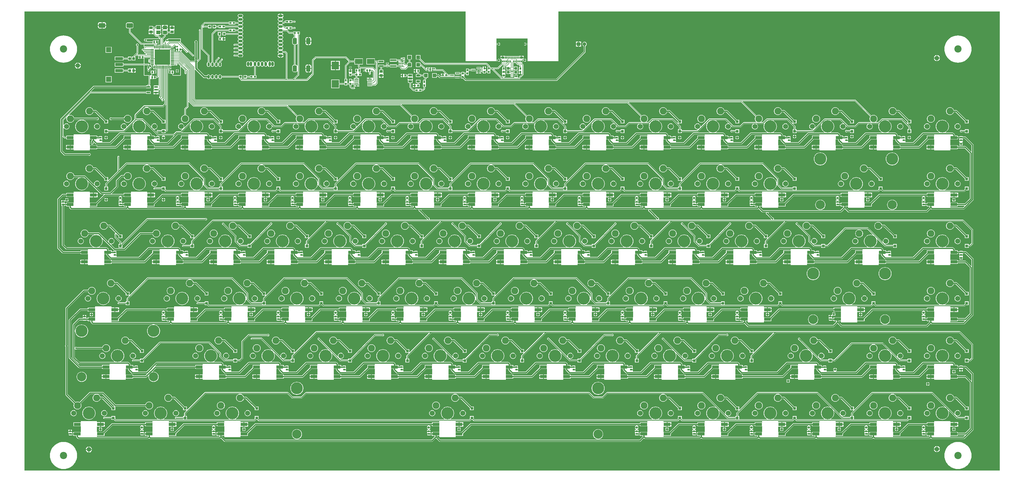
<source format=gbl>
G04*
G04 #@! TF.GenerationSoftware,Altium Limited,Altium Designer,19.0.15 (446)*
G04*
G04 Layer_Physical_Order=2*
G04 Layer_Color=16711680*
%FSLAX44Y44*%
%MOMM*%
G71*
G01*
G75*
%ADD11C,0.2540*%
%ADD12C,0.2500*%
%ADD13C,2.4000*%
%ADD14C,4.0640*%
%ADD15C,1.7018*%
%ADD17C,3.9878*%
%ADD18C,3.0480*%
%ADD22C,0.3048*%
%ADD23C,0.7000*%
%ADD24C,1.5000*%
%ADD25C,0.5588*%
%ADD26C,0.5842*%
%ADD28C,0.4318*%
%ADD29C,0.4300*%
%ADD30C,0.2032*%
%ADD31C,0.3810*%
%ADD32C,0.5000*%
%ADD33C,0.3000*%
%ADD34C,2.2860*%
%ADD35R,1.2080X1.2080*%
%ADD36C,1.2080*%
%ADD37C,0.6000*%
%ADD38R,0.3000X0.7000*%
%ADD39R,0.3000X0.4900*%
%ADD40R,0.3000X0.5200*%
G04:AMPARAMS|DCode=41|XSize=1.4mm|YSize=2.1mm|CornerRadius=0.35mm|HoleSize=0mm|Usage=FLASHONLY|Rotation=0.000|XOffset=0mm|YOffset=0mm|HoleType=Round|Shape=RoundedRectangle|*
%AMROUNDEDRECTD41*
21,1,1.4000,1.4000,0,0,0.0*
21,1,0.7000,2.1000,0,0,0.0*
1,1,0.7000,0.3500,-0.7000*
1,1,0.7000,-0.3500,-0.7000*
1,1,0.7000,-0.3500,0.7000*
1,1,0.7000,0.3500,0.7000*
%
%ADD41ROUNDEDRECTD41*%
%ADD42R,0.7500X0.6000*%
%ADD43R,0.8000X0.8000*%
%ADD44O,0.7600X1.2700*%
%ADD45O,1.5000X0.8000*%
%ADD46O,0.8000X1.5000*%
%ADD47R,1.2100X0.5900*%
%ADD48R,0.6000X0.6400*%
%ADD49R,1.0000X0.9000*%
%ADD50R,1.4000X1.2000*%
%ADD51R,5.0800X5.0800*%
%ADD52R,1.0000X0.3000*%
%ADD53R,0.3000X1.0000*%
%ADD54R,0.8500X0.9500*%
%ADD55R,2.5500X1.0000*%
%ADD56R,1.7000X1.7000*%
G04:AMPARAMS|DCode=57|XSize=1.6mm|YSize=2.19mm|CornerRadius=0.4mm|HoleSize=0mm|Usage=FLASHONLY|Rotation=270.000|XOffset=0mm|YOffset=0mm|HoleType=Round|Shape=RoundedRectangle|*
%AMROUNDEDRECTD57*
21,1,1.6000,1.3900,0,0,270.0*
21,1,0.8000,2.1900,0,0,270.0*
1,1,0.8000,-0.6950,-0.4000*
1,1,0.8000,-0.6950,0.4000*
1,1,0.8000,0.6950,0.4000*
1,1,0.8000,0.6950,-0.4000*
%
%ADD57ROUNDEDRECTD57*%
%ADD58R,0.3500X0.4000*%
%ADD59R,0.6000X0.7500*%
%ADD60R,1.6000X0.5000*%
%ADD61R,2.5000X1.7000*%
%ADD62R,2.4500X2.5500*%
%ADD63R,1.3716X0.4572*%
%ADD64R,1.2000X0.6900*%
%ADD65R,2.0000X0.6000*%
%ADD66R,1.1684X0.4572*%
%ADD67R,1.2000X1.2000*%
%ADD68R,1.2000X1.2000*%
%ADD69R,0.5000X0.8100*%
%ADD70R,0.5500X0.3000*%
%ADD71R,0.1000X0.2000*%
%ADD72R,1.0000X0.7000*%
%ADD73R,0.9500X0.8500*%
%ADD74R,0.6400X0.6000*%
%ADD75R,2.3000X1.0000*%
%ADD76R,0.9500X0.9000*%
G36*
X1465000Y1360000D02*
X1567500D01*
Y1435000D01*
X1671000D01*
Y1360000D01*
X1773500D01*
Y1525000D01*
X3238500D01*
X3238500Y0D01*
X0D01*
Y1525000D01*
X1465000D01*
Y1360000D01*
D02*
G37*
%LPC*%
G36*
X854000Y1517096D02*
X851770D01*
Y1511770D01*
X860429D01*
X860372Y1512207D01*
X859713Y1513798D01*
X858664Y1515164D01*
X857298Y1516212D01*
X855707Y1516871D01*
X854000Y1517096D01*
D02*
G37*
G36*
X849230D02*
X847000D01*
X845293Y1516871D01*
X843702Y1516212D01*
X842336Y1515164D01*
X841287Y1513798D01*
X840628Y1512207D01*
X840571Y1511770D01*
X849230D01*
Y1517096D01*
D02*
G37*
G36*
X721000Y1516107D02*
X714000D01*
X711854Y1515681D01*
X710035Y1514465D01*
X708819Y1512646D01*
X708392Y1510500D01*
X708819Y1508354D01*
X710035Y1506534D01*
X711854Y1505319D01*
X712717Y1505147D01*
Y1503852D01*
X711854Y1503681D01*
X710035Y1502465D01*
X708819Y1500646D01*
X708392Y1498500D01*
X708819Y1496354D01*
X710035Y1494534D01*
X711854Y1493319D01*
X712717Y1493147D01*
Y1491852D01*
X711854Y1491681D01*
X710035Y1490465D01*
X709099Y1489065D01*
X700750D01*
Y1491000D01*
X690520D01*
X690250Y1491000D01*
X689250D01*
X688980Y1491000D01*
X678750D01*
Y1489065D01*
X598000D01*
X597018Y1488870D01*
X596186Y1488314D01*
X587628Y1479756D01*
X587072Y1478924D01*
X586877Y1477942D01*
Y1400958D01*
X587072Y1399976D01*
X587628Y1399144D01*
X608885Y1377888D01*
Y1356210D01*
X607629Y1355371D01*
X606457Y1353618D01*
X606046Y1351550D01*
Y1346450D01*
X606457Y1344382D01*
X607629Y1342629D01*
X609382Y1341458D01*
X611450Y1341046D01*
X613518Y1341458D01*
X615271Y1342629D01*
X616442Y1344382D01*
X616854Y1346450D01*
Y1351550D01*
X616442Y1353618D01*
X615271Y1355371D01*
X614015Y1356210D01*
Y1378950D01*
X613820Y1379932D01*
X613264Y1380764D01*
X592008Y1402020D01*
Y1471001D01*
X593278Y1471680D01*
X593320Y1471651D01*
X594500Y1471417D01*
X595680Y1471651D01*
X596104Y1471935D01*
X610000D01*
Y1469000D01*
X621000D01*
Y1480000D01*
X610000D01*
Y1477065D01*
X596104D01*
X595680Y1477348D01*
X594500Y1477583D01*
X593883Y1478755D01*
X599063Y1483934D01*
X678750D01*
Y1482000D01*
X688980D01*
X689250Y1482000D01*
X690250D01*
X690520Y1482000D01*
X700750D01*
Y1483934D01*
X709099D01*
X710035Y1482535D01*
X711854Y1481319D01*
X712717Y1481147D01*
Y1479852D01*
X711854Y1479681D01*
X710035Y1478465D01*
X709099Y1477065D01*
X666500D01*
Y1479000D01*
X656270D01*
X656000Y1479000D01*
X655000D01*
X654730Y1479000D01*
X644500D01*
Y1477065D01*
X636000D01*
Y1480000D01*
X625000D01*
Y1469000D01*
X636000D01*
Y1471935D01*
X644500D01*
Y1470000D01*
X654730D01*
X655000Y1470000D01*
X656000D01*
X656270Y1470000D01*
X666500D01*
Y1471935D01*
X709099D01*
X710035Y1470535D01*
X711854Y1469319D01*
X712717Y1469147D01*
Y1467852D01*
X711854Y1467681D01*
X710035Y1466465D01*
X709099Y1465065D01*
X700750D01*
Y1467000D01*
X690520D01*
X690250Y1467000D01*
X689250D01*
X688980Y1467000D01*
X678750D01*
Y1465065D01*
X636150D01*
X635168Y1464870D01*
X634336Y1464314D01*
X622336Y1452314D01*
X621780Y1451482D01*
X621585Y1450500D01*
Y1356210D01*
X620329Y1355371D01*
X619157Y1353618D01*
X618746Y1351550D01*
Y1346450D01*
X619157Y1344382D01*
X620329Y1342629D01*
X622082Y1341458D01*
X624150Y1341046D01*
X626218Y1341458D01*
X627971Y1342629D01*
X629142Y1344382D01*
X629554Y1346450D01*
Y1351550D01*
X629142Y1353618D01*
X627971Y1355371D01*
X626715Y1356210D01*
Y1449437D01*
X637212Y1459935D01*
X678750D01*
Y1458000D01*
X688980D01*
X689250Y1458000D01*
X690250D01*
X690520Y1458000D01*
X700750D01*
Y1459935D01*
X709099D01*
X710035Y1458535D01*
X711854Y1457319D01*
X712717Y1457147D01*
Y1455852D01*
X711854Y1455681D01*
X710035Y1454465D01*
X709099Y1453065D01*
X668500D01*
Y1456000D01*
X657500D01*
Y1445000D01*
X668500D01*
Y1447935D01*
X709099D01*
X710035Y1446535D01*
X711854Y1445319D01*
X712717Y1445147D01*
Y1443853D01*
X711854Y1443681D01*
X710035Y1442465D01*
X708819Y1440646D01*
X708392Y1438500D01*
X708819Y1436354D01*
X710035Y1434535D01*
X711854Y1433319D01*
X712717Y1433147D01*
Y1431853D01*
X711854Y1431681D01*
X710035Y1430465D01*
X708819Y1428646D01*
X708392Y1426500D01*
X708819Y1424354D01*
X710035Y1422535D01*
X711854Y1421319D01*
X712717Y1421147D01*
Y1419852D01*
X711854Y1419681D01*
X710035Y1418465D01*
X709099Y1417065D01*
X699104D01*
X698680Y1417348D01*
X697500Y1417583D01*
X696320Y1417348D01*
X695320Y1416680D01*
X694651Y1415680D01*
X694417Y1414500D01*
X694651Y1413320D01*
X695320Y1412320D01*
X696320Y1411651D01*
X697500Y1411417D01*
X698680Y1411651D01*
X699104Y1411935D01*
X709099D01*
X710035Y1410535D01*
X711854Y1409319D01*
X712717Y1409147D01*
Y1407852D01*
X711854Y1407681D01*
X710035Y1406465D01*
X709099Y1405065D01*
X699104D01*
X698680Y1405349D01*
X697500Y1405583D01*
X696320Y1405349D01*
X695320Y1404680D01*
X694651Y1403680D01*
X694417Y1402500D01*
X694651Y1401320D01*
X695320Y1400320D01*
X696320Y1399651D01*
X697500Y1399417D01*
X698680Y1399651D01*
X699104Y1399935D01*
X709099D01*
X710035Y1398535D01*
X711854Y1397319D01*
X712717Y1397147D01*
Y1395853D01*
X711854Y1395681D01*
X710035Y1394465D01*
X709099Y1393065D01*
X699104D01*
X698680Y1393349D01*
X697500Y1393583D01*
X696320Y1393349D01*
X695320Y1392680D01*
X694651Y1391680D01*
X694417Y1390500D01*
X694651Y1389320D01*
X695320Y1388320D01*
X696320Y1387652D01*
X697500Y1387417D01*
X698680Y1387652D01*
X699104Y1387935D01*
X709099D01*
X710035Y1386535D01*
X711854Y1385319D01*
X712717Y1385148D01*
Y1383853D01*
X711854Y1383681D01*
X710035Y1382465D01*
X709099Y1381065D01*
X699104D01*
X698680Y1381349D01*
X697500Y1381583D01*
X696320Y1381349D01*
X695320Y1380680D01*
X694651Y1379680D01*
X694417Y1378500D01*
X694651Y1377320D01*
X695320Y1376320D01*
X696320Y1375652D01*
X697500Y1375417D01*
X698680Y1375652D01*
X699104Y1375935D01*
X709099D01*
X710035Y1374535D01*
X711854Y1373319D01*
X714000Y1372892D01*
X721000D01*
X723146Y1373319D01*
X724965Y1374535D01*
X726181Y1376354D01*
X726608Y1378500D01*
X726181Y1380646D01*
X724965Y1382465D01*
X723146Y1383681D01*
X722283Y1383853D01*
Y1385148D01*
X723146Y1385319D01*
X724965Y1386535D01*
X726181Y1388354D01*
X726608Y1390500D01*
X726181Y1392646D01*
X724965Y1394465D01*
X723146Y1395681D01*
X722283Y1395853D01*
Y1397147D01*
X723146Y1397319D01*
X724965Y1398535D01*
X726181Y1400354D01*
X726608Y1402500D01*
X726181Y1404646D01*
X724965Y1406465D01*
X723146Y1407681D01*
X722283Y1407852D01*
Y1409147D01*
X723146Y1409319D01*
X724965Y1410535D01*
X726181Y1412354D01*
X726608Y1414500D01*
X726181Y1416646D01*
X724965Y1418465D01*
X723146Y1419681D01*
X722283Y1419852D01*
Y1421147D01*
X723146Y1421319D01*
X724965Y1422535D01*
X726181Y1424354D01*
X726608Y1426500D01*
X726181Y1428646D01*
X724965Y1430465D01*
X723146Y1431681D01*
X722283Y1431853D01*
Y1433147D01*
X723146Y1433319D01*
X724965Y1434535D01*
X726181Y1436354D01*
X726608Y1438500D01*
X726181Y1440646D01*
X724965Y1442465D01*
X723146Y1443681D01*
X722283Y1443853D01*
Y1445147D01*
X723146Y1445319D01*
X724965Y1446535D01*
X726181Y1448354D01*
X726608Y1450500D01*
X726181Y1452646D01*
X724965Y1454465D01*
X723146Y1455681D01*
X722283Y1455852D01*
Y1457147D01*
X723146Y1457319D01*
X724965Y1458535D01*
X726181Y1460354D01*
X726608Y1462500D01*
X726181Y1464646D01*
X724965Y1466465D01*
X723146Y1467681D01*
X722283Y1467852D01*
Y1469147D01*
X723146Y1469319D01*
X724965Y1470535D01*
X726181Y1472354D01*
X726608Y1474500D01*
X726181Y1476646D01*
X724965Y1478465D01*
X723146Y1479681D01*
X722283Y1479852D01*
Y1481147D01*
X723146Y1481319D01*
X724965Y1482535D01*
X726181Y1484354D01*
X726608Y1486500D01*
X726181Y1488646D01*
X724965Y1490465D01*
X723146Y1491681D01*
X722283Y1491852D01*
Y1493147D01*
X723146Y1493319D01*
X724965Y1494534D01*
X726181Y1496354D01*
X726608Y1498500D01*
X726181Y1500646D01*
X724965Y1502465D01*
X723146Y1503681D01*
X722283Y1503852D01*
Y1505147D01*
X723146Y1505319D01*
X724965Y1506534D01*
X726181Y1508354D01*
X726608Y1510500D01*
X726181Y1512646D01*
X724965Y1514465D01*
X723146Y1515681D01*
X721000Y1516107D01*
D02*
G37*
G36*
X860429Y1509230D02*
X850500D01*
X840571D01*
X840628Y1508793D01*
X841287Y1507202D01*
X842336Y1505835D01*
X843702Y1504787D01*
X844024Y1504654D01*
X844165Y1503221D01*
X843035Y1502465D01*
X841819Y1500646D01*
X841392Y1498500D01*
X841819Y1496354D01*
X843035Y1494534D01*
X844854Y1493319D01*
X845717Y1493147D01*
Y1491852D01*
X844854Y1491681D01*
X843035Y1490465D01*
X841819Y1488646D01*
X841392Y1486500D01*
X841819Y1484354D01*
X843035Y1482535D01*
X844854Y1481319D01*
X845717Y1481147D01*
Y1479852D01*
X844854Y1479681D01*
X843035Y1478465D01*
X841819Y1476646D01*
X841392Y1474500D01*
X841819Y1472354D01*
X843035Y1470535D01*
X844854Y1469319D01*
X845717Y1469147D01*
Y1467852D01*
X844854Y1467681D01*
X843035Y1466465D01*
X841819Y1464646D01*
X841392Y1462500D01*
X841819Y1460354D01*
X843035Y1458535D01*
X844854Y1457319D01*
X845717Y1457147D01*
Y1455852D01*
X844854Y1455681D01*
X843035Y1454465D01*
X841819Y1452646D01*
X841392Y1450500D01*
X841819Y1448354D01*
X843035Y1446535D01*
X844854Y1445319D01*
X845717Y1445147D01*
Y1443853D01*
X844854Y1443681D01*
X843035Y1442465D01*
X841819Y1440646D01*
X841392Y1438500D01*
X841819Y1436354D01*
X843035Y1434535D01*
X844854Y1433319D01*
X845717Y1433147D01*
Y1431853D01*
X844854Y1431681D01*
X843035Y1430465D01*
X841819Y1428646D01*
X841392Y1426500D01*
X841819Y1424354D01*
X843035Y1422535D01*
X844854Y1421319D01*
X845717Y1421147D01*
Y1419852D01*
X844854Y1419681D01*
X843035Y1418465D01*
X841819Y1416646D01*
X841392Y1414500D01*
X841819Y1412354D01*
X843035Y1410535D01*
X844854Y1409319D01*
X845717Y1409147D01*
Y1407852D01*
X844854Y1407681D01*
X843035Y1406465D01*
X841819Y1404646D01*
X841392Y1402500D01*
X841819Y1400354D01*
X843035Y1398535D01*
X844854Y1397319D01*
X845717Y1397147D01*
Y1395853D01*
X844854Y1395681D01*
X843035Y1394465D01*
X841819Y1392646D01*
X841392Y1390500D01*
X841819Y1388354D01*
X843035Y1386535D01*
X844165Y1385779D01*
X844024Y1384346D01*
X843702Y1384213D01*
X842336Y1383164D01*
X841287Y1381798D01*
X840628Y1380207D01*
X840571Y1379770D01*
X850500D01*
X860429D01*
X860372Y1380207D01*
X859713Y1381798D01*
X858664Y1383164D01*
X857298Y1384213D01*
X856976Y1384346D01*
X856835Y1385779D01*
X857965Y1386535D01*
X858901Y1387935D01*
X865317D01*
X868363Y1384889D01*
Y1302290D01*
X866138Y1300065D01*
X722062D01*
X720898Y1301230D01*
X721367Y1302500D01*
X723500D01*
Y1313500D01*
X712500D01*
Y1310565D01*
X654951D01*
X654542Y1312618D01*
X653371Y1314371D01*
X651618Y1315542D01*
X649550Y1315954D01*
X647482Y1315542D01*
X645729Y1314371D01*
X644557Y1312618D01*
X644149Y1310565D01*
X642251D01*
X641842Y1312618D01*
X640671Y1314371D01*
X638918Y1315542D01*
X636850Y1315954D01*
X634782Y1315542D01*
X633029Y1314371D01*
X631857Y1312618D01*
X631449Y1310565D01*
X629551D01*
X629142Y1312618D01*
X627971Y1314371D01*
X626218Y1315543D01*
X624150Y1315954D01*
X622082Y1315543D01*
X620329Y1314371D01*
X619157Y1312618D01*
X618749Y1310566D01*
X616851D01*
X616442Y1312618D01*
X615271Y1314371D01*
X613518Y1315543D01*
X611450Y1315954D01*
X609382Y1315543D01*
X607629Y1314371D01*
X606457Y1312618D01*
X606350Y1312079D01*
X598589D01*
X574078Y1336590D01*
Y1355309D01*
X574430Y1355379D01*
X575262Y1355936D01*
X584314Y1364987D01*
X584870Y1365820D01*
X585065Y1366801D01*
Y1460896D01*
X585349Y1461320D01*
X585583Y1462500D01*
X585349Y1463680D01*
X584680Y1464680D01*
X583680Y1465349D01*
X582500Y1465583D01*
X581320Y1465349D01*
X580320Y1464680D01*
X579651Y1463680D01*
X579417Y1462500D01*
X579651Y1461320D01*
X579935Y1460896D01*
Y1367864D01*
X575252Y1363181D01*
X574078Y1363667D01*
Y1366054D01*
X574710Y1366999D01*
X575098Y1368950D01*
X574710Y1370901D01*
X574078Y1371846D01*
Y1420784D01*
X574710Y1421729D01*
X575098Y1423680D01*
X574710Y1425631D01*
X573605Y1427285D01*
X571951Y1428390D01*
X570000Y1428778D01*
X568049Y1428390D01*
X566395Y1427285D01*
X565290Y1425631D01*
X564902Y1423680D01*
X565290Y1421729D01*
X565922Y1420784D01*
Y1371846D01*
X565290Y1370901D01*
X564902Y1368950D01*
X565290Y1366999D01*
X565922Y1366054D01*
Y1360315D01*
X551033D01*
X519857Y1391490D01*
X520188Y1392760D01*
X522940D01*
Y1397230D01*
X517400D01*
Y1399770D01*
X522940D01*
Y1401773D01*
X524113Y1402259D01*
X536552Y1389820D01*
X536651Y1389320D01*
X537320Y1388320D01*
X538320Y1387652D01*
X539500Y1387417D01*
X540680Y1387652D01*
X541680Y1388320D01*
X542349Y1389320D01*
X542583Y1390500D01*
X543755Y1391117D01*
X557052Y1377820D01*
X557151Y1377320D01*
X557820Y1376320D01*
X558820Y1375652D01*
X560000Y1375417D01*
X561180Y1375652D01*
X562180Y1376320D01*
X562849Y1377320D01*
X563083Y1378500D01*
X562849Y1379680D01*
X562180Y1380680D01*
X561180Y1381349D01*
X560680Y1381448D01*
X518786Y1423342D01*
X519148Y1424639D01*
X519272Y1424938D01*
X519500Y1425166D01*
Y1425489D01*
X519624Y1425787D01*
Y1433500D01*
X519148Y1434648D01*
X518000Y1435124D01*
X477264D01*
X476895Y1434971D01*
X476498Y1434932D01*
X476342Y1434742D01*
X476115Y1434648D01*
X475963Y1434280D01*
X475710Y1433972D01*
X475537Y1433403D01*
X475009Y1432654D01*
X474067Y1432511D01*
X473080Y1432708D01*
X471355Y1432365D01*
X469893Y1431388D01*
X468916Y1429925D01*
X468573Y1428200D01*
X468890Y1426602D01*
X468570Y1426071D01*
X468058Y1425472D01*
X467500Y1425583D01*
X466320Y1425349D01*
X465320Y1424680D01*
X464651Y1423680D01*
X464417Y1422500D01*
X464623Y1421464D01*
X464333Y1421073D01*
X463406Y1420503D01*
X463000Y1420583D01*
X461820Y1420349D01*
X460565Y1421037D01*
Y1433937D01*
X468314Y1441686D01*
X468870Y1442518D01*
X469065Y1443500D01*
Y1448000D01*
X475000D01*
Y1452935D01*
X484000D01*
Y1450750D01*
X497000D01*
X497000Y1462655D01*
X498040Y1463210D01*
X498040Y1463305D01*
X498040Y1463305D01*
Y1468980D01*
X490500D01*
X482960D01*
Y1463305D01*
X482960Y1463305D01*
Y1463210D01*
X484000Y1462655D01*
X484000Y1461940D01*
Y1458065D01*
X475000D01*
Y1462960D01*
X476040D01*
Y1470230D01*
X466500D01*
X456960D01*
Y1462960D01*
X458000D01*
Y1448000D01*
X463935D01*
Y1444562D01*
X456279Y1436907D01*
X456053Y1436814D01*
X454947D01*
X454721Y1436907D01*
X446314Y1445314D01*
X445751Y1445690D01*
X446014Y1446960D01*
X454040D01*
Y1454230D01*
X444500D01*
Y1456770D01*
X454040D01*
Y1464040D01*
X453000D01*
Y1479000D01*
X436000D01*
Y1474065D01*
X427000D01*
Y1476250D01*
X414000D01*
X414000Y1464345D01*
X412960Y1463790D01*
X412960Y1463695D01*
X412960Y1463695D01*
Y1458020D01*
X428040D01*
Y1463695D01*
X428040Y1463695D01*
Y1463790D01*
X427000Y1464345D01*
X427000Y1465060D01*
Y1468935D01*
X429021D01*
X429967Y1467665D01*
X429935Y1467500D01*
Y1449000D01*
X430130Y1448018D01*
X430686Y1447186D01*
X436186Y1441686D01*
X437019Y1441130D01*
X438000Y1440934D01*
X443438D01*
X448075Y1436297D01*
X447589Y1435124D01*
X407211D01*
X406984Y1435030D01*
X406740Y1435054D01*
X406432Y1434801D01*
X406063Y1434648D01*
X405969Y1434421D01*
X405779Y1434265D01*
X405661Y1434044D01*
X404056Y1433699D01*
X403360Y1434164D01*
X401635Y1434508D01*
X399910Y1434164D01*
X398448Y1433187D01*
X397471Y1431725D01*
X397127Y1430000D01*
X397471Y1428275D01*
X398448Y1426813D01*
X399910Y1425836D01*
X401635Y1425492D01*
X403360Y1425836D01*
X403738Y1426088D01*
X403748Y1426091D01*
X405320Y1425617D01*
X405489Y1425300D01*
X405679Y1425144D01*
X405773Y1424917D01*
X406141Y1424765D01*
X406450Y1424512D01*
X406694Y1424536D01*
X406921Y1424442D01*
X425560D01*
Y1420065D01*
X388894D01*
X352170Y1456789D01*
Y1468892D01*
X356555D01*
X358701Y1469319D01*
X360520Y1470535D01*
X361736Y1472354D01*
X362163Y1474500D01*
Y1482500D01*
X361736Y1484646D01*
X360520Y1486465D01*
X358701Y1487681D01*
X356555Y1488108D01*
X342655D01*
X340509Y1487681D01*
X338690Y1486465D01*
X337474Y1484646D01*
X337047Y1482500D01*
Y1474500D01*
X337474Y1472354D01*
X338690Y1470535D01*
X340509Y1469319D01*
X342655Y1468892D01*
X347040D01*
Y1455726D01*
X347235Y1454744D01*
X347791Y1453912D01*
X386017Y1415686D01*
X386849Y1415130D01*
X387831Y1414935D01*
X396376D01*
Y1408323D01*
X396442Y1408165D01*
X396409Y1407998D01*
X396672Y1407609D01*
X396852Y1407175D01*
X397010Y1407110D01*
X397105Y1406968D01*
X397557Y1406670D01*
X397627Y1406590D01*
X398044Y1405685D01*
X398025Y1405306D01*
X397791Y1404126D01*
X398025Y1402946D01*
X398260Y1402594D01*
X397582Y1401324D01*
X393716D01*
X393680Y1401349D01*
X392500Y1401583D01*
X391320Y1401349D01*
X390320Y1400680D01*
X389651Y1399680D01*
X389417Y1398500D01*
X389651Y1397320D01*
X390320Y1396320D01*
X391320Y1395652D01*
X392500Y1395417D01*
X393604Y1395636D01*
X393884Y1395424D01*
X394438Y1394406D01*
X394258Y1393500D01*
X394492Y1392320D01*
X395161Y1391320D01*
X396161Y1390652D01*
X397341Y1390417D01*
X397814Y1390511D01*
X398183Y1390196D01*
X398730Y1389398D01*
X398552Y1388500D01*
X398786Y1387320D01*
X399455Y1386320D01*
X400455Y1385652D01*
X401635Y1385417D01*
X402651Y1385619D01*
X403064Y1385257D01*
X403497Y1384406D01*
X403317Y1383500D01*
X403367Y1383249D01*
X402426Y1381893D01*
X401821Y1381807D01*
X401814Y1381814D01*
X400982Y1382370D01*
X400000Y1382565D01*
X375508D01*
X375021Y1383739D01*
X376814Y1385531D01*
X377370Y1386363D01*
X377565Y1387345D01*
Y1410550D01*
X378096Y1410904D01*
X379045Y1412325D01*
X379378Y1414000D01*
X379045Y1415676D01*
X378096Y1417096D01*
X376675Y1418045D01*
X375000Y1418378D01*
X373325Y1418045D01*
X371904Y1417096D01*
X370955Y1415676D01*
X370622Y1414000D01*
X370955Y1412325D01*
X371904Y1410904D01*
X372435Y1410550D01*
Y1388408D01*
X365841Y1381814D01*
X360949Y1376922D01*
X360393Y1376089D01*
X360197Y1375108D01*
Y1374750D01*
X356905D01*
Y1362250D01*
X368405D01*
Y1374750D01*
X367692D01*
X367206Y1375923D01*
X368717Y1377435D01*
X378060D01*
Y1374770D01*
X383600D01*
Y1373500D01*
X384870D01*
Y1367760D01*
X389140D01*
Y1368800D01*
X396376D01*
Y1351065D01*
X328650D01*
Y1355000D01*
X300150D01*
Y1342000D01*
X328650D01*
Y1345935D01*
X396376D01*
Y1313500D01*
X396852Y1312352D01*
X398000Y1311877D01*
X412934D01*
Y1285210D01*
X410136Y1282412D01*
X409580Y1281580D01*
X409385Y1280598D01*
Y1278950D01*
X404400D01*
Y1277972D01*
X230748D01*
X229419Y1277708D01*
X228293Y1276955D01*
X120624Y1169286D01*
X119872Y1168160D01*
X119607Y1166831D01*
Y1060921D01*
X119872Y1059593D01*
X120624Y1058466D01*
X131545Y1047545D01*
X132672Y1046793D01*
X134000Y1046528D01*
X213367D01*
X214225Y1045955D01*
X215900Y1045622D01*
X217575Y1045955D01*
X218996Y1046904D01*
X219945Y1048325D01*
X220278Y1050000D01*
X219945Y1051675D01*
X218996Y1053096D01*
X217575Y1054045D01*
X215900Y1054378D01*
X214225Y1054045D01*
X213367Y1053472D01*
X135438D01*
X126551Y1062359D01*
Y1108162D01*
X127724Y1108648D01*
X132186Y1104186D01*
X133019Y1103630D01*
X134000Y1103435D01*
X139000D01*
Y1099500D01*
X163625D01*
Y1081540D01*
X153270D01*
Y1074000D01*
Y1066460D01*
X163625D01*
Y1063125D01*
X217375D01*
Y1067500D01*
X242000D01*
Y1070528D01*
X304000D01*
X305329Y1070792D01*
X306455Y1071545D01*
X334410Y1099500D01*
X354125D01*
Y1081540D01*
X343770D01*
Y1074000D01*
Y1066460D01*
X354125D01*
Y1063125D01*
X407875D01*
Y1067500D01*
X432500D01*
Y1070528D01*
X494500D01*
X495829Y1070792D01*
X496955Y1071545D01*
X524910Y1099500D01*
X544625D01*
Y1081540D01*
X534270D01*
Y1074000D01*
Y1066460D01*
X544625D01*
Y1063125D01*
X598375D01*
Y1067500D01*
X623000D01*
Y1070528D01*
X685000D01*
X686329Y1070792D01*
X687455Y1071545D01*
X715410Y1099500D01*
X735125D01*
Y1081540D01*
X724770D01*
Y1074000D01*
Y1066460D01*
X735125D01*
Y1063125D01*
X788875D01*
Y1067500D01*
X813500D01*
Y1070528D01*
X875500D01*
X876829Y1070792D01*
X877955Y1071545D01*
X905910Y1099500D01*
X925625D01*
Y1081540D01*
X915270D01*
Y1074000D01*
Y1066460D01*
X925625D01*
Y1063125D01*
X979375D01*
Y1067500D01*
X1004000D01*
Y1070528D01*
X1066000D01*
X1067329Y1070792D01*
X1068455Y1071545D01*
X1096410Y1099500D01*
X1116125D01*
Y1081540D01*
X1105770D01*
Y1074000D01*
X1104500D01*
D01*
X1105770D01*
Y1066460D01*
X1116125D01*
Y1063125D01*
X1169875D01*
Y1067500D01*
X1194500D01*
Y1070528D01*
X1256500D01*
X1257829Y1070792D01*
X1258955Y1071545D01*
X1286910Y1099500D01*
X1306625D01*
Y1081540D01*
X1296270D01*
Y1074000D01*
X1295000D01*
D01*
X1296270D01*
Y1066460D01*
X1306625D01*
Y1063125D01*
X1360375D01*
Y1067500D01*
X1385000D01*
Y1070528D01*
X1447000D01*
X1448329Y1070792D01*
X1449455Y1071545D01*
X1477410Y1099500D01*
X1497125D01*
Y1081540D01*
X1486770D01*
Y1074000D01*
Y1066460D01*
X1497125D01*
Y1063125D01*
X1550875D01*
Y1067500D01*
X1575500D01*
Y1070528D01*
X1637500D01*
X1638829Y1070792D01*
X1639955Y1071545D01*
X1667910Y1099500D01*
X1687625D01*
Y1081540D01*
X1677270D01*
Y1074000D01*
X1676000D01*
D01*
X1677270D01*
Y1066460D01*
X1687625D01*
Y1063125D01*
X1741375D01*
Y1067500D01*
X1766000D01*
Y1070528D01*
X1828000D01*
X1829329Y1070792D01*
X1830455Y1071545D01*
X1858410Y1099500D01*
X1878125D01*
Y1081540D01*
X1867770D01*
Y1074000D01*
Y1066460D01*
X1878125D01*
Y1063125D01*
X1931875D01*
Y1067500D01*
X1956500D01*
Y1070528D01*
X2018500D01*
X2019829Y1070792D01*
X2020955Y1071545D01*
X2048910Y1099500D01*
X2068625D01*
Y1081540D01*
X2058270D01*
Y1074000D01*
Y1066460D01*
X2068625D01*
Y1063125D01*
X2122375D01*
Y1067500D01*
X2147000D01*
Y1070528D01*
X2209000D01*
X2210329Y1070792D01*
X2211455Y1071545D01*
X2239410Y1099500D01*
X2259125D01*
Y1081540D01*
X2248770D01*
Y1074000D01*
X2247500D01*
D01*
X2248770D01*
Y1066460D01*
X2259125D01*
Y1063125D01*
X2312875D01*
Y1067500D01*
X2337500D01*
Y1070528D01*
X2399500D01*
X2400829Y1070792D01*
X2401955Y1071545D01*
X2429910Y1099500D01*
X2449625D01*
Y1081540D01*
X2439270D01*
Y1074000D01*
Y1066460D01*
X2449625D01*
Y1063125D01*
X2503375D01*
Y1067500D01*
X2528000D01*
Y1070528D01*
X2590000D01*
X2591328Y1070792D01*
X2592455Y1071545D01*
X2620410Y1099500D01*
X2640125D01*
Y1081540D01*
X2629770D01*
Y1074000D01*
Y1066460D01*
X2640125D01*
Y1063125D01*
X2693875D01*
Y1067500D01*
X2718500D01*
Y1070528D01*
X2780500D01*
X2781829Y1070792D01*
X2782955Y1071545D01*
X2810910Y1099500D01*
X2830625D01*
Y1081540D01*
X2820270D01*
Y1074000D01*
Y1066460D01*
X2830625D01*
Y1063125D01*
X2884375D01*
Y1067500D01*
X2909000D01*
Y1070528D01*
X2971000D01*
X2972329Y1070792D01*
X2973455Y1071545D01*
X3001410Y1099500D01*
X3021125D01*
Y1081540D01*
X3010770D01*
Y1074000D01*
Y1066460D01*
X3021125D01*
Y1063125D01*
X3074875D01*
Y1067500D01*
X3099500D01*
Y1070528D01*
X3122562D01*
X3139529Y1053562D01*
Y904088D01*
X3122412Y886972D01*
X3099500D01*
Y890000D01*
X3074875D01*
Y907960D01*
X3085230D01*
Y915500D01*
Y923040D01*
X3074875D01*
Y925951D01*
X3120985D01*
X3120985Y925951D01*
X3122066Y926166D01*
X3122982Y926778D01*
X3126954Y930750D01*
X3135210D01*
Y942750D01*
X3122710D01*
Y934494D01*
X3119815Y931599D01*
X3057880D01*
X3057562Y932869D01*
X3060181Y934269D01*
X3063504Y936996D01*
X3066230Y940319D01*
X3068257Y944109D01*
X3069504Y948223D01*
X3069926Y952500D01*
X3069504Y956777D01*
X3068257Y960891D01*
X3066230Y964681D01*
X3063504Y968004D01*
X3060181Y970731D01*
X3056391Y972757D01*
X3052278Y974004D01*
X3048000Y974426D01*
X3043723Y974004D01*
X3039609Y972757D01*
X3035819Y970731D01*
X3032496Y968004D01*
X3029770Y964681D01*
X3027744Y960891D01*
X3026496Y956777D01*
X3026075Y952500D01*
X3026496Y948223D01*
X3027744Y944109D01*
X3029770Y940319D01*
X3032496Y936996D01*
X3035819Y934269D01*
X3038438Y932869D01*
X3038120Y931599D01*
X2852355D01*
X2849460Y934494D01*
Y942750D01*
X2836960D01*
Y934494D01*
X2834065Y931599D01*
X2772130D01*
X2771812Y932869D01*
X2774431Y934269D01*
X2777754Y936996D01*
X2780481Y940319D01*
X2782507Y944109D01*
X2783754Y948223D01*
X2784176Y952500D01*
X2783754Y956777D01*
X2782507Y960891D01*
X2780481Y964681D01*
X2777754Y968004D01*
X2774431Y970731D01*
X2770641Y972757D01*
X2766527Y974004D01*
X2762250Y974426D01*
X2757972Y974004D01*
X2753859Y972757D01*
X2750069Y970731D01*
X2746746Y968004D01*
X2744019Y964681D01*
X2741993Y960891D01*
X2740746Y956777D01*
X2740324Y952500D01*
X2740746Y948223D01*
X2741993Y944109D01*
X2744019Y940319D01*
X2746746Y936996D01*
X2750069Y934269D01*
X2752689Y932869D01*
X2752370Y931599D01*
X2563710D01*
Y942750D01*
X2551210D01*
Y939574D01*
X2516167D01*
X2504722Y951020D01*
Y970000D01*
X2504722Y970000D01*
X2504507Y971081D01*
X2503895Y971997D01*
X2453895Y1021997D01*
X2452978Y1022609D01*
X2451897Y1022824D01*
X2451897Y1022824D01*
X2243960D01*
X2242879Y1022609D01*
X2241963Y1021997D01*
X2241963Y1021997D01*
X2183883Y963917D01*
X2182710Y964404D01*
Y974250D01*
X2175120D01*
X2143615Y1005755D01*
X2142489Y1006507D01*
X2141160Y1006772D01*
X2133457D01*
X2132194Y1009821D01*
X2130122Y1012522D01*
X2127421Y1014594D01*
X2124275Y1015897D01*
X2120900Y1016342D01*
X2117525Y1015897D01*
X2114379Y1014594D01*
X2111678Y1012522D01*
X2109606Y1009821D01*
X2108303Y1006675D01*
X2107858Y1003300D01*
X2108303Y999925D01*
X2109606Y996779D01*
X2111678Y994078D01*
X2114379Y992006D01*
X2117525Y990703D01*
X2120900Y990258D01*
X2124275Y990703D01*
X2127421Y992006D01*
X2130122Y994078D01*
X2132194Y996779D01*
X2133457Y999828D01*
X2139722D01*
X2170210Y969340D01*
Y962250D01*
X2180556D01*
X2181042Y961077D01*
X2174463Y954497D01*
X2173851Y953581D01*
X2173636Y952500D01*
X2173636Y952500D01*
Y942750D01*
X2170210D01*
Y939574D01*
X2135167D01*
X2123722Y951020D01*
Y970000D01*
X2123722Y970000D01*
X2123507Y971081D01*
X2122894Y971997D01*
X2072894Y1021997D01*
X2071978Y1022609D01*
X2070898Y1022824D01*
X2070897Y1022824D01*
X1862960D01*
X1861879Y1022609D01*
X1860963Y1021997D01*
X1860963Y1021997D01*
X1802883Y963917D01*
X1801710Y964404D01*
Y974250D01*
X1794120D01*
X1762615Y1005755D01*
X1761489Y1006507D01*
X1760160Y1006772D01*
X1752457D01*
X1751194Y1009821D01*
X1749122Y1012522D01*
X1746421Y1014594D01*
X1743275Y1015897D01*
X1739900Y1016342D01*
X1736525Y1015897D01*
X1733379Y1014594D01*
X1730678Y1012522D01*
X1728606Y1009821D01*
X1727303Y1006675D01*
X1726858Y1003300D01*
X1727303Y999925D01*
X1728606Y996779D01*
X1730678Y994078D01*
X1733379Y992006D01*
X1736525Y990703D01*
X1739900Y990258D01*
X1743275Y990703D01*
X1746421Y992006D01*
X1749122Y994078D01*
X1751194Y996779D01*
X1752457Y999828D01*
X1758722D01*
X1789210Y969340D01*
Y962250D01*
X1799556D01*
X1800043Y961077D01*
X1793463Y954497D01*
X1792851Y953581D01*
X1792636Y952500D01*
X1792636Y952500D01*
Y942750D01*
X1789210D01*
Y939574D01*
X1754167D01*
X1742722Y951020D01*
Y970000D01*
X1742722Y970000D01*
X1742507Y971081D01*
X1741895Y971997D01*
X1691895Y1021997D01*
X1690978Y1022609D01*
X1689897Y1022824D01*
X1689897Y1022824D01*
X1481960D01*
X1480879Y1022609D01*
X1479963Y1021997D01*
X1479963Y1021997D01*
X1421883Y963917D01*
X1420710Y964404D01*
Y974250D01*
X1413120D01*
X1381615Y1005755D01*
X1380489Y1006507D01*
X1379160Y1006772D01*
X1371457D01*
X1370194Y1009821D01*
X1368122Y1012522D01*
X1365421Y1014594D01*
X1362275Y1015897D01*
X1358900Y1016342D01*
X1355525Y1015897D01*
X1352379Y1014594D01*
X1349678Y1012522D01*
X1347606Y1009821D01*
X1346303Y1006675D01*
X1345858Y1003300D01*
X1346303Y999925D01*
X1347606Y996779D01*
X1349678Y994078D01*
X1352379Y992006D01*
X1355525Y990703D01*
X1358900Y990258D01*
X1362275Y990703D01*
X1365421Y992006D01*
X1368122Y994078D01*
X1370194Y996779D01*
X1371457Y999828D01*
X1377722D01*
X1408210Y969340D01*
Y962250D01*
X1418557D01*
X1419043Y961077D01*
X1412463Y954497D01*
X1411851Y953581D01*
X1411636Y952500D01*
X1411636Y952500D01*
Y942750D01*
X1408210D01*
Y939574D01*
X1373165D01*
X1361719Y951020D01*
Y970000D01*
X1361719Y970000D01*
X1361504Y971081D01*
X1360892Y971997D01*
X1310892Y1021997D01*
X1309976Y1022609D01*
X1308895Y1022824D01*
X1308895Y1022824D01*
X1100957D01*
X1099877Y1022609D01*
X1098960Y1021997D01*
X1098960Y1021997D01*
X1040883Y963920D01*
X1039710Y964406D01*
Y974250D01*
X1032120D01*
X1000615Y1005755D01*
X999489Y1006507D01*
X998160Y1006772D01*
X990457D01*
X989194Y1009821D01*
X987122Y1012522D01*
X984421Y1014594D01*
X981275Y1015897D01*
X977900Y1016342D01*
X974525Y1015897D01*
X971379Y1014594D01*
X968678Y1012522D01*
X966606Y1009821D01*
X965303Y1006675D01*
X964858Y1003300D01*
X965303Y999925D01*
X966606Y996779D01*
X968678Y994078D01*
X971379Y992006D01*
X974525Y990703D01*
X977900Y990258D01*
X981275Y990703D01*
X984421Y992006D01*
X987122Y994078D01*
X989194Y996779D01*
X990457Y999828D01*
X996722D01*
X1027210Y969340D01*
Y962250D01*
X1037554D01*
X1038040Y961077D01*
X1031460Y954497D01*
X1030848Y953581D01*
X1030633Y952500D01*
X1030633Y952500D01*
Y942750D01*
X1027210D01*
Y939574D01*
X992167D01*
X980722Y951020D01*
Y970000D01*
X980722Y970000D01*
X980507Y971081D01*
X979894Y971997D01*
X929894Y1021997D01*
X928978Y1022609D01*
X927897Y1022824D01*
X927897Y1022824D01*
X719960D01*
X718879Y1022609D01*
X717963Y1021997D01*
X717963Y1021997D01*
X659883Y963917D01*
X658710Y964404D01*
Y974250D01*
X651120D01*
X619615Y1005755D01*
X618489Y1006507D01*
X617160Y1006772D01*
X609457D01*
X608194Y1009821D01*
X606122Y1012522D01*
X603421Y1014594D01*
X600275Y1015897D01*
X596900Y1016342D01*
X593525Y1015897D01*
X590379Y1014594D01*
X587678Y1012522D01*
X585606Y1009821D01*
X584303Y1006675D01*
X583858Y1003300D01*
X584303Y999925D01*
X585606Y996779D01*
X587678Y994078D01*
X590379Y992006D01*
X593525Y990703D01*
X596900Y990258D01*
X600275Y990703D01*
X603421Y992006D01*
X606122Y994078D01*
X608194Y996779D01*
X609457Y999828D01*
X615722D01*
X646210Y969340D01*
Y962250D01*
X656556D01*
X657042Y961077D01*
X650463Y954497D01*
X649851Y953581D01*
X649636Y952500D01*
X649636Y952500D01*
Y942750D01*
X646210D01*
Y939574D01*
X611170D01*
X599724Y951020D01*
Y970000D01*
X599724Y970000D01*
X599509Y971081D01*
X598897Y971997D01*
X548897Y1021997D01*
X547981Y1022609D01*
X546900Y1022824D01*
X546900Y1022824D01*
X338963D01*
X337882Y1022609D01*
X336965Y1021997D01*
X316498Y1001529D01*
X315324Y1002015D01*
Y1041046D01*
X315348Y1041083D01*
X315583Y1042262D01*
X315348Y1043442D01*
X314680Y1044443D01*
X313680Y1045111D01*
X312500Y1045346D01*
X311320Y1045111D01*
X310320Y1044443D01*
X309652Y1043442D01*
X309417Y1042262D01*
X309652Y1041083D01*
X309676Y1041046D01*
Y994707D01*
X278886Y963917D01*
X277712Y964404D01*
Y974250D01*
X270122D01*
X238617Y1005755D01*
X237491Y1006507D01*
X236163Y1006772D01*
X228457D01*
X227194Y1009821D01*
X225122Y1012522D01*
X222421Y1014594D01*
X219275Y1015897D01*
X215900Y1016342D01*
X212525Y1015897D01*
X209379Y1014594D01*
X206678Y1012522D01*
X204606Y1009821D01*
X203303Y1006675D01*
X202858Y1003300D01*
X203303Y999925D01*
X204606Y996779D01*
X206678Y994078D01*
X209379Y992006D01*
X212525Y990703D01*
X215900Y990258D01*
X219275Y990703D01*
X222421Y992006D01*
X225122Y994078D01*
X227194Y996779D01*
X228457Y999828D01*
X234725D01*
X265212Y969340D01*
Y962250D01*
X275559D01*
X276045Y961077D01*
X269465Y954497D01*
X268853Y953581D01*
X268638Y952500D01*
X268638Y952500D01*
Y942750D01*
X265212D01*
Y930750D01*
X277712D01*
Y942750D01*
X274287D01*
Y951330D01*
X314497Y991540D01*
X340132Y1017176D01*
X403006D01*
X403089Y1015906D01*
X403025Y1015897D01*
X399879Y1014594D01*
X397178Y1012522D01*
X395106Y1009821D01*
X393803Y1006675D01*
X393358Y1003300D01*
X393803Y999925D01*
X395106Y996779D01*
X397178Y994078D01*
X399879Y992006D01*
X403025Y990703D01*
X406400Y990258D01*
X409775Y990703D01*
X412921Y992006D01*
X415622Y994078D01*
X417694Y996779D01*
X418957Y999828D01*
X425222D01*
X455710Y969340D01*
Y962250D01*
X468210D01*
Y974250D01*
X460620D01*
X429115Y1005755D01*
X427989Y1006507D01*
X426660Y1006772D01*
X418957D01*
X417694Y1009821D01*
X415622Y1012522D01*
X412921Y1014594D01*
X409775Y1015897D01*
X409711Y1015906D01*
X409794Y1017176D01*
X545730D01*
X594076Y968830D01*
Y957620D01*
X592806Y957432D01*
X591757Y960891D01*
X589730Y964681D01*
X587004Y968004D01*
X583681Y970731D01*
X579891Y972757D01*
X575778Y974004D01*
X571500Y974426D01*
X567223Y974004D01*
X563109Y972757D01*
X559319Y970731D01*
X555996Y968004D01*
X553270Y964681D01*
X551243Y960891D01*
X549996Y956777D01*
X549574Y952500D01*
X549996Y948223D01*
X551243Y944109D01*
X553270Y940319D01*
X555996Y936996D01*
X559319Y934269D01*
X561939Y932869D01*
X561620Y931599D01*
X471105D01*
X468210Y934494D01*
Y942750D01*
X455710D01*
Y939574D01*
X433016D01*
X432980Y939598D01*
X431800Y939833D01*
X430620Y939598D01*
X429620Y938930D01*
X428951Y937930D01*
X428717Y936750D01*
X428951Y935570D01*
X429620Y934570D01*
X430620Y933901D01*
X431800Y933667D01*
X432980Y933901D01*
X433016Y933926D01*
X455710D01*
Y930750D01*
X463966D01*
X467938Y926778D01*
X467938Y926778D01*
X468854Y926166D01*
X469935Y925951D01*
X469935Y925951D01*
X544625D01*
Y922000D01*
X520000D01*
Y918971D01*
X458000D01*
X456671Y918707D01*
X455545Y917955D01*
X427590Y890000D01*
X407875D01*
Y907960D01*
X418230D01*
Y915500D01*
Y923040D01*
X407875D01*
Y926375D01*
X354125D01*
Y922000D01*
X329500D01*
Y918971D01*
X290541D01*
X290055Y920145D01*
X309955Y940045D01*
X310707Y941171D01*
X310972Y942500D01*
Y961462D01*
X323938Y974428D01*
X330343D01*
X331606Y971379D01*
X333678Y968678D01*
X336379Y966606D01*
X339525Y965303D01*
X342900Y964858D01*
X346275Y965303D01*
X349421Y966606D01*
X352122Y968678D01*
X354194Y971379D01*
X355497Y974525D01*
X355942Y977900D01*
X355497Y981275D01*
X354194Y984421D01*
X352122Y987122D01*
X349421Y989194D01*
X346275Y990497D01*
X342900Y990942D01*
X339525Y990497D01*
X336379Y989194D01*
X333678Y987122D01*
X331606Y984421D01*
X330343Y981372D01*
X322500D01*
X321171Y981107D01*
X320045Y980355D01*
X305045Y965355D01*
X304293Y964229D01*
X304028Y962900D01*
Y943938D01*
X284372Y924281D01*
X257180D01*
X240114Y941348D01*
X240676Y942487D01*
X241300Y942405D01*
X243913Y942749D01*
X246348Y943757D01*
X248438Y945361D01*
X250043Y947452D01*
X251051Y949887D01*
X251395Y952500D01*
X251051Y955113D01*
X250043Y957548D01*
X248438Y959639D01*
X246348Y961243D01*
X243913Y962251D01*
X241300Y962595D01*
X238687Y962251D01*
X236252Y961243D01*
X234161Y959639D01*
X232557Y957548D01*
X231549Y955113D01*
X231205Y952500D01*
X231287Y951876D01*
X230148Y951314D01*
X202782Y978680D01*
X201656Y979432D01*
X200327Y979697D01*
X165205D01*
X164997Y981275D01*
X163694Y984421D01*
X161622Y987122D01*
X158921Y989194D01*
X155775Y990497D01*
X152400Y990942D01*
X149025Y990497D01*
X145879Y989194D01*
X143178Y987122D01*
X141106Y984421D01*
X139803Y981275D01*
X139358Y977900D01*
X139803Y974525D01*
X141106Y971379D01*
X143178Y968678D01*
X145879Y966606D01*
X149025Y965303D01*
X152400Y964858D01*
X155775Y965303D01*
X158921Y966606D01*
X161622Y968678D01*
X163694Y971379D01*
X164263Y972753D01*
X179490D01*
X179798Y971521D01*
X178319Y970731D01*
X174996Y968004D01*
X172269Y964681D01*
X170243Y960891D01*
X168996Y956777D01*
X168574Y952500D01*
X168996Y948223D01*
X170243Y944109D01*
X172269Y940319D01*
X174996Y936996D01*
X178319Y934269D01*
X182109Y932243D01*
X186222Y930996D01*
X190500Y930574D01*
X194778Y930996D01*
X198891Y932243D01*
X202681Y934269D01*
X206004Y936996D01*
X208731Y940319D01*
X210757Y944109D01*
X212004Y948223D01*
X212426Y952500D01*
X212004Y956777D01*
X211517Y958383D01*
X212607Y959036D01*
X253288Y918355D01*
X254414Y917602D01*
X255742Y917338D01*
X262769D01*
X263255Y916165D01*
X237090Y890000D01*
X217375D01*
Y907960D01*
X227730D01*
Y915500D01*
Y923040D01*
X217375D01*
Y926375D01*
X163625D01*
Y922000D01*
X139000D01*
Y918971D01*
X127500D01*
X126171Y918707D01*
X125045Y917955D01*
X110545Y903455D01*
X109793Y902328D01*
X109528Y901000D01*
Y740000D01*
X109793Y738671D01*
X110545Y737545D01*
X125545Y722545D01*
X126672Y721792D01*
X128000Y721528D01*
X186625D01*
Y718500D01*
X211250D01*
Y700540D01*
X200895D01*
Y693000D01*
Y685460D01*
X211250D01*
Y682125D01*
X265000D01*
Y686500D01*
X289625D01*
Y689528D01*
X399250D01*
X400579Y689792D01*
X401705Y690545D01*
X429660Y718500D01*
X449375D01*
Y700540D01*
X439020D01*
Y693000D01*
Y685460D01*
X449375D01*
Y682125D01*
X503125D01*
Y686500D01*
X527750D01*
Y689528D01*
X589750D01*
X591079Y689792D01*
X592205Y690545D01*
X620160Y718500D01*
X639875D01*
Y700540D01*
X629520D01*
Y693000D01*
Y685460D01*
X639875D01*
Y682125D01*
X693625D01*
Y686500D01*
X718250D01*
Y689528D01*
X780250D01*
X781579Y689792D01*
X782705Y690545D01*
X810660Y718500D01*
X830375D01*
Y700540D01*
X820020D01*
Y693000D01*
Y685460D01*
X830375D01*
Y682125D01*
X884125D01*
Y686500D01*
X908750D01*
Y689528D01*
X970750D01*
X972079Y689792D01*
X973205Y690545D01*
X1001160Y718500D01*
X1020875D01*
Y700540D01*
X1010520D01*
Y693000D01*
Y685460D01*
X1020875D01*
Y682125D01*
X1074625D01*
Y686500D01*
X1099250D01*
Y689528D01*
X1161250D01*
X1162579Y689792D01*
X1163705Y690545D01*
X1191660Y718500D01*
X1211375D01*
Y700540D01*
X1201020D01*
Y693000D01*
Y685460D01*
X1211375D01*
Y682125D01*
X1265125D01*
Y686500D01*
X1289750D01*
Y689528D01*
X1351750D01*
X1353079Y689792D01*
X1354205Y690545D01*
X1382160Y718500D01*
X1401875D01*
Y700540D01*
X1391520D01*
Y693000D01*
Y685460D01*
X1401875D01*
Y682125D01*
X1455625D01*
Y686500D01*
X1480250D01*
Y689528D01*
X1542250D01*
X1543579Y689792D01*
X1544705Y690545D01*
X1572660Y718500D01*
X1592375D01*
Y700540D01*
X1582020D01*
Y693000D01*
Y685460D01*
X1592375D01*
Y682125D01*
X1646125D01*
Y686500D01*
X1670750D01*
Y689528D01*
X1732750D01*
X1734079Y689792D01*
X1735205Y690545D01*
X1763160Y718500D01*
X1782875D01*
Y700540D01*
X1772520D01*
Y693000D01*
Y685460D01*
X1782875D01*
Y682125D01*
X1836625D01*
Y686500D01*
X1861250D01*
Y689528D01*
X1923250D01*
X1924579Y689792D01*
X1925705Y690545D01*
X1953660Y718500D01*
X1973375D01*
Y700540D01*
X1963020D01*
Y693000D01*
Y685460D01*
X1973375D01*
Y682125D01*
X2027125D01*
Y686500D01*
X2051750D01*
Y689528D01*
X2113750D01*
X2115079Y689792D01*
X2116205Y690545D01*
X2144160Y718500D01*
X2163875D01*
Y700540D01*
X2153520D01*
Y693000D01*
X2152250D01*
D01*
X2153520D01*
Y685460D01*
X2163875D01*
Y682125D01*
X2217625D01*
Y686500D01*
X2242250D01*
Y689528D01*
X2304250D01*
X2305579Y689792D01*
X2306705Y690545D01*
X2334660Y718500D01*
X2354375D01*
Y700540D01*
X2344020D01*
Y693000D01*
Y685460D01*
X2354375D01*
Y682125D01*
X2408125D01*
Y686500D01*
X2432750D01*
Y689528D01*
X2494750D01*
X2496079Y689792D01*
X2497205Y690545D01*
X2525160Y718500D01*
X2544875D01*
Y700540D01*
X2534520D01*
Y693000D01*
Y685460D01*
X2544875D01*
Y682125D01*
X2598625D01*
Y686500D01*
X2623250D01*
Y689528D01*
X2732880D01*
X2734209Y689792D01*
X2735335Y690545D01*
X2763289Y718500D01*
X2783005D01*
Y700540D01*
X2772650D01*
Y693000D01*
X2771380D01*
D01*
X2772650D01*
Y685460D01*
X2783005D01*
Y682125D01*
X2836755D01*
Y686500D01*
X2861380D01*
Y689528D01*
X2971000D01*
X2972329Y689792D01*
X2973455Y690545D01*
X3001410Y718500D01*
X3021125D01*
Y700540D01*
X3010770D01*
Y693000D01*
X3009500D01*
D01*
X3010770D01*
Y685460D01*
X3021125D01*
Y682125D01*
X3074875D01*
Y686500D01*
X3099500D01*
Y689528D01*
X3123562D01*
X3139529Y673562D01*
Y521938D01*
X3123562Y505972D01*
X3099500D01*
Y509000D01*
X3074875D01*
Y526960D01*
X3085230D01*
Y534500D01*
Y542040D01*
X3074875D01*
Y544951D01*
X3120985D01*
X3120985Y544951D01*
X3122066Y545166D01*
X3122982Y545778D01*
X3126954Y549750D01*
X3135210D01*
Y561750D01*
X3122710D01*
Y553494D01*
X3119815Y550599D01*
X3057880D01*
X3057562Y551869D01*
X3060181Y553270D01*
X3063504Y555996D01*
X3066230Y559319D01*
X3068257Y563109D01*
X3069504Y567223D01*
X3069926Y571500D01*
X3069504Y575778D01*
X3068257Y579891D01*
X3066230Y583681D01*
X3063504Y587004D01*
X3060181Y589730D01*
X3056391Y591757D01*
X3052278Y593004D01*
X3048000Y593426D01*
X3043723Y593004D01*
X3039609Y591757D01*
X3035819Y589730D01*
X3032496Y587004D01*
X3029770Y583681D01*
X3027744Y579891D01*
X3026496Y575778D01*
X3026075Y571500D01*
X3026496Y567223D01*
X3027744Y563109D01*
X3029770Y559319D01*
X3032496Y555996D01*
X3035819Y553270D01*
X3038438Y551869D01*
X3038120Y550599D01*
X2828545D01*
X2825650Y553494D01*
Y561750D01*
X2813150D01*
Y553494D01*
X2810255Y550599D01*
X2748322D01*
X2748004Y551869D01*
X2750624Y553270D01*
X2753946Y555996D01*
X2756673Y559319D01*
X2758699Y563109D01*
X2759947Y567223D01*
X2760368Y571500D01*
X2759947Y575778D01*
X2758699Y579891D01*
X2756673Y583681D01*
X2753946Y587004D01*
X2750624Y589730D01*
X2746833Y591757D01*
X2742720Y593004D01*
X2738443Y593426D01*
X2734165Y593004D01*
X2730052Y591757D01*
X2726261Y589730D01*
X2722939Y587004D01*
X2720212Y583681D01*
X2718186Y579891D01*
X2716938Y575778D01*
X2716517Y571500D01*
X2716938Y567223D01*
X2718186Y563109D01*
X2720212Y559319D01*
X2722939Y555996D01*
X2726261Y553270D01*
X2728881Y551869D01*
X2728563Y550599D01*
X2518985D01*
X2516090Y553494D01*
Y561750D01*
X2503590D01*
Y553494D01*
X2500695Y550599D01*
X2438760D01*
X2438442Y551869D01*
X2441061Y553270D01*
X2444384Y555996D01*
X2447110Y559319D01*
X2449137Y563109D01*
X2450384Y567223D01*
X2450806Y571500D01*
X2450384Y575778D01*
X2449137Y579891D01*
X2447110Y583681D01*
X2444384Y587004D01*
X2441061Y589730D01*
X2437271Y591757D01*
X2433158Y593004D01*
X2428880Y593426D01*
X2424603Y593004D01*
X2420490Y591757D01*
X2416699Y589730D01*
X2413376Y587004D01*
X2410650Y583681D01*
X2408624Y579891D01*
X2407376Y575778D01*
X2406954Y571500D01*
X2407376Y567223D01*
X2408624Y563109D01*
X2410650Y559319D01*
X2413376Y555996D01*
X2416699Y553270D01*
X2419319Y551869D01*
X2419000Y550599D01*
X2325590D01*
Y561750D01*
X2313090D01*
Y558574D01*
X2278047D01*
X2266602Y570020D01*
Y589000D01*
X2266602Y589000D01*
X2266387Y590081D01*
X2265775Y590997D01*
X2215775Y640997D01*
X2214858Y641609D01*
X2213777Y641824D01*
X2213777Y641824D01*
X2005840D01*
X2004759Y641609D01*
X2003843Y640997D01*
X2003843Y640997D01*
X1945763Y582918D01*
X1944590Y583404D01*
Y593250D01*
X1937000D01*
X1905495Y624755D01*
X1904369Y625507D01*
X1903040Y625772D01*
X1895337D01*
X1894074Y628821D01*
X1892002Y631522D01*
X1889301Y633594D01*
X1886156Y634897D01*
X1882780Y635342D01*
X1879405Y634897D01*
X1876259Y633594D01*
X1873558Y631522D01*
X1871486Y628821D01*
X1870183Y625675D01*
X1869738Y622300D01*
X1870183Y618925D01*
X1871486Y615779D01*
X1873558Y613078D01*
X1876259Y611006D01*
X1879405Y609703D01*
X1882780Y609258D01*
X1886156Y609703D01*
X1889301Y611006D01*
X1892002Y613078D01*
X1894074Y615779D01*
X1895337Y618828D01*
X1901602D01*
X1932090Y588340D01*
Y581250D01*
X1942437D01*
X1942923Y580077D01*
X1936343Y573497D01*
X1935731Y572581D01*
X1935516Y571500D01*
X1935516Y571500D01*
Y561750D01*
X1932090D01*
Y558574D01*
X1897047D01*
X1885602Y570020D01*
Y589000D01*
X1885602Y589000D01*
X1885387Y590081D01*
X1884775Y590997D01*
X1834775Y640997D01*
X1833858Y641609D01*
X1832778Y641824D01*
X1832777Y641824D01*
X1624840D01*
X1623759Y641609D01*
X1622843Y640997D01*
X1622843Y640997D01*
X1564763Y582918D01*
X1563590Y583404D01*
Y593250D01*
X1556000D01*
X1524495Y624755D01*
X1523369Y625507D01*
X1522040Y625772D01*
X1514337D01*
X1513074Y628821D01*
X1511002Y631522D01*
X1508301Y633594D01*
X1505155Y634897D01*
X1501780Y635342D01*
X1498405Y634897D01*
X1495259Y633594D01*
X1492558Y631522D01*
X1490486Y628821D01*
X1489183Y625675D01*
X1488739Y622300D01*
X1489183Y618925D01*
X1490486Y615779D01*
X1492558Y613078D01*
X1495259Y611006D01*
X1498405Y609703D01*
X1501780Y609258D01*
X1505155Y609703D01*
X1508301Y611006D01*
X1511002Y613078D01*
X1513074Y615779D01*
X1514337Y618828D01*
X1520602D01*
X1551090Y588340D01*
Y581250D01*
X1561437D01*
X1561923Y580077D01*
X1555343Y573497D01*
X1554731Y572581D01*
X1554516Y571500D01*
X1554516Y571500D01*
Y561750D01*
X1551090D01*
Y558574D01*
X1516047D01*
X1504602Y570020D01*
Y589000D01*
X1504602Y589000D01*
X1504387Y590081D01*
X1503775Y590997D01*
X1453775Y640997D01*
X1452858Y641609D01*
X1451777Y641824D01*
X1451777Y641824D01*
X1243840D01*
X1242759Y641609D01*
X1241843Y640997D01*
X1241843Y640997D01*
X1183763Y582918D01*
X1182590Y583404D01*
Y593250D01*
X1175000D01*
X1143495Y624755D01*
X1142369Y625507D01*
X1141040Y625772D01*
X1133337D01*
X1132074Y628821D01*
X1130002Y631522D01*
X1127301Y633594D01*
X1124156Y634897D01*
X1120780Y635342D01*
X1117405Y634897D01*
X1114259Y633594D01*
X1111558Y631522D01*
X1109486Y628821D01*
X1108183Y625675D01*
X1107738Y622300D01*
X1108183Y618925D01*
X1109486Y615779D01*
X1111558Y613078D01*
X1114259Y611006D01*
X1117405Y609703D01*
X1120780Y609258D01*
X1124156Y609703D01*
X1127301Y611006D01*
X1130002Y613078D01*
X1132074Y615779D01*
X1133337Y618828D01*
X1139602D01*
X1170090Y588340D01*
Y581250D01*
X1180437D01*
X1180923Y580077D01*
X1174343Y573497D01*
X1173731Y572581D01*
X1173516Y571500D01*
X1173516Y571500D01*
Y561750D01*
X1170090D01*
Y558574D01*
X1135047D01*
X1123602Y570020D01*
Y589000D01*
X1123602Y589000D01*
X1123387Y590081D01*
X1122775Y590997D01*
X1072775Y640997D01*
X1071858Y641609D01*
X1070778Y641824D01*
X1070777Y641824D01*
X862840D01*
X861759Y641609D01*
X860843Y640997D01*
X860843Y640997D01*
X802763Y582918D01*
X801590Y583404D01*
Y593250D01*
X794000D01*
X762495Y624755D01*
X761369Y625507D01*
X760040Y625772D01*
X752337D01*
X751074Y628821D01*
X749002Y631522D01*
X746301Y633594D01*
X743156Y634897D01*
X739780Y635342D01*
X736405Y634897D01*
X733259Y633594D01*
X730558Y631522D01*
X728486Y628821D01*
X727183Y625675D01*
X726739Y622300D01*
X727183Y618925D01*
X728486Y615779D01*
X730558Y613078D01*
X733259Y611006D01*
X736405Y609703D01*
X739780Y609258D01*
X743156Y609703D01*
X746301Y611006D01*
X749002Y613078D01*
X751074Y615779D01*
X752337Y618828D01*
X758602D01*
X789090Y588340D01*
Y581250D01*
X799437D01*
X799923Y580077D01*
X793343Y573497D01*
X792731Y572581D01*
X792516Y571500D01*
X792516Y571500D01*
Y561750D01*
X789090D01*
Y558574D01*
X754050D01*
X742604Y570020D01*
Y589000D01*
X742604Y589000D01*
X742389Y590081D01*
X741777Y590997D01*
X691777Y640997D01*
X690861Y641609D01*
X689780Y641824D01*
X689780Y641824D01*
X410400D01*
X409319Y641609D01*
X408403Y640997D01*
X408403Y640997D01*
X350323Y582918D01*
X349150Y583404D01*
Y593250D01*
X341560D01*
X310055Y624755D01*
X308929Y625507D01*
X307600Y625772D01*
X299895D01*
X298632Y628821D01*
X296559Y631522D01*
X293858Y633594D01*
X290713Y634897D01*
X287337Y635342D01*
X283962Y634897D01*
X280817Y633594D01*
X278116Y631522D01*
X276043Y628821D01*
X274740Y625675D01*
X274296Y622300D01*
X274740Y618925D01*
X276043Y615779D01*
X278116Y613078D01*
X280817Y611006D01*
X283962Y609703D01*
X287337Y609258D01*
X290713Y609703D01*
X293858Y611006D01*
X296559Y613078D01*
X298632Y615779D01*
X299895Y618828D01*
X306162D01*
X336650Y588340D01*
Y581250D01*
X346996D01*
X347483Y580077D01*
X340903Y573497D01*
X340291Y572581D01*
X340076Y571500D01*
X340076Y571500D01*
Y561750D01*
X336650D01*
Y558574D01*
X313956D01*
X313920Y558599D01*
X312740Y558833D01*
X311560Y558599D01*
X310560Y557930D01*
X309891Y556930D01*
X309657Y555750D01*
X309891Y554570D01*
X310560Y553570D01*
X311560Y552901D01*
X312740Y552667D01*
X313920Y552901D01*
X313956Y552926D01*
X336650D01*
Y549750D01*
X349150D01*
Y561750D01*
X345724D01*
Y570330D01*
X411570Y636176D01*
X545886D01*
X545969Y634906D01*
X545905Y634897D01*
X542759Y633594D01*
X540058Y631522D01*
X537986Y628821D01*
X536683Y625675D01*
X536239Y622300D01*
X536683Y618925D01*
X537986Y615779D01*
X540058Y613078D01*
X542759Y611006D01*
X545905Y609703D01*
X549280Y609258D01*
X552655Y609703D01*
X555801Y611006D01*
X558502Y613078D01*
X560574Y615779D01*
X561837Y618828D01*
X568102D01*
X598590Y588340D01*
Y581250D01*
X611090D01*
Y593250D01*
X603500D01*
X571995Y624755D01*
X570869Y625507D01*
X569540Y625772D01*
X561837D01*
X560574Y628821D01*
X558502Y631522D01*
X555801Y633594D01*
X552655Y634897D01*
X552591Y634906D01*
X552674Y636176D01*
X688610D01*
X736956Y587830D01*
Y576620D01*
X735686Y576432D01*
X734637Y579891D01*
X732610Y583681D01*
X729884Y587004D01*
X726561Y589730D01*
X722771Y591757D01*
X718658Y593004D01*
X714380Y593426D01*
X710103Y593004D01*
X705990Y591757D01*
X702199Y589730D01*
X698876Y587004D01*
X696150Y583681D01*
X694124Y579891D01*
X692876Y575778D01*
X692455Y571500D01*
X692876Y567223D01*
X694124Y563109D01*
X696150Y559319D01*
X698876Y555996D01*
X702199Y553270D01*
X704819Y551869D01*
X704500Y550599D01*
X613985D01*
X611090Y553494D01*
Y561750D01*
X598590D01*
Y558574D01*
X575896D01*
X575860Y558599D01*
X574680Y558833D01*
X573500Y558599D01*
X572500Y557930D01*
X571832Y556930D01*
X571597Y555750D01*
X571832Y554570D01*
X572500Y553570D01*
X573500Y552901D01*
X574680Y552667D01*
X575860Y552901D01*
X575896Y552926D01*
X598590D01*
Y549750D01*
X606846D01*
X610818Y545778D01*
X610818Y545778D01*
X611734Y545166D01*
X612815Y544951D01*
X612815Y544951D01*
X687505D01*
Y541000D01*
X662880D01*
Y537971D01*
X600880D01*
X599551Y537707D01*
X598425Y536955D01*
X570470Y509000D01*
X550755D01*
Y526960D01*
X561110D01*
Y534500D01*
Y542040D01*
X550755D01*
Y545375D01*
X497005D01*
Y541000D01*
X472380D01*
Y537971D01*
X338937D01*
X337608Y537707D01*
X336482Y536955D01*
X308527Y509000D01*
X288813D01*
Y526960D01*
X299167D01*
Y534500D01*
Y542040D01*
X288813D01*
Y545375D01*
X235063D01*
Y541000D01*
X210438D01*
Y537971D01*
X185500D01*
X184171Y537707D01*
X183045Y536955D01*
X148545Y502455D01*
X147793Y501329D01*
X147528Y500000D01*
Y375000D01*
X147793Y373671D01*
X148545Y372545D01*
X179545Y341545D01*
X180672Y340792D01*
X182000Y340528D01*
X258063D01*
Y337500D01*
X282687D01*
Y319540D01*
X272333D01*
Y312000D01*
Y304460D01*
X282687D01*
Y301125D01*
X336437D01*
Y305500D01*
X361062D01*
Y308528D01*
X403425D01*
X404753Y308792D01*
X405880Y309545D01*
X411395Y315061D01*
X412046Y314670D01*
X412432Y314301D01*
X412122Y311150D01*
X412445Y307868D01*
X413402Y304713D01*
X414956Y301805D01*
X417048Y299256D01*
X419597Y297164D01*
X422505Y295609D01*
X425661Y294652D01*
X428942Y294329D01*
X432224Y294652D01*
X435380Y295609D01*
X438288Y297164D01*
X440837Y299256D01*
X442929Y301805D01*
X444483Y304713D01*
X445440Y307868D01*
X445764Y311150D01*
X445440Y314432D01*
X444483Y317587D01*
X442929Y320495D01*
X440837Y323044D01*
X438288Y325136D01*
X435380Y326691D01*
X432224Y327648D01*
X428942Y327971D01*
X425791Y327661D01*
X425422Y328046D01*
X425032Y328697D01*
X436863Y340528D01*
X567623D01*
Y337500D01*
X592248D01*
Y319540D01*
X581893D01*
Y312000D01*
Y304460D01*
X592248D01*
Y301125D01*
X645997D01*
Y305500D01*
X670623D01*
Y308528D01*
X732620D01*
X733949Y308792D01*
X735075Y309545D01*
X763030Y337500D01*
X782745D01*
Y319540D01*
X772390D01*
Y312000D01*
Y304460D01*
X782745D01*
Y301125D01*
X836495D01*
Y305500D01*
X861120D01*
Y308528D01*
X923120D01*
X924449Y308792D01*
X925575Y309545D01*
X953530Y337500D01*
X973245D01*
Y319540D01*
X962890D01*
Y312000D01*
Y304460D01*
X973245D01*
Y301125D01*
X1026995D01*
Y305500D01*
X1051620D01*
Y308528D01*
X1113620D01*
X1114949Y308792D01*
X1116075Y309545D01*
X1144030Y337500D01*
X1163745D01*
Y319540D01*
X1153390D01*
Y312000D01*
Y304460D01*
X1163745D01*
Y301125D01*
X1217495D01*
Y305500D01*
X1242120D01*
Y308528D01*
X1304120D01*
X1305449Y308792D01*
X1306575Y309545D01*
X1334530Y337500D01*
X1354245D01*
Y319540D01*
X1343890D01*
Y312000D01*
Y304460D01*
X1354245D01*
Y301125D01*
X1407995D01*
Y305500D01*
X1432620D01*
Y308528D01*
X1494620D01*
X1495949Y308792D01*
X1497075Y309545D01*
X1525030Y337500D01*
X1544745D01*
Y319540D01*
X1534390D01*
Y312000D01*
Y304460D01*
X1544745D01*
Y301125D01*
X1598495D01*
Y305500D01*
X1623120D01*
Y308528D01*
X1685120D01*
X1686449Y308792D01*
X1687575Y309545D01*
X1715530Y337500D01*
X1735245D01*
Y319540D01*
X1724890D01*
Y312000D01*
Y304460D01*
X1735245D01*
Y301125D01*
X1788995D01*
Y305500D01*
X1813620D01*
Y308528D01*
X1875620D01*
X1876949Y308792D01*
X1878075Y309545D01*
X1906030Y337500D01*
X1925745D01*
Y319540D01*
X1915390D01*
Y312000D01*
Y304460D01*
X1925745D01*
Y301125D01*
X1979495D01*
Y305500D01*
X2004120D01*
Y308528D01*
X2066120D01*
X2067449Y308792D01*
X2068575Y309545D01*
X2096530Y337500D01*
X2116245D01*
Y319540D01*
X2105890D01*
Y312000D01*
X2104620D01*
D01*
X2105890D01*
Y304460D01*
X2116245D01*
Y301125D01*
X2169995D01*
Y305500D01*
X2194620D01*
Y308528D01*
X2256620D01*
X2257949Y308792D01*
X2259075Y309545D01*
X2287030Y337500D01*
X2306745D01*
Y319540D01*
X2296390D01*
Y312000D01*
Y304460D01*
X2306745D01*
Y301125D01*
X2360495D01*
Y305500D01*
X2385120D01*
Y308528D01*
X2518560D01*
X2519889Y308792D01*
X2521015Y309545D01*
X2548970Y337500D01*
X2568685D01*
Y319540D01*
X2558330D01*
Y312000D01*
Y304460D01*
X2568685D01*
Y301125D01*
X2622435D01*
Y305500D01*
X2647060D01*
Y308528D01*
X2780500D01*
X2781829Y308792D01*
X2782955Y309545D01*
X2810910Y337500D01*
X2830625D01*
Y319540D01*
X2820270D01*
Y312000D01*
X2819000D01*
D01*
X2820270D01*
Y304460D01*
X2830625D01*
Y301125D01*
X2884375D01*
Y305500D01*
X2909000D01*
Y308528D01*
X2971000D01*
X2972329Y308792D01*
X2973455Y309545D01*
X3001410Y337500D01*
X3021125D01*
Y319540D01*
X3010770D01*
Y312000D01*
Y304460D01*
X3021125D01*
Y301125D01*
X3074875D01*
Y305500D01*
X3099500D01*
Y308528D01*
X3123562D01*
X3139529Y292562D01*
Y140938D01*
X3123562Y124972D01*
X3099500D01*
Y128000D01*
X3074875D01*
Y145960D01*
X3085230D01*
Y153500D01*
Y161040D01*
X3074875D01*
Y164375D01*
X3021125D01*
Y160000D01*
X2996500D01*
Y156972D01*
X2934500D01*
X2933171Y156707D01*
X2932045Y155955D01*
X2904090Y128000D01*
X2884375D01*
Y145960D01*
X2894730D01*
Y153500D01*
Y161040D01*
X2885273D01*
X2884375Y161938D01*
X2884375Y164375D01*
X2885630Y164411D01*
X2930945D01*
X2930945Y164411D01*
X2932026Y164626D01*
X2932942Y165238D01*
X2936454Y168750D01*
X2944710D01*
Y180750D01*
X2932210D01*
Y172494D01*
X2929775Y170059D01*
X2868240D01*
X2867922Y171329D01*
X2869681Y172269D01*
X2873004Y174996D01*
X2875731Y178319D01*
X2877757Y182109D01*
X2879004Y186222D01*
X2879426Y190500D01*
X2879004Y194778D01*
X2877757Y198891D01*
X2875731Y202681D01*
X2873004Y206004D01*
X2869681Y208731D01*
X2865891Y210757D01*
X2861778Y212004D01*
X2857500Y212426D01*
X2853222Y212004D01*
X2849109Y210757D01*
X2845319Y208731D01*
X2841996Y206004D01*
X2839269Y202681D01*
X2837243Y198891D01*
X2835996Y194778D01*
X2835574Y190500D01*
X2835996Y186222D01*
X2837243Y182109D01*
X2839269Y178319D01*
X2841996Y174996D01*
X2845319Y172269D01*
X2847078Y171329D01*
X2846760Y170059D01*
X2754207D01*
Y180750D01*
X2750782D01*
Y189330D01*
X2816127Y254676D01*
X2878085D01*
X2878338Y253406D01*
X2876379Y252594D01*
X2873678Y250522D01*
X2871606Y247821D01*
X2870303Y244675D01*
X2869858Y241300D01*
X2870303Y237925D01*
X2871606Y234779D01*
X2873678Y232078D01*
X2876379Y230006D01*
X2879525Y228703D01*
X2882900Y228258D01*
X2886275Y228703D01*
X2889421Y230006D01*
X2892122Y232078D01*
X2894194Y234779D01*
X2895457Y237828D01*
X2901722D01*
X2932210Y207340D01*
Y200250D01*
X2944710D01*
Y212250D01*
X2937120D01*
X2905615Y243755D01*
X2904489Y244507D01*
X2903160Y244772D01*
X2895457D01*
X2894194Y247821D01*
X2892122Y250522D01*
X2889421Y252594D01*
X2887462Y253406D01*
X2887715Y254676D01*
X3013382D01*
X3055793Y212265D01*
X3055120Y211142D01*
X3052278Y212004D01*
X3048000Y212426D01*
X3043723Y212004D01*
X3039609Y210757D01*
X3035819Y208731D01*
X3032496Y206004D01*
X3029770Y202681D01*
X3027744Y198891D01*
X3026496Y194778D01*
X3026075Y190500D01*
X3026496Y186222D01*
X3027744Y182109D01*
X3029770Y178319D01*
X3032496Y174996D01*
X3035819Y172269D01*
X3039609Y170243D01*
X3043723Y168996D01*
X3048000Y168574D01*
X3052278Y168996D01*
X3056391Y170243D01*
X3060181Y172269D01*
X3063504Y174996D01*
X3066230Y178319D01*
X3068257Y182109D01*
X3069504Y186222D01*
X3069926Y190500D01*
X3069504Y194778D01*
X3068642Y197620D01*
X3069765Y198293D01*
X3095305Y172753D01*
X3096221Y172141D01*
X3097302Y171926D01*
X3097303Y171926D01*
X3122710D01*
Y168750D01*
X3135210D01*
Y180750D01*
X3122710D01*
Y177574D01*
X3098472D01*
X3096638Y179408D01*
X3097231Y180611D01*
X3098800Y180405D01*
X3101413Y180749D01*
X3103848Y181757D01*
X3105938Y183361D01*
X3107543Y185452D01*
X3108551Y187887D01*
X3108895Y190500D01*
X3108551Y193113D01*
X3107543Y195548D01*
X3105938Y197638D01*
X3103848Y199243D01*
X3101413Y200251D01*
X3098800Y200595D01*
X3096187Y200251D01*
X3093752Y199243D01*
X3091661Y197638D01*
X3090057Y195548D01*
X3089048Y193113D01*
X3088705Y190500D01*
X3088911Y188931D01*
X3087708Y188338D01*
X3016549Y259497D01*
X3015633Y260109D01*
X3014552Y260324D01*
X3014552Y260324D01*
X2814957D01*
X2813877Y260109D01*
X2812960Y259497D01*
X2812960Y259497D01*
X2755381Y201917D01*
X2754207Y202404D01*
Y212250D01*
X2746617D01*
X2715112Y243755D01*
X2713986Y244507D01*
X2712657Y244772D01*
X2704957D01*
X2703694Y247821D01*
X2701622Y250522D01*
X2698921Y252594D01*
X2695775Y253897D01*
X2692400Y254342D01*
X2689025Y253897D01*
X2685879Y252594D01*
X2683178Y250522D01*
X2681106Y247821D01*
X2679803Y244675D01*
X2679359Y241300D01*
X2679803Y237925D01*
X2681106Y234779D01*
X2683178Y232078D01*
X2685879Y230006D01*
X2689025Y228703D01*
X2692400Y228258D01*
X2695775Y228703D01*
X2698921Y230006D01*
X2701622Y232078D01*
X2703694Y234779D01*
X2704957Y237828D01*
X2711219D01*
X2741707Y207340D01*
Y200250D01*
X2752054D01*
X2752540Y199077D01*
X2745960Y192497D01*
X2745348Y191581D01*
X2745133Y190500D01*
X2745133Y190500D01*
Y180750D01*
X2741707D01*
Y177574D01*
X2717469D01*
X2715635Y179409D01*
X2716228Y180612D01*
X2717800Y180405D01*
X2720413Y180749D01*
X2722848Y181757D01*
X2724938Y183361D01*
X2726543Y185452D01*
X2727551Y187887D01*
X2727896Y190500D01*
X2727551Y193113D01*
X2726543Y195548D01*
X2724938Y197638D01*
X2722848Y199243D01*
X2720413Y200251D01*
X2717800Y200595D01*
X2715187Y200251D01*
X2712752Y199243D01*
X2710662Y197638D01*
X2709057Y195548D01*
X2708049Y193113D01*
X2707704Y190500D01*
X2707912Y188928D01*
X2706709Y188335D01*
X2635547Y259497D01*
X2634630Y260109D01*
X2633550Y260324D01*
X2633549Y260324D01*
X2433955D01*
X2432874Y260109D01*
X2431958Y259497D01*
X2431958Y259497D01*
X2374383Y201923D01*
X2373210Y202409D01*
Y212250D01*
X2365620D01*
X2334115Y243755D01*
X2332989Y244507D01*
X2331660Y244772D01*
X2323957D01*
X2322694Y247821D01*
X2320622Y250522D01*
X2317921Y252594D01*
X2314775Y253897D01*
X2311400Y254342D01*
X2308025Y253897D01*
X2304879Y252594D01*
X2302178Y250522D01*
X2300106Y247821D01*
X2298803Y244675D01*
X2298358Y241300D01*
X2298803Y237925D01*
X2300106Y234779D01*
X2302178Y232078D01*
X2304879Y230006D01*
X2308025Y228703D01*
X2311400Y228258D01*
X2314775Y228703D01*
X2317921Y230006D01*
X2320622Y232078D01*
X2322694Y234779D01*
X2323957Y237828D01*
X2330222D01*
X2360710Y207340D01*
Y200250D01*
X2371051D01*
X2371537Y199077D01*
X2364958Y192497D01*
X2364346Y191581D01*
X2364131Y190500D01*
X2364131Y190500D01*
Y180750D01*
X2360710D01*
Y177574D01*
X2336472D01*
X2334638Y179408D01*
X2335231Y180611D01*
X2336800Y180405D01*
X2339413Y180749D01*
X2341848Y181757D01*
X2343938Y183361D01*
X2345543Y185452D01*
X2346551Y187887D01*
X2346895Y190500D01*
X2346551Y193113D01*
X2345543Y195548D01*
X2343938Y197638D01*
X2341848Y199243D01*
X2339413Y200251D01*
X2336800Y200595D01*
X2334187Y200251D01*
X2331752Y199243D01*
X2329662Y197638D01*
X2328057Y195548D01*
X2327049Y193113D01*
X2326705Y190500D01*
X2326911Y188931D01*
X2325708Y188338D01*
X2254549Y259497D01*
X2253633Y260109D01*
X2252552Y260324D01*
X2252552Y260324D01*
X1935000D01*
X1933919Y260109D01*
X1933003Y259497D01*
X1933003Y259497D01*
X1918830Y245324D01*
X1891170D01*
X1876997Y259497D01*
X1876081Y260109D01*
X1875000Y260324D01*
X1875000Y260324D01*
X934935D01*
X933854Y260109D01*
X932938Y259497D01*
X932938Y259497D01*
X918765Y245324D01*
X891105D01*
X876932Y259497D01*
X876016Y260109D01*
X874935Y260324D01*
X874935Y260324D01*
X600400D01*
X599319Y260109D01*
X598403Y259497D01*
X598403Y259497D01*
X540823Y201917D01*
X539650Y202404D01*
Y212250D01*
X532060D01*
X500555Y243755D01*
X499429Y244507D01*
X498100Y244772D01*
X490392D01*
X489129Y247821D01*
X487057Y250522D01*
X484356Y252594D01*
X481210Y253897D01*
X477835Y254342D01*
X474460Y253897D01*
X471314Y252594D01*
X468613Y250522D01*
X466541Y247821D01*
X465238Y244675D01*
X464793Y241300D01*
X465238Y237925D01*
X466541Y234779D01*
X468613Y232078D01*
X471314Y230006D01*
X474460Y228703D01*
X477835Y228258D01*
X481210Y228703D01*
X484356Y230006D01*
X487057Y232078D01*
X489129Y234779D01*
X490392Y237828D01*
X496662D01*
X527150Y207340D01*
Y200250D01*
X537496D01*
X537983Y199077D01*
X531403Y192497D01*
X530791Y191581D01*
X530576Y190500D01*
X530576Y190500D01*
Y180750D01*
X527150D01*
Y177574D01*
X504456D01*
X504420Y177598D01*
X503240Y177833D01*
X502060Y177598D01*
X501060Y176930D01*
X500392Y175930D01*
X500157Y174750D01*
X500392Y173570D01*
X501060Y172570D01*
X502060Y171901D01*
X503240Y171667D01*
X504420Y171901D01*
X504456Y171926D01*
X527150D01*
Y170059D01*
X463175D01*
X462857Y171329D01*
X464616Y172269D01*
X467939Y174996D01*
X470665Y178319D01*
X472692Y182109D01*
X473939Y186222D01*
X474361Y190500D01*
X473939Y194778D01*
X472692Y198891D01*
X470665Y202681D01*
X467939Y206004D01*
X464616Y208731D01*
X460826Y210757D01*
X456712Y212004D01*
X452435Y212426D01*
X448158Y212004D01*
X444044Y210757D01*
X440254Y208731D01*
X436931Y206004D01*
X434204Y202681D01*
X432178Y198891D01*
X430931Y194778D01*
X430509Y190500D01*
X430931Y186222D01*
X432178Y182109D01*
X434204Y178319D01*
X436931Y174996D01*
X440254Y172269D01*
X442013Y171329D01*
X441695Y170059D01*
X303955D01*
X301520Y172494D01*
Y180750D01*
X289020D01*
Y177574D01*
X266326D01*
X266290Y177598D01*
X265110Y177833D01*
X263930Y177598D01*
X262930Y176930D01*
X262261Y175930D01*
X262027Y174750D01*
X262261Y173570D01*
X262930Y172570D01*
X263930Y171901D01*
X265110Y171667D01*
X266290Y171901D01*
X266326Y171926D01*
X289020D01*
Y168750D01*
X297276D01*
X300788Y165238D01*
X300788Y165238D01*
X301704Y164626D01*
X302785Y164411D01*
X302785Y164411D01*
X424305D01*
X425560Y164375D01*
X425560Y163141D01*
Y160000D01*
X400935D01*
Y156972D01*
X291312D01*
X289984Y156707D01*
X288857Y155955D01*
X260902Y128000D01*
X241187D01*
Y145960D01*
X251542D01*
Y153500D01*
Y161040D01*
X241187D01*
Y164375D01*
X187437D01*
Y160000D01*
X162813D01*
Y147000D01*
X187437D01*
Y128000D01*
X162813D01*
Y124972D01*
X157740D01*
Y129030D01*
X152000D01*
X146260D01*
Y124760D01*
X147300D01*
Y117000D01*
X156700D01*
Y118028D01*
X162813D01*
Y115000D01*
X172341D01*
Y112500D01*
X172459Y111906D01*
X172605Y111172D01*
X172605Y111172D01*
X172605Y111172D01*
X172984Y110605D01*
X173358Y110045D01*
X177358Y106045D01*
X177358Y106045D01*
X177358Y106045D01*
X177764Y105774D01*
X178484Y105292D01*
X178484Y105292D01*
X178484Y105292D01*
X179069Y105176D01*
X179813Y105028D01*
X179813Y105028D01*
X179813Y105028D01*
X409935D01*
X409935Y105028D01*
X409935Y105028D01*
X410635Y105167D01*
X411264Y105292D01*
X411264Y105292D01*
X411264Y105292D01*
X411779Y105637D01*
X412390Y106045D01*
X412390Y106045D01*
X412390Y106045D01*
X413300Y106955D01*
X414570D01*
X415480Y106045D01*
X415480Y106045D01*
X415480Y106045D01*
X415886Y105774D01*
X416606Y105292D01*
X416606Y105292D01*
X416607Y105292D01*
X417191Y105176D01*
X417935Y105028D01*
X417935Y105028D01*
X417935Y105028D01*
X648060D01*
X648060Y105028D01*
X648060Y105028D01*
X648760Y105167D01*
X649389Y105292D01*
X649389Y105292D01*
X649389Y105292D01*
X649904Y105637D01*
X650515Y106045D01*
X650515Y106045D01*
X650515Y106045D01*
X651425Y106955D01*
X652695Y106955D01*
X663105Y96545D01*
X664232Y95793D01*
X665560Y95528D01*
X1352935D01*
X1354264Y95793D01*
X1355390Y96545D01*
X1366435Y107590D01*
X1377480Y96545D01*
X1378607Y95793D01*
X1379935Y95528D01*
X2043503D01*
X2044831Y95793D01*
X2045957Y96545D01*
X2056367Y106955D01*
X2057638Y106955D01*
X2058548Y106045D01*
X2058548Y106045D01*
X2058548Y106045D01*
X2058954Y105774D01*
X2059674Y105292D01*
X2059674Y105292D01*
X2059674Y105292D01*
X2060259Y105176D01*
X2061003Y105028D01*
X2061003Y105028D01*
X2061003Y105028D01*
X2243503D01*
X2244831Y105292D01*
X2245958Y106045D01*
X2246867Y106954D01*
X2248137Y106954D01*
X2249045Y106045D01*
X2249045Y106045D01*
X2249045Y106045D01*
X2249656Y105637D01*
X2250171Y105292D01*
X2250172Y105292D01*
X2250172Y105292D01*
X2250839Y105160D01*
X2251500Y105028D01*
X2251500Y105028D01*
X2251500Y105028D01*
X2434000D01*
X2434000Y105028D01*
X2434000Y105028D01*
X2434700Y105167D01*
X2435329Y105292D01*
X2435329Y105292D01*
X2435329Y105292D01*
X2435844Y105637D01*
X2436455Y106045D01*
X2436455Y106045D01*
X2436455Y106045D01*
X2437365Y106955D01*
X2438635D01*
X2439545Y106045D01*
X2439545Y106045D01*
X2439545Y106045D01*
X2439951Y105774D01*
X2440671Y105292D01*
X2440672Y105292D01*
X2440672Y105292D01*
X2441257Y105176D01*
X2442000Y105028D01*
X2442000Y105028D01*
X2442000Y105028D01*
X2624500D01*
X2624500Y105028D01*
X2624500Y105028D01*
X2625201Y105167D01*
X2625829Y105292D01*
X2625829Y105292D01*
X2625829Y105292D01*
X2626344Y105637D01*
X2626955Y106045D01*
X2626955Y106045D01*
X2626955Y106045D01*
X2627865Y106955D01*
X2629135D01*
X2630045Y106045D01*
X2630045Y106045D01*
X2630045Y106045D01*
X2630451Y105774D01*
X2631171Y105292D01*
X2631172Y105292D01*
X2631172Y105292D01*
X2631757Y105176D01*
X2632500Y105028D01*
X2632500Y105028D01*
X2632500Y105028D01*
X2815000D01*
X2815000Y105028D01*
X2815000Y105028D01*
X2815700Y105167D01*
X2816329Y105292D01*
X2816329Y105292D01*
X2816329Y105292D01*
X2816844Y105637D01*
X2817455Y106045D01*
X2817455Y106045D01*
X2817455Y106045D01*
X2818365Y106955D01*
X2819635D01*
X2820545Y106045D01*
X2820545Y106045D01*
X2820545Y106045D01*
X2820951Y105774D01*
X2821671Y105292D01*
X2821671Y105292D01*
X2821671Y105292D01*
X2822256Y105176D01*
X2823000Y105028D01*
X2823000Y105028D01*
X2823000Y105028D01*
X3005500D01*
X3005500Y105028D01*
X3005500Y105028D01*
X3006200Y105167D01*
X3006829Y105292D01*
X3006829Y105292D01*
X3006829Y105292D01*
X3007344Y105637D01*
X3007955Y106045D01*
X3007955Y106045D01*
X3007955Y106045D01*
X3008865Y106955D01*
X3010135D01*
X3011045Y106045D01*
X3011045Y106045D01*
X3011045Y106045D01*
X3011451Y105774D01*
X3012171Y105292D01*
X3012172Y105292D01*
X3012172Y105292D01*
X3012756Y105176D01*
X3013500Y105028D01*
X3013500Y105028D01*
X3013500Y105028D01*
X3119510D01*
X3120838Y105292D01*
X3121964Y106045D01*
X3150765Y134845D01*
X3151518Y135972D01*
X3151782Y137300D01*
Y320690D01*
X3151518Y322018D01*
X3150765Y323145D01*
X3127455Y346455D01*
X3126329Y347207D01*
X3125000Y347472D01*
X3115010D01*
Y348500D01*
X3105610D01*
Y347472D01*
X3099500D01*
Y350500D01*
X3089972D01*
Y353000D01*
X3089707Y354329D01*
X3088955Y355455D01*
X3084955Y359455D01*
X3083828Y360207D01*
X3082500Y360472D01*
X3058576D01*
X3058258Y361742D01*
X3060181Y362770D01*
X3063504Y365496D01*
X3066230Y368819D01*
X3068257Y372609D01*
X3069504Y376722D01*
X3069926Y381000D01*
X3069504Y385277D01*
X3068257Y389391D01*
X3066230Y393181D01*
X3063504Y396504D01*
X3060181Y399230D01*
X3056391Y401257D01*
X3052278Y402504D01*
X3048000Y402926D01*
X3043723Y402504D01*
X3039609Y401257D01*
X3035819Y399230D01*
X3032496Y396504D01*
X3029770Y393181D01*
X3027744Y389391D01*
X3026496Y385277D01*
X3026075Y381000D01*
X3026496Y376722D01*
X3027744Y372609D01*
X3029770Y368819D01*
X3032496Y365496D01*
X3035819Y362770D01*
X3037742Y361742D01*
X3037423Y360472D01*
X2984000D01*
X2982672Y360207D01*
X2981545Y359455D01*
X2950562Y328472D01*
X2925747D01*
X2925550Y329660D01*
X2925550D01*
Y333930D01*
X2919810D01*
Y336470D01*
X2925550D01*
Y340740D01*
X2924510D01*
Y348500D01*
X2915110D01*
Y347472D01*
X2909000D01*
Y350500D01*
X2899471D01*
Y353000D01*
X2899207Y354329D01*
X2898455Y355455D01*
X2894455Y359455D01*
X2893329Y360207D01*
X2892000Y360472D01*
X2868076D01*
X2867758Y361742D01*
X2869681Y362770D01*
X2873004Y365496D01*
X2875731Y368819D01*
X2877757Y372609D01*
X2879004Y376722D01*
X2879426Y381000D01*
X2879004Y385277D01*
X2877947Y388763D01*
X2879070Y389436D01*
X2905253Y363253D01*
X2905253Y363253D01*
X2906169Y362641D01*
X2907250Y362426D01*
X2907250Y362426D01*
X2932215D01*
Y359250D01*
X2944715D01*
Y371250D01*
X2932215D01*
Y368074D01*
X2908420D01*
X2906654Y369840D01*
X2907247Y371043D01*
X2908300Y370905D01*
X2910913Y371249D01*
X2913348Y372257D01*
X2915439Y373862D01*
X2917043Y375952D01*
X2918051Y378387D01*
X2918395Y381000D01*
X2918051Y383613D01*
X2917043Y386048D01*
X2915439Y388139D01*
X2913348Y389743D01*
X2910913Y390751D01*
X2908300Y391095D01*
X2905687Y390751D01*
X2903252Y389743D01*
X2901161Y388139D01*
X2899557Y386048D01*
X2898549Y383613D01*
X2898205Y381000D01*
X2898343Y379947D01*
X2897141Y379354D01*
X2851997Y424497D01*
X2851081Y425109D01*
X2850000Y425324D01*
X2850000Y425324D01*
X2747250D01*
X2747250Y425324D01*
X2746169Y425109D01*
X2745253Y424497D01*
X2745253Y424497D01*
X2688830Y368074D01*
X2682770D01*
Y371250D01*
X2670270D01*
Y368074D01*
X2645730D01*
X2643851Y369954D01*
X2644444Y371157D01*
X2646357Y370905D01*
X2648970Y371249D01*
X2651405Y372257D01*
X2653496Y373862D01*
X2655100Y375952D01*
X2656109Y378387D01*
X2656453Y381000D01*
X2656109Y383613D01*
X2655100Y386048D01*
X2653496Y388139D01*
X2651405Y389743D01*
X2648970Y390751D01*
X2646357Y391095D01*
X2643745Y390751D01*
X2641310Y389743D01*
X2639219Y388139D01*
X2637615Y386048D01*
X2636606Y383613D01*
X2636262Y381000D01*
X2636514Y379086D01*
X2635311Y378493D01*
X2576165Y437639D01*
X2575947Y438738D01*
X2575138Y439948D01*
X2573928Y440757D01*
X2572500Y441041D01*
X2571072Y440757D01*
X2569862Y439948D01*
X2569053Y438738D01*
X2568769Y437310D01*
X2569053Y435883D01*
X2569862Y434672D01*
X2571072Y433863D01*
X2572171Y433645D01*
X2602921Y402895D01*
X2602248Y401772D01*
X2599835Y402504D01*
X2595557Y402926D01*
X2591280Y402504D01*
X2587167Y401257D01*
X2583376Y399230D01*
X2580054Y396504D01*
X2577327Y393181D01*
X2575301Y389391D01*
X2574053Y385277D01*
X2573632Y381000D01*
X2574053Y376722D01*
X2575301Y372609D01*
X2577327Y368819D01*
X2580054Y365496D01*
X2583376Y362770D01*
X2585299Y361742D01*
X2584981Y360472D01*
X2531561D01*
X2530232Y360207D01*
X2529106Y359455D01*
X2498123Y328472D01*
X2401867D01*
X2401670Y329660D01*
X2401670D01*
Y333930D01*
X2395930D01*
Y336470D01*
X2401670D01*
Y340740D01*
X2400630D01*
Y348500D01*
X2391230D01*
Y347472D01*
X2385120D01*
Y350500D01*
X2375592D01*
Y353000D01*
X2375328Y354329D01*
X2374576Y355455D01*
X2370576Y359455D01*
X2369449Y360207D01*
X2368121Y360472D01*
X2344196D01*
X2343878Y361742D01*
X2345801Y362770D01*
X2349124Y365496D01*
X2351850Y368819D01*
X2353876Y372609D01*
X2355124Y376722D01*
X2355546Y381000D01*
X2355124Y385277D01*
X2353876Y389391D01*
X2351850Y393181D01*
X2349124Y396504D01*
X2345801Y399230D01*
X2342010Y401257D01*
X2337897Y402504D01*
X2333620Y402926D01*
X2329342Y402504D01*
X2325229Y401257D01*
X2321439Y399230D01*
X2318116Y396504D01*
X2315390Y393181D01*
X2313363Y389391D01*
X2312116Y385277D01*
X2311694Y381000D01*
X2312116Y376722D01*
X2313363Y372609D01*
X2315390Y368819D01*
X2318116Y365496D01*
X2321439Y362770D01*
X2323362Y361742D01*
X2323043Y360472D01*
X2269621D01*
X2268293Y360207D01*
X2267166Y359455D01*
X2236183Y328472D01*
X2211367D01*
X2211170Y329660D01*
X2211170D01*
Y333930D01*
X2205430D01*
Y336470D01*
X2211170D01*
Y340740D01*
X2210130D01*
Y348500D01*
X2200730D01*
Y347472D01*
X2194620D01*
Y350500D01*
X2185092D01*
Y353000D01*
X2184828Y354329D01*
X2184075Y355455D01*
X2180075Y359455D01*
X2178949Y360207D01*
X2177620Y360472D01*
X2153696D01*
X2153378Y361742D01*
X2155301Y362770D01*
X2158624Y365496D01*
X2161350Y368819D01*
X2163376Y372609D01*
X2164624Y376722D01*
X2165045Y381000D01*
X2164624Y385277D01*
X2163554Y388806D01*
X2164677Y389479D01*
X2190653Y363503D01*
X2190653Y363503D01*
X2191570Y362891D01*
X2192650Y362676D01*
X2192650Y362676D01*
X2217840D01*
Y359250D01*
X2230340D01*
Y367941D01*
X2307873Y447676D01*
X2331441D01*
X2332372Y447053D01*
X2333800Y446769D01*
X2335228Y447053D01*
X2336438Y447862D01*
X2337247Y449072D01*
X2337531Y450500D01*
X2337247Y451928D01*
X2336438Y453138D01*
X2335228Y453947D01*
X2333800Y454231D01*
X2332372Y453947D01*
X2331441Y453324D01*
X2306680D01*
X2306660Y453320D01*
X2306640Y453324D01*
X2306121Y453213D01*
X2305599Y453109D01*
X2305583Y453098D01*
X2305563Y453094D01*
X2305125Y452792D01*
X2304683Y452497D01*
X2304672Y452480D01*
X2304655Y452469D01*
X2225679Y371250D01*
X2217840D01*
Y368324D01*
X2193820D01*
X2192309Y369836D01*
X2192902Y371039D01*
X2193920Y370905D01*
X2196533Y371249D01*
X2198968Y372257D01*
X2201058Y373862D01*
X2202663Y375952D01*
X2203671Y378387D01*
X2204015Y381000D01*
X2203671Y383613D01*
X2202663Y386048D01*
X2201058Y388139D01*
X2198968Y389743D01*
X2196533Y390751D01*
X2193920Y391095D01*
X2191307Y390751D01*
X2188872Y389743D01*
X2186781Y388139D01*
X2185177Y386048D01*
X2184169Y383613D01*
X2183825Y381000D01*
X2183959Y379982D01*
X2182756Y379389D01*
X2124255Y437889D01*
X2124037Y438988D01*
X2123228Y440198D01*
X2122018Y441007D01*
X2120590Y441291D01*
X2119162Y441007D01*
X2117952Y440198D01*
X2117143Y438988D01*
X2116859Y437560D01*
X2117143Y436133D01*
X2117952Y434922D01*
X2119162Y434114D01*
X2120261Y433895D01*
X2151599Y402557D01*
X2150926Y401434D01*
X2147397Y402504D01*
X2143120Y402926D01*
X2138842Y402504D01*
X2134729Y401257D01*
X2130939Y399230D01*
X2127616Y396504D01*
X2124890Y393181D01*
X2122863Y389391D01*
X2121616Y385277D01*
X2121194Y381000D01*
X2121616Y376722D01*
X2122863Y372609D01*
X2124890Y368819D01*
X2127616Y365496D01*
X2130939Y362770D01*
X2132862Y361742D01*
X2132543Y360472D01*
X2079121D01*
X2077792Y360207D01*
X2076666Y359455D01*
X2045683Y328472D01*
X2020867D01*
X2020670Y329660D01*
X2020670D01*
Y333930D01*
X2014930D01*
Y336470D01*
X2020670D01*
Y340740D01*
X2019630D01*
Y348500D01*
X2010230D01*
Y347472D01*
X2004120D01*
Y350500D01*
X1994592D01*
Y353000D01*
X1994328Y354329D01*
X1993575Y355455D01*
X1989575Y359455D01*
X1988449Y360207D01*
X1987120Y360472D01*
X1963196D01*
X1962878Y361742D01*
X1964801Y362770D01*
X1968124Y365496D01*
X1970850Y368819D01*
X1972876Y372609D01*
X1974124Y376722D01*
X1974545Y381000D01*
X1974124Y385277D01*
X1972876Y389391D01*
X1970850Y393181D01*
X1968124Y396504D01*
X1964801Y399230D01*
X1961010Y401257D01*
X1956897Y402504D01*
X1952620Y402926D01*
X1948342Y402504D01*
X1944229Y401257D01*
X1940439Y399230D01*
X1937116Y396504D01*
X1934389Y393181D01*
X1932363Y389391D01*
X1931116Y385277D01*
X1930694Y381000D01*
X1931116Y376722D01*
X1932363Y372609D01*
X1934389Y368819D01*
X1937116Y365496D01*
X1940439Y362770D01*
X1942362Y361742D01*
X1942043Y360472D01*
X1888621D01*
X1887292Y360207D01*
X1886166Y359455D01*
X1855183Y328472D01*
X1830367D01*
X1830170Y329660D01*
X1830170D01*
Y333930D01*
X1824430D01*
Y336470D01*
X1830170D01*
Y340740D01*
X1829130D01*
Y348500D01*
X1819730D01*
Y347472D01*
X1813620D01*
Y350500D01*
X1804092D01*
Y353000D01*
X1803828Y354329D01*
X1803075Y355455D01*
X1799075Y359455D01*
X1797949Y360207D01*
X1796620Y360472D01*
X1772696D01*
X1772378Y361742D01*
X1774301Y362770D01*
X1777624Y365496D01*
X1780350Y368819D01*
X1782377Y372609D01*
X1783624Y376722D01*
X1784046Y381000D01*
X1783624Y385277D01*
X1782377Y389390D01*
X1783369Y390127D01*
X1809743Y363753D01*
X1809743Y363753D01*
X1810660Y363141D01*
X1811740Y362926D01*
X1811741Y362926D01*
X1836840D01*
Y359250D01*
X1849340D01*
Y367784D01*
X1926783Y447426D01*
X1950351D01*
X1951282Y446803D01*
X1952710Y446519D01*
X1954138Y446803D01*
X1955348Y447612D01*
X1956157Y448822D01*
X1956441Y450250D01*
X1956157Y451678D01*
X1955348Y452888D01*
X1954138Y453697D01*
X1952710Y453981D01*
X1951282Y453697D01*
X1950351Y453074D01*
X1925590D01*
X1925570Y453070D01*
X1925551Y453074D01*
X1925031Y452963D01*
X1924509Y452859D01*
X1924492Y452848D01*
X1924473Y452844D01*
X1924035Y452542D01*
X1923593Y452247D01*
X1923582Y452230D01*
X1923565Y452219D01*
X1844832Y371250D01*
X1836840D01*
Y368574D01*
X1812910D01*
X1811700Y369784D01*
X1812293Y370987D01*
X1812920Y370905D01*
X1815533Y371249D01*
X1817968Y372257D01*
X1820058Y373862D01*
X1821663Y375952D01*
X1822671Y378387D01*
X1823015Y381000D01*
X1822671Y383613D01*
X1821663Y386048D01*
X1820058Y388139D01*
X1817968Y389743D01*
X1815533Y390751D01*
X1812920Y391095D01*
X1810307Y390751D01*
X1807872Y389743D01*
X1805781Y388139D01*
X1804177Y386048D01*
X1803169Y383613D01*
X1802825Y381000D01*
X1802907Y380373D01*
X1801704Y379780D01*
X1743345Y438139D01*
X1743127Y439238D01*
X1742318Y440448D01*
X1741108Y441257D01*
X1739680Y441541D01*
X1738252Y441257D01*
X1737042Y440448D01*
X1736233Y439238D01*
X1735949Y437810D01*
X1736233Y436382D01*
X1737042Y435172D01*
X1738252Y434364D01*
X1739351Y434145D01*
X1771247Y402249D01*
X1770511Y401257D01*
X1766397Y402504D01*
X1762120Y402926D01*
X1757843Y402504D01*
X1753729Y401257D01*
X1749939Y399230D01*
X1746616Y396504D01*
X1743889Y393181D01*
X1741863Y389391D01*
X1740616Y385277D01*
X1740194Y381000D01*
X1740616Y376722D01*
X1741863Y372609D01*
X1743889Y368819D01*
X1746616Y365496D01*
X1749939Y362770D01*
X1751862Y361742D01*
X1751543Y360472D01*
X1698121D01*
X1696792Y360207D01*
X1695666Y359455D01*
X1664683Y328472D01*
X1639867D01*
X1639670Y329660D01*
X1639670D01*
Y333930D01*
X1633930D01*
Y336470D01*
X1639670D01*
Y340740D01*
X1638630D01*
Y348500D01*
X1629230D01*
Y347472D01*
X1623120D01*
Y350500D01*
X1613592D01*
Y353000D01*
X1613328Y354329D01*
X1612575Y355455D01*
X1608575Y359455D01*
X1607449Y360207D01*
X1606120Y360472D01*
X1582196D01*
X1581878Y361742D01*
X1583801Y362770D01*
X1587124Y365496D01*
X1589850Y368819D01*
X1591877Y372609D01*
X1593124Y376722D01*
X1593546Y381000D01*
X1593124Y385277D01*
X1591877Y389391D01*
X1589850Y393181D01*
X1587124Y396504D01*
X1583801Y399230D01*
X1580011Y401257D01*
X1575897Y402504D01*
X1571620Y402926D01*
X1567343Y402504D01*
X1563229Y401257D01*
X1559439Y399230D01*
X1556116Y396504D01*
X1553389Y393181D01*
X1551363Y389391D01*
X1550116Y385277D01*
X1549694Y381000D01*
X1550116Y376722D01*
X1551363Y372609D01*
X1553389Y368819D01*
X1556116Y365496D01*
X1559439Y362770D01*
X1561362Y361742D01*
X1561043Y360472D01*
X1507621D01*
X1506292Y360207D01*
X1505166Y359455D01*
X1474183Y328472D01*
X1449367D01*
X1449170Y329660D01*
X1449170D01*
Y333930D01*
X1443430D01*
Y336470D01*
X1449170D01*
Y340740D01*
X1448130D01*
Y348500D01*
X1438730D01*
Y347472D01*
X1432620D01*
Y350500D01*
X1423092D01*
Y353000D01*
X1422828Y354329D01*
X1422075Y355455D01*
X1418075Y359455D01*
X1416949Y360207D01*
X1415620Y360472D01*
X1391696D01*
X1391378Y361742D01*
X1393301Y362770D01*
X1396624Y365496D01*
X1399350Y368819D01*
X1401376Y372609D01*
X1402624Y376722D01*
X1403046Y381000D01*
X1402624Y385277D01*
X1401554Y388806D01*
X1402677Y389479D01*
X1428653Y363503D01*
X1428653Y363503D01*
X1429570Y362891D01*
X1430650Y362676D01*
X1430650Y362676D01*
X1455840D01*
Y359250D01*
X1468340D01*
Y367941D01*
X1545873Y447676D01*
X1569441D01*
X1570372Y447053D01*
X1571800Y446769D01*
X1573228Y447053D01*
X1574438Y447862D01*
X1575247Y449072D01*
X1575531Y450500D01*
X1575247Y451928D01*
X1574438Y453138D01*
X1573228Y453947D01*
X1571800Y454231D01*
X1570372Y453947D01*
X1569441Y453324D01*
X1544680D01*
X1544660Y453320D01*
X1544641Y453324D01*
X1544121Y453213D01*
X1543599Y453109D01*
X1543583Y453098D01*
X1543563Y453094D01*
X1543125Y452792D01*
X1542683Y452497D01*
X1542672Y452480D01*
X1542655Y452469D01*
X1463679Y371250D01*
X1455840D01*
Y368324D01*
X1431820D01*
X1430309Y369836D01*
X1430902Y371039D01*
X1431920Y370905D01*
X1434533Y371249D01*
X1436968Y372257D01*
X1439058Y373862D01*
X1440663Y375952D01*
X1441671Y378387D01*
X1442015Y381000D01*
X1441671Y383613D01*
X1440663Y386048D01*
X1439058Y388139D01*
X1436968Y389743D01*
X1434533Y390751D01*
X1431920Y391095D01*
X1429307Y390751D01*
X1426872Y389743D01*
X1424781Y388139D01*
X1423177Y386048D01*
X1422169Y383613D01*
X1421825Y381000D01*
X1421959Y379982D01*
X1420756Y379389D01*
X1362255Y437889D01*
X1362037Y438988D01*
X1361228Y440198D01*
X1360018Y441007D01*
X1358590Y441291D01*
X1357162Y441007D01*
X1355952Y440198D01*
X1355143Y438988D01*
X1354859Y437560D01*
X1355143Y436133D01*
X1355952Y434922D01*
X1357162Y434114D01*
X1358261Y433895D01*
X1389599Y402557D01*
X1388926Y401434D01*
X1385397Y402504D01*
X1381120Y402926D01*
X1376842Y402504D01*
X1372729Y401257D01*
X1368939Y399230D01*
X1365616Y396504D01*
X1362890Y393181D01*
X1360863Y389391D01*
X1359616Y385277D01*
X1359194Y381000D01*
X1359616Y376722D01*
X1360863Y372609D01*
X1362890Y368819D01*
X1365616Y365496D01*
X1368939Y362770D01*
X1370862Y361742D01*
X1370543Y360472D01*
X1317121D01*
X1315792Y360207D01*
X1314666Y359455D01*
X1283683Y328472D01*
X1258867D01*
X1258670Y329660D01*
X1258670D01*
Y333930D01*
X1252930D01*
Y336470D01*
X1258670D01*
Y340740D01*
X1257630D01*
Y348500D01*
X1248230D01*
Y347472D01*
X1242120D01*
Y350500D01*
X1232592D01*
Y353000D01*
X1232328Y354329D01*
X1231575Y355455D01*
X1227575Y359455D01*
X1226449Y360207D01*
X1225120Y360472D01*
X1201196D01*
X1200878Y361742D01*
X1202801Y362770D01*
X1206124Y365496D01*
X1208850Y368819D01*
X1210876Y372609D01*
X1212124Y376722D01*
X1212545Y381000D01*
X1212124Y385277D01*
X1210876Y389391D01*
X1208850Y393181D01*
X1206124Y396504D01*
X1202801Y399230D01*
X1199010Y401257D01*
X1194897Y402504D01*
X1190620Y402926D01*
X1186342Y402504D01*
X1182229Y401257D01*
X1178439Y399230D01*
X1175116Y396504D01*
X1172390Y393181D01*
X1170363Y389391D01*
X1169116Y385277D01*
X1168694Y381000D01*
X1169116Y376722D01*
X1170363Y372609D01*
X1172390Y368819D01*
X1175116Y365496D01*
X1178439Y362770D01*
X1180362Y361742D01*
X1180043Y360472D01*
X1126621D01*
X1125292Y360207D01*
X1124166Y359455D01*
X1093183Y328472D01*
X1068367D01*
X1068170Y329660D01*
X1068170D01*
Y333930D01*
X1062430D01*
Y336470D01*
X1068170D01*
Y340740D01*
X1067130D01*
Y348500D01*
X1057730D01*
Y347472D01*
X1051620D01*
Y350500D01*
X1042092D01*
Y353000D01*
X1041828Y354329D01*
X1041075Y355455D01*
X1037075Y359455D01*
X1035949Y360207D01*
X1034620Y360472D01*
X1010696D01*
X1010378Y361742D01*
X1012301Y362770D01*
X1015624Y365496D01*
X1018350Y368819D01*
X1020377Y372609D01*
X1021624Y376722D01*
X1022046Y381000D01*
X1021624Y385277D01*
X1020702Y388318D01*
X1021825Y388991D01*
X1047563Y363253D01*
X1047563Y363253D01*
X1048480Y362641D01*
X1049560Y362426D01*
X1049560Y362426D01*
X1074840D01*
Y359250D01*
X1087340D01*
Y367784D01*
X1164783Y447426D01*
X1188351D01*
X1189282Y446803D01*
X1190710Y446519D01*
X1192138Y446803D01*
X1193348Y447612D01*
X1194157Y448822D01*
X1194441Y450250D01*
X1194157Y451678D01*
X1193348Y452888D01*
X1192138Y453697D01*
X1190710Y453981D01*
X1189282Y453697D01*
X1188351Y453074D01*
X1163590D01*
X1163570Y453070D01*
X1163550Y453074D01*
X1163031Y452963D01*
X1162509Y452859D01*
X1162493Y452848D01*
X1162473Y452844D01*
X1162035Y452542D01*
X1161593Y452247D01*
X1161582Y452230D01*
X1161565Y452219D01*
X1082832Y371250D01*
X1074840D01*
Y368074D01*
X1050730D01*
X1048917Y369887D01*
X1049510Y371090D01*
X1050920Y370905D01*
X1053533Y371249D01*
X1055968Y372257D01*
X1058058Y373862D01*
X1059663Y375952D01*
X1060671Y378387D01*
X1061015Y381000D01*
X1060671Y383613D01*
X1059663Y386048D01*
X1058058Y388139D01*
X1055968Y389743D01*
X1053533Y390751D01*
X1050920Y391095D01*
X1048307Y390751D01*
X1045872Y389743D01*
X1043781Y388139D01*
X1042177Y386048D01*
X1041169Y383613D01*
X1040825Y381000D01*
X1041010Y379590D01*
X1039807Y378997D01*
X981165Y437639D01*
X980947Y438738D01*
X980138Y439948D01*
X978928Y440757D01*
X977500Y441041D01*
X976072Y440757D01*
X974862Y439948D01*
X974053Y438738D01*
X973769Y437310D01*
X974053Y435883D01*
X974862Y434672D01*
X976072Y433863D01*
X977171Y433645D01*
X1008111Y402705D01*
X1007438Y401582D01*
X1004397Y402504D01*
X1000120Y402926D01*
X995843Y402504D01*
X991729Y401257D01*
X987939Y399230D01*
X984616Y396504D01*
X981889Y393181D01*
X979863Y389391D01*
X978616Y385277D01*
X978194Y381000D01*
X978616Y376722D01*
X979863Y372609D01*
X981889Y368819D01*
X984616Y365496D01*
X987939Y362770D01*
X989862Y361742D01*
X989543Y360472D01*
X936121D01*
X934792Y360207D01*
X933666Y359455D01*
X902683Y328472D01*
X877867D01*
X877670Y329660D01*
X877670D01*
Y333930D01*
X871930D01*
Y336470D01*
X877670D01*
Y340740D01*
X876630D01*
Y348500D01*
X867230D01*
Y347472D01*
X861120D01*
Y350500D01*
X851592D01*
Y353000D01*
X851328Y354329D01*
X850575Y355455D01*
X846575Y359455D01*
X845449Y360207D01*
X844120Y360472D01*
X820196D01*
X819878Y361742D01*
X821801Y362770D01*
X825124Y365496D01*
X827850Y368819D01*
X829876Y372609D01*
X831124Y376722D01*
X831545Y381000D01*
X831124Y385277D01*
X829876Y389391D01*
X829404Y390275D01*
X830435Y391040D01*
X858222Y363253D01*
X858222Y363253D01*
X859138Y362641D01*
X860219Y362426D01*
X860219Y362426D01*
X884340D01*
Y359250D01*
X896840D01*
Y371250D01*
X893414D01*
Y379830D01*
X970760Y457176D01*
X1342112D01*
X1342598Y456002D01*
X1279013Y392417D01*
X1277840Y392904D01*
Y402750D01*
X1270250D01*
X1238745Y434255D01*
X1237619Y435007D01*
X1236290Y435272D01*
X1228577D01*
X1227314Y438321D01*
X1225242Y441022D01*
X1222541Y443094D01*
X1219395Y444397D01*
X1216020Y444842D01*
X1212645Y444397D01*
X1209499Y443094D01*
X1206798Y441022D01*
X1204726Y438321D01*
X1203423Y435175D01*
X1202978Y431800D01*
X1203423Y428425D01*
X1204726Y425279D01*
X1206798Y422578D01*
X1209499Y420506D01*
X1212645Y419203D01*
X1216020Y418758D01*
X1219395Y419203D01*
X1222541Y420506D01*
X1225242Y422578D01*
X1227314Y425279D01*
X1228577Y428328D01*
X1234852D01*
X1265340Y397840D01*
Y390750D01*
X1275687D01*
X1276173Y389577D01*
X1269593Y382997D01*
X1268981Y382081D01*
X1268766Y381000D01*
X1268766Y381000D01*
Y371250D01*
X1265340D01*
Y359250D01*
X1277840D01*
Y371250D01*
X1274414D01*
Y379830D01*
X1351760Y457176D01*
X1723112D01*
X1723598Y456002D01*
X1660013Y392417D01*
X1658840Y392904D01*
Y402750D01*
X1651250D01*
X1619745Y434255D01*
X1618619Y435007D01*
X1617290Y435272D01*
X1609577D01*
X1608314Y438321D01*
X1606242Y441022D01*
X1603541Y443094D01*
X1600395Y444397D01*
X1597020Y444842D01*
X1593645Y444397D01*
X1590499Y443094D01*
X1587798Y441022D01*
X1585726Y438321D01*
X1584423Y435175D01*
X1583978Y431800D01*
X1584423Y428425D01*
X1585726Y425279D01*
X1587798Y422578D01*
X1590499Y420506D01*
X1593645Y419203D01*
X1597020Y418758D01*
X1600395Y419203D01*
X1603541Y420506D01*
X1606242Y422578D01*
X1608314Y425279D01*
X1609577Y428328D01*
X1615852D01*
X1646340Y397840D01*
Y390750D01*
X1656687D01*
X1657173Y389577D01*
X1650593Y382997D01*
X1649981Y382081D01*
X1649766Y381000D01*
X1649766Y381000D01*
Y371250D01*
X1646340D01*
Y359250D01*
X1658840D01*
Y371250D01*
X1655414D01*
Y379830D01*
X1732760Y457176D01*
X2104112D01*
X2104598Y456002D01*
X2041013Y392417D01*
X2039840Y392904D01*
Y402750D01*
X2032250D01*
X2000745Y434255D01*
X1999619Y435007D01*
X1998290Y435272D01*
X1990577D01*
X1989314Y438321D01*
X1987242Y441022D01*
X1984541Y443094D01*
X1981395Y444397D01*
X1978020Y444842D01*
X1974644Y444397D01*
X1971499Y443094D01*
X1968798Y441022D01*
X1966726Y438321D01*
X1965423Y435175D01*
X1964978Y431800D01*
X1965423Y428425D01*
X1966726Y425279D01*
X1968798Y422578D01*
X1971499Y420506D01*
X1974644Y419203D01*
X1978020Y418758D01*
X1981395Y419203D01*
X1984541Y420506D01*
X1987242Y422578D01*
X1989314Y425279D01*
X1990577Y428328D01*
X1996852D01*
X2027340Y397840D01*
Y390750D01*
X2037687D01*
X2038173Y389577D01*
X2031593Y382997D01*
X2030981Y382081D01*
X2030766Y381000D01*
X2030766Y381000D01*
Y371250D01*
X2027340D01*
Y359250D01*
X2039840D01*
Y371250D01*
X2036414D01*
Y379830D01*
X2113760Y457176D01*
X2485112D01*
X2485598Y456002D01*
X2422013Y392417D01*
X2420840Y392904D01*
Y402750D01*
X2413250D01*
X2381745Y434255D01*
X2380619Y435007D01*
X2379290Y435272D01*
X2371577D01*
X2370314Y438321D01*
X2368242Y441022D01*
X2365541Y443094D01*
X2362395Y444397D01*
X2359020Y444842D01*
X2355645Y444397D01*
X2352499Y443094D01*
X2349798Y441022D01*
X2347726Y438321D01*
X2346423Y435175D01*
X2345978Y431800D01*
X2346423Y428425D01*
X2347726Y425279D01*
X2349798Y422578D01*
X2352499Y420506D01*
X2355645Y419203D01*
X2359020Y418758D01*
X2362395Y419203D01*
X2365541Y420506D01*
X2368242Y422578D01*
X2370314Y425279D01*
X2371577Y428328D01*
X2377852D01*
X2408340Y397840D01*
Y390750D01*
X2418687D01*
X2419173Y389577D01*
X2412593Y382997D01*
X2411981Y382081D01*
X2411766Y381000D01*
X2411766Y381000D01*
Y371250D01*
X2408340D01*
Y359250D01*
X2420840D01*
Y371250D01*
X2417414D01*
Y379830D01*
X2494760Y457176D01*
X3104520D01*
X3144676Y417020D01*
Y374360D01*
X3138390Y368074D01*
X3135210D01*
Y371250D01*
X3122710D01*
Y359250D01*
X3135210D01*
Y362426D01*
X3139560D01*
X3139560Y362426D01*
X3140641Y362641D01*
X3141557Y363253D01*
X3149497Y371193D01*
X3150109Y372109D01*
X3150324Y373190D01*
X3150324Y373190D01*
Y418190D01*
X3150324Y418190D01*
X3150109Y419271D01*
X3149497Y420187D01*
X3149497Y420187D01*
X3107687Y461997D01*
X3106771Y462609D01*
X3105690Y462824D01*
X3105690Y462824D01*
X2493590D01*
X2493590Y462824D01*
X2493590Y462824D01*
X1731590D01*
X1731590Y462824D01*
X1731590Y462824D01*
X1350590D01*
X1350590Y462824D01*
X1350590Y462824D01*
X969590D01*
X969590Y462824D01*
X968509Y462609D01*
X967593Y461997D01*
X898013Y392417D01*
X896840Y392904D01*
Y402750D01*
X889250D01*
X857745Y434255D01*
X856619Y435007D01*
X855290Y435272D01*
X847577D01*
X846314Y438321D01*
X844242Y441022D01*
X841541Y443094D01*
X838395Y444397D01*
X835020Y444842D01*
X831645Y444397D01*
X828499Y443094D01*
X825798Y441022D01*
X823726Y438321D01*
X822423Y435175D01*
X821978Y431800D01*
X822423Y428425D01*
X823726Y425279D01*
X825798Y422578D01*
X828499Y420506D01*
X831645Y419203D01*
X835020Y418758D01*
X838395Y419203D01*
X841541Y420506D01*
X844242Y422578D01*
X846314Y425279D01*
X847577Y428328D01*
X853852D01*
X884340Y397840D01*
Y390750D01*
X894687D01*
X895173Y389577D01*
X888593Y382997D01*
X887981Y382081D01*
X887766Y381000D01*
X887766Y381000D01*
Y371250D01*
X884340D01*
Y368074D01*
X861389D01*
X859673Y369790D01*
X860235Y370929D01*
X860420Y370905D01*
X863033Y371249D01*
X865468Y372257D01*
X867558Y373862D01*
X869163Y375952D01*
X870171Y378387D01*
X870515Y381000D01*
X870171Y383613D01*
X869163Y386048D01*
X867558Y388139D01*
X865468Y389743D01*
X863033Y390751D01*
X860420Y391095D01*
X857807Y390751D01*
X855372Y389743D01*
X853281Y388139D01*
X851677Y386048D01*
X850669Y383613D01*
X850325Y381000D01*
X850349Y380815D01*
X849210Y380253D01*
X789397Y440066D01*
X788481Y440678D01*
X787400Y440893D01*
X787400Y440893D01*
X755975D01*
X755939Y440918D01*
X754759Y441152D01*
X753579Y440918D01*
X752579Y440249D01*
X751911Y439249D01*
X751676Y438069D01*
X751911Y436889D01*
X752579Y435889D01*
X753579Y435220D01*
X754759Y434986D01*
X755939Y435220D01*
X755975Y435245D01*
X786230D01*
X819660Y401815D01*
X818895Y400784D01*
X818010Y401257D01*
X813897Y402504D01*
X809620Y402926D01*
X805342Y402504D01*
X801229Y401257D01*
X797439Y399230D01*
X794116Y396504D01*
X791389Y393181D01*
X789363Y389391D01*
X788116Y385277D01*
X787694Y381000D01*
X788116Y376722D01*
X789363Y372609D01*
X791389Y368819D01*
X794116Y365496D01*
X797439Y362770D01*
X799362Y361742D01*
X799043Y360472D01*
X745621D01*
X744292Y360207D01*
X743166Y359455D01*
X712183Y328472D01*
X687367D01*
X687170Y329660D01*
X687170D01*
Y333930D01*
X681430D01*
Y336470D01*
X687170D01*
Y340740D01*
X686130D01*
Y348500D01*
X676730D01*
Y347472D01*
X670623D01*
Y350500D01*
X661095D01*
Y353000D01*
X660830Y354329D01*
X660078Y355455D01*
X656078Y359455D01*
X654951Y360207D01*
X653623Y360472D01*
X629699D01*
X629381Y361742D01*
X631304Y362770D01*
X634626Y365496D01*
X637353Y368819D01*
X639379Y372609D01*
X640627Y376722D01*
X641048Y381000D01*
X640627Y385277D01*
X639379Y389391D01*
X637353Y393181D01*
X634626Y396504D01*
X631304Y399230D01*
X627513Y401257D01*
X623400Y402504D01*
X619123Y402926D01*
X614845Y402504D01*
X610732Y401257D01*
X606941Y399230D01*
X603619Y396504D01*
X600892Y393181D01*
X598866Y389391D01*
X597618Y385277D01*
X597197Y381000D01*
X597618Y376722D01*
X598866Y372609D01*
X600892Y368819D01*
X603619Y365496D01*
X606941Y362770D01*
X608864Y361742D01*
X608546Y360472D01*
X438400D01*
X437071Y360207D01*
X435945Y359455D01*
X404962Y328472D01*
X377807D01*
X377610Y329660D01*
X377610D01*
Y333930D01*
X371870D01*
Y336470D01*
X377610D01*
Y340740D01*
X376570D01*
Y348500D01*
X367170D01*
Y347472D01*
X361062D01*
Y350500D01*
X351534D01*
Y353000D01*
X351270Y354329D01*
X350517Y355455D01*
X346517Y359455D01*
X345391Y360207D01*
X344062Y360472D01*
X320139D01*
X319821Y361742D01*
X321744Y362770D01*
X325066Y365496D01*
X327793Y368819D01*
X329819Y372609D01*
X331067Y376722D01*
X331488Y381000D01*
X331067Y385277D01*
X329819Y389391D01*
X327793Y393181D01*
X325066Y396504D01*
X321744Y399230D01*
X317953Y401257D01*
X313840Y402504D01*
X309562Y402926D01*
X305285Y402504D01*
X301172Y401257D01*
X297381Y399230D01*
X294059Y396504D01*
X291332Y393181D01*
X289306Y389391D01*
X288058Y385277D01*
X287637Y381000D01*
X288058Y376722D01*
X289306Y372609D01*
X291332Y368819D01*
X294059Y365496D01*
X297381Y362770D01*
X299304Y361742D01*
X298986Y360472D01*
X183438D01*
X167472Y376438D01*
Y402438D01*
X168742Y403012D01*
X169725Y402355D01*
X171400Y402022D01*
X173075Y402355D01*
X173933Y402928D01*
X258905D01*
X260168Y399879D01*
X262241Y397178D01*
X264942Y395106D01*
X268087Y393803D01*
X271462Y393358D01*
X274838Y393803D01*
X277983Y395106D01*
X280684Y397178D01*
X282757Y399879D01*
X284060Y403025D01*
X284504Y406400D01*
X284060Y409775D01*
X282757Y412921D01*
X280684Y415622D01*
X277983Y417694D01*
X274838Y418997D01*
X271462Y419442D01*
X268087Y418997D01*
X264942Y417694D01*
X262241Y415622D01*
X260168Y412921D01*
X258905Y409872D01*
X173933D01*
X173075Y410445D01*
X171400Y410778D01*
X169725Y410445D01*
X168742Y409788D01*
X167472Y410362D01*
Y462451D01*
X168742Y462513D01*
X169054Y459347D01*
X170280Y455306D01*
X172270Y451581D01*
X174949Y448317D01*
X178214Y445638D01*
X181938Y443647D01*
X185980Y442421D01*
X190182Y442007D01*
X194385Y442421D01*
X198427Y443647D01*
X202151Y445638D01*
X205415Y448317D01*
X208095Y451581D01*
X210085Y455306D01*
X211311Y459347D01*
X211725Y463550D01*
X211311Y467753D01*
X210085Y471794D01*
X208095Y475518D01*
X205415Y478783D01*
X202151Y481462D01*
X198427Y483453D01*
X194385Y484679D01*
X190182Y485093D01*
X185980Y484679D01*
X181938Y483453D01*
X178214Y481462D01*
X174949Y478783D01*
X172270Y475518D01*
X170280Y471794D01*
X169054Y467753D01*
X168742Y464587D01*
X167472Y464649D01*
Y483062D01*
X183438Y499028D01*
X194930D01*
Y498000D01*
X204330D01*
Y499028D01*
X210438D01*
Y496000D01*
X219966D01*
Y493500D01*
X220084Y492906D01*
X220230Y492172D01*
X220230Y492172D01*
X220230Y492172D01*
X220609Y491605D01*
X220983Y491045D01*
X224983Y487045D01*
X224983Y487045D01*
X224983Y487045D01*
X225389Y486774D01*
X226109Y486292D01*
X226109Y486292D01*
X226109Y486292D01*
X226694Y486176D01*
X227437Y486028D01*
X227438Y486028D01*
X227438Y486028D01*
X425481D01*
X425544Y484758D01*
X424740Y484679D01*
X420698Y483453D01*
X416974Y481462D01*
X413709Y478783D01*
X411030Y475518D01*
X409040Y471794D01*
X407814Y467753D01*
X407400Y463550D01*
X407814Y459347D01*
X409040Y455306D01*
X411030Y451581D01*
X413709Y448317D01*
X416974Y445638D01*
X420698Y443647D01*
X424740Y442421D01*
X428942Y442007D01*
X433145Y442421D01*
X437187Y443647D01*
X440911Y445638D01*
X444175Y448317D01*
X446855Y451581D01*
X448845Y455306D01*
X450071Y459347D01*
X450485Y463550D01*
X450071Y467753D01*
X448845Y471794D01*
X446855Y475518D01*
X444175Y478783D01*
X440911Y481462D01*
X437187Y483453D01*
X433145Y484679D01*
X432341Y484758D01*
X432404Y486028D01*
X481380D01*
X481380Y486028D01*
X481380Y486028D01*
X482080Y486167D01*
X482708Y486292D01*
X482708Y486292D01*
X482709Y486292D01*
X483223Y486637D01*
X483835Y487045D01*
X483835Y487045D01*
X483835Y487045D01*
X484745Y487955D01*
X486015D01*
X486925Y487045D01*
X486925Y487045D01*
X486925Y487045D01*
X487331Y486774D01*
X488051Y486292D01*
X488051Y486292D01*
X488051Y486292D01*
X488636Y486176D01*
X489380Y486028D01*
X489380Y486028D01*
X489380Y486028D01*
X671880D01*
X671880Y486028D01*
X671880Y486028D01*
X672580Y486167D01*
X673208Y486292D01*
X673208Y486292D01*
X673208Y486292D01*
X673724Y486637D01*
X674335Y487045D01*
X674335Y487045D01*
X674335Y487045D01*
X675245Y487955D01*
X676515D01*
X677425Y487045D01*
X677425Y487045D01*
X677425Y487045D01*
X677831Y486774D01*
X678551Y486292D01*
X678551Y486292D01*
X678551Y486292D01*
X679136Y486176D01*
X679880Y486028D01*
X679880Y486028D01*
X679880Y486028D01*
X862380D01*
X862380Y486028D01*
X862380Y486028D01*
X863080Y486167D01*
X863708Y486292D01*
X863708Y486292D01*
X863708Y486292D01*
X864223Y486637D01*
X864835Y487045D01*
X864835Y487045D01*
X864835Y487045D01*
X865745Y487955D01*
X867015D01*
X867925Y487045D01*
X867925Y487045D01*
X867925Y487045D01*
X868331Y486774D01*
X869051Y486292D01*
X869051Y486292D01*
X869051Y486292D01*
X869636Y486176D01*
X870379Y486028D01*
X870380Y486028D01*
X870380Y486028D01*
X1052880D01*
X1052880Y486028D01*
X1052880Y486028D01*
X1053580Y486167D01*
X1054208Y486292D01*
X1054208Y486292D01*
X1054209Y486292D01*
X1054724Y486637D01*
X1055335Y487045D01*
X1055335Y487045D01*
X1055335Y487045D01*
X1056245Y487955D01*
X1057515D01*
X1058425Y487045D01*
X1058425Y487045D01*
X1058425Y487045D01*
X1058831Y486774D01*
X1059551Y486292D01*
X1059551Y486292D01*
X1059551Y486292D01*
X1060136Y486176D01*
X1060880Y486028D01*
X1060880Y486028D01*
X1060880Y486028D01*
X1243380D01*
X1243380Y486028D01*
X1243380Y486028D01*
X1244080Y486167D01*
X1244708Y486292D01*
X1244708Y486292D01*
X1244708Y486292D01*
X1245223Y486637D01*
X1245835Y487045D01*
X1245835Y487045D01*
X1245835Y487045D01*
X1246745Y487955D01*
X1248015D01*
X1248925Y487045D01*
X1248925Y487045D01*
X1248925Y487045D01*
X1249331Y486774D01*
X1250051Y486292D01*
X1250051Y486292D01*
X1250051Y486292D01*
X1250636Y486176D01*
X1251379Y486028D01*
X1251380Y486028D01*
X1251380Y486028D01*
X1433880D01*
X1433880Y486028D01*
X1433880Y486028D01*
X1434580Y486167D01*
X1435208Y486292D01*
X1435208Y486292D01*
X1435208Y486292D01*
X1435724Y486637D01*
X1436335Y487045D01*
X1436335Y487045D01*
X1436335Y487045D01*
X1437245Y487955D01*
X1438515D01*
X1439425Y487045D01*
X1439425Y487045D01*
X1439425Y487045D01*
X1439831Y486774D01*
X1440551Y486292D01*
X1440551Y486292D01*
X1440551Y486292D01*
X1441136Y486176D01*
X1441879Y486028D01*
X1441880Y486028D01*
X1441880Y486028D01*
X1624380D01*
X1624380Y486028D01*
X1624380Y486028D01*
X1625080Y486167D01*
X1625708Y486292D01*
X1625708Y486292D01*
X1625708Y486292D01*
X1626223Y486637D01*
X1626835Y487045D01*
X1626835Y487045D01*
X1626835Y487045D01*
X1627745Y487955D01*
X1629015D01*
X1629925Y487045D01*
X1629925Y487045D01*
X1629925Y487045D01*
X1630331Y486774D01*
X1631051Y486292D01*
X1631051Y486292D01*
X1631051Y486292D01*
X1631636Y486176D01*
X1632379Y486028D01*
X1632380Y486028D01*
X1632380Y486028D01*
X1814880D01*
X1814880Y486028D01*
X1814880Y486028D01*
X1815580Y486167D01*
X1816208Y486292D01*
X1816208Y486292D01*
X1816208Y486292D01*
X1816723Y486637D01*
X1817335Y487045D01*
X1817335Y487045D01*
X1817335Y487045D01*
X1818245Y487955D01*
X1819515D01*
X1820425Y487045D01*
X1820425Y487045D01*
X1820425Y487045D01*
X1820831Y486774D01*
X1821551Y486292D01*
X1821551Y486292D01*
X1821551Y486292D01*
X1822136Y486176D01*
X1822879Y486028D01*
X1822880Y486028D01*
X1822880Y486028D01*
X2005380D01*
X2006708Y486292D01*
X2007835Y487045D01*
X2008745Y487955D01*
X2010015Y487955D01*
X2010925Y487045D01*
X2010925Y487045D01*
X2010925Y487045D01*
X2011331Y486774D01*
X2012052Y486292D01*
X2012052Y486292D01*
X2012052Y486292D01*
X2012637Y486176D01*
X2013380Y486028D01*
X2013380Y486028D01*
X2013380Y486028D01*
X2195880D01*
X2195880Y486028D01*
X2195880Y486028D01*
X2196580Y486167D01*
X2197208Y486292D01*
X2197208Y486292D01*
X2197209Y486292D01*
X2197724Y486637D01*
X2198335Y487045D01*
X2198335Y487045D01*
X2198335Y487045D01*
X2199245Y487955D01*
X2200515D01*
X2201425Y487045D01*
X2201425Y487045D01*
X2201425Y487045D01*
X2201831Y486774D01*
X2202551Y486292D01*
X2202551Y486292D01*
X2202551Y486292D01*
X2203136Y486176D01*
X2203880Y486028D01*
X2203880Y486028D01*
X2203880Y486028D01*
X2386380D01*
X2386380Y486028D01*
X2386380Y486028D01*
X2387080Y486167D01*
X2387708Y486292D01*
X2387708Y486292D01*
X2387708Y486292D01*
X2388224Y486637D01*
X2388835Y487045D01*
X2388835Y487045D01*
X2388835Y487045D01*
X2389745Y487955D01*
X2391015Y487955D01*
X2401425Y477545D01*
X2402551Y476793D01*
X2403880Y476528D01*
X2686442D01*
X2687771Y476793D01*
X2688897Y477545D01*
X2699942Y488590D01*
X2710988Y477545D01*
X2712114Y476793D01*
X2713442Y476528D01*
X2996000D01*
X2997329Y476793D01*
X2998455Y477545D01*
X3008865Y487955D01*
X3010135Y487955D01*
X3011045Y487045D01*
X3011045Y487045D01*
X3011045Y487045D01*
X3011451Y486774D01*
X3012171Y486292D01*
X3012172Y486292D01*
X3012172Y486292D01*
X3012756Y486176D01*
X3013500Y486028D01*
X3013500Y486028D01*
X3013500Y486028D01*
X3119510D01*
X3120838Y486292D01*
X3121964Y487045D01*
X3150765Y515845D01*
X3151518Y516972D01*
X3151782Y518300D01*
Y701690D01*
X3151518Y703018D01*
X3150765Y704145D01*
X3127455Y727455D01*
X3126329Y728207D01*
X3125000Y728472D01*
X3115010D01*
Y729500D01*
X3105610D01*
Y728472D01*
X3099500D01*
Y731500D01*
X3089972D01*
Y734000D01*
X3089707Y735329D01*
X3088955Y736455D01*
X3084955Y740455D01*
X3083828Y741208D01*
X3082500Y741472D01*
X3058576D01*
X3058258Y742742D01*
X3060181Y743770D01*
X3063504Y746496D01*
X3066230Y749819D01*
X3068257Y753609D01*
X3069504Y757722D01*
X3069926Y762000D01*
X3069504Y766277D01*
X3068257Y770391D01*
X3066230Y774181D01*
X3063504Y777504D01*
X3060181Y780230D01*
X3056391Y782257D01*
X3052278Y783504D01*
X3048000Y783926D01*
X3043723Y783504D01*
X3039609Y782257D01*
X3035819Y780230D01*
X3032496Y777504D01*
X3029770Y774181D01*
X3027744Y770391D01*
X3026496Y766277D01*
X3026075Y762000D01*
X3026496Y757722D01*
X3027744Y753609D01*
X3029770Y749819D01*
X3032496Y746496D01*
X3035819Y743770D01*
X3037742Y742742D01*
X3037423Y741472D01*
X2984000D01*
X2982672Y741208D01*
X2981545Y740455D01*
X2950562Y709472D01*
X2878127D01*
X2877930Y710660D01*
X2877930D01*
Y714930D01*
X2872190D01*
Y717470D01*
X2877930D01*
Y721740D01*
X2876890D01*
Y729500D01*
X2867490D01*
Y728472D01*
X2861380D01*
Y731500D01*
X2851852D01*
Y734000D01*
X2851587Y735329D01*
X2850835Y736455D01*
X2846835Y740455D01*
X2845709Y741208D01*
X2844380Y741472D01*
X2820451D01*
X2820133Y742742D01*
X2822056Y743770D01*
X2825379Y746496D01*
X2828105Y749819D01*
X2830132Y753609D01*
X2831379Y757722D01*
X2831801Y762000D01*
X2831379Y766277D01*
X2830703Y768507D01*
X2831826Y769180D01*
X2856753Y744253D01*
X2857669Y743641D01*
X2858750Y743426D01*
X2884590D01*
Y740250D01*
X2897090D01*
Y752250D01*
X2884590D01*
Y749074D01*
X2859920D01*
X2858021Y750973D01*
X2858614Y752176D01*
X2860675Y751905D01*
X2863288Y752249D01*
X2865723Y753257D01*
X2867813Y754862D01*
X2869418Y756952D01*
X2870426Y759387D01*
X2870770Y762000D01*
X2870426Y764613D01*
X2869418Y767048D01*
X2867813Y769138D01*
X2865723Y770743D01*
X2863288Y771751D01*
X2860675Y772095D01*
X2858062Y771751D01*
X2855627Y770743D01*
X2853536Y769138D01*
X2851932Y767048D01*
X2850923Y764613D01*
X2850580Y762000D01*
X2850851Y759939D01*
X2849648Y759346D01*
X2801997Y806997D01*
X2801081Y807609D01*
X2800000Y807824D01*
X2800000Y807824D01*
X2725750D01*
X2724670Y807609D01*
X2723753Y806997D01*
X2665831Y749074D01*
X2658960D01*
Y752250D01*
X2646460D01*
Y749074D01*
X2622470D01*
X2620674Y750871D01*
X2621266Y752074D01*
X2622550Y751905D01*
X2625163Y752249D01*
X2627598Y753257D01*
X2629688Y754862D01*
X2631293Y756952D01*
X2632301Y759387D01*
X2632645Y762000D01*
X2632301Y764613D01*
X2631293Y767048D01*
X2629688Y769138D01*
X2627598Y770743D01*
X2625163Y771751D01*
X2622550Y772095D01*
X2619937Y771751D01*
X2617502Y770743D01*
X2615411Y769138D01*
X2613807Y767048D01*
X2612798Y764613D01*
X2612455Y762000D01*
X2612624Y760717D01*
X2611421Y760123D01*
X2609074Y762470D01*
Y778300D01*
X2609074Y778300D01*
X2608859Y779381D01*
X2608247Y780297D01*
X2608247Y780297D01*
X2568215Y820329D01*
X2567997Y821428D01*
X2567188Y822638D01*
X2565977Y823447D01*
X2564550Y823731D01*
X2563122Y823447D01*
X2561912Y822638D01*
X2561103Y821428D01*
X2560819Y820000D01*
X2561103Y818572D01*
X2561912Y817362D01*
X2563122Y816553D01*
X2564221Y816335D01*
X2603426Y777130D01*
Y761300D01*
X2603426Y761300D01*
X2603640Y760219D01*
X2604253Y759303D01*
X2619303Y744253D01*
X2619303Y744253D01*
X2620219Y743641D01*
X2621300Y743426D01*
X2621300Y743426D01*
X2646460D01*
Y740250D01*
X2658960D01*
Y743426D01*
X2667000D01*
X2667000Y743426D01*
X2668081Y743641D01*
X2668997Y744253D01*
X2726920Y802176D01*
X2798830D01*
X2817055Y783951D01*
X2816382Y782828D01*
X2814153Y783504D01*
X2809875Y783926D01*
X2805598Y783504D01*
X2801484Y782257D01*
X2797694Y780230D01*
X2794371Y777504D01*
X2791645Y774181D01*
X2789619Y770391D01*
X2788371Y766277D01*
X2787950Y762000D01*
X2788371Y757722D01*
X2789619Y753609D01*
X2791645Y749819D01*
X2794371Y746496D01*
X2797694Y743770D01*
X2799617Y742742D01*
X2799298Y741472D01*
X2745880D01*
X2744552Y741208D01*
X2743425Y740455D01*
X2712442Y709472D01*
X2639997D01*
X2639800Y710660D01*
X2639800D01*
Y714930D01*
X2634060D01*
Y717470D01*
X2639800D01*
Y721740D01*
X2638760D01*
Y729500D01*
X2629360D01*
Y728472D01*
X2623250D01*
Y731500D01*
X2613722D01*
Y734000D01*
X2613457Y735329D01*
X2612705Y736455D01*
X2608705Y740455D01*
X2607578Y741208D01*
X2606250Y741472D01*
X2582326D01*
X2582008Y742742D01*
X2583931Y743770D01*
X2587254Y746496D01*
X2589980Y749819D01*
X2592007Y753609D01*
X2593254Y757722D01*
X2593676Y762000D01*
X2593254Y766277D01*
X2592007Y770391D01*
X2589980Y774181D01*
X2587254Y777504D01*
X2583931Y780230D01*
X2580141Y782257D01*
X2576028Y783504D01*
X2571750Y783926D01*
X2567473Y783504D01*
X2563359Y782257D01*
X2559569Y780230D01*
X2556246Y777504D01*
X2553519Y774181D01*
X2551493Y770391D01*
X2550246Y766277D01*
X2549824Y762000D01*
X2550246Y757722D01*
X2551493Y753609D01*
X2553519Y749819D01*
X2556246Y746496D01*
X2559569Y743770D01*
X2561492Y742742D01*
X2561173Y741472D01*
X2507750D01*
X2506422Y741208D01*
X2505295Y740455D01*
X2474312Y709472D01*
X2449497D01*
X2449300Y710660D01*
X2449300D01*
Y714930D01*
X2443560D01*
Y717470D01*
X2449300D01*
Y721740D01*
X2448260D01*
Y729500D01*
X2438860D01*
Y728472D01*
X2432750D01*
Y731500D01*
X2423221D01*
Y734000D01*
X2422957Y735329D01*
X2422205Y736455D01*
X2418205Y740455D01*
X2417078Y741208D01*
X2415750Y741472D01*
X2391826D01*
X2391508Y742742D01*
X2393431Y743770D01*
X2396754Y746496D01*
X2399480Y749819D01*
X2401507Y753609D01*
X2402754Y757722D01*
X2403176Y762000D01*
X2402754Y766277D01*
X2401507Y770391D01*
X2399480Y774181D01*
X2396754Y777504D01*
X2393431Y780230D01*
X2389641Y782257D01*
X2385527Y783504D01*
X2381250Y783926D01*
X2376973Y783504D01*
X2372859Y782257D01*
X2369069Y780230D01*
X2365746Y777504D01*
X2363020Y774181D01*
X2360993Y770391D01*
X2359746Y766277D01*
X2359324Y762000D01*
X2359746Y757722D01*
X2360993Y753609D01*
X2363020Y749819D01*
X2365746Y746496D01*
X2369069Y743770D01*
X2370992Y742742D01*
X2370674Y741472D01*
X2317250D01*
X2315922Y741208D01*
X2314795Y740455D01*
X2283812Y709472D01*
X2258997D01*
X2258800Y710660D01*
X2258800D01*
Y714930D01*
X2253060D01*
Y717470D01*
X2258800D01*
Y721740D01*
X2257760D01*
Y729500D01*
X2248360D01*
Y728472D01*
X2242250D01*
Y731500D01*
X2232722D01*
Y734000D01*
X2232457Y735329D01*
X2231705Y736455D01*
X2227705Y740455D01*
X2226578Y741208D01*
X2225250Y741472D01*
X2201326D01*
X2201008Y742742D01*
X2202931Y743770D01*
X2206254Y746496D01*
X2208981Y749819D01*
X2211007Y753609D01*
X2212254Y757722D01*
X2212676Y762000D01*
X2212254Y766277D01*
X2211007Y770391D01*
X2208981Y774181D01*
X2206254Y777504D01*
X2202931Y780230D01*
X2199141Y782257D01*
X2195027Y783504D01*
X2190750Y783926D01*
X2186472Y783504D01*
X2182359Y782257D01*
X2178569Y780230D01*
X2175246Y777504D01*
X2172520Y774181D01*
X2170493Y770391D01*
X2169246Y766277D01*
X2168824Y762000D01*
X2169246Y757722D01*
X2170493Y753609D01*
X2172520Y749819D01*
X2175246Y746496D01*
X2178569Y743770D01*
X2180492Y742742D01*
X2180173Y741472D01*
X2126750D01*
X2125422Y741208D01*
X2124295Y740455D01*
X2093312Y709472D01*
X2068497D01*
X2068300Y710660D01*
X2068300D01*
Y714930D01*
X2062560D01*
Y717470D01*
X2068300D01*
Y721740D01*
X2067260D01*
Y729500D01*
X2057860D01*
Y728472D01*
X2051750D01*
Y731500D01*
X2042222D01*
Y734000D01*
X2041957Y735329D01*
X2041205Y736455D01*
X2037205Y740455D01*
X2036078Y741208D01*
X2034750Y741472D01*
X2010827D01*
X2010508Y742742D01*
X2012431Y743770D01*
X2015754Y746496D01*
X2018481Y749819D01*
X2020507Y753609D01*
X2021754Y757722D01*
X2022176Y762000D01*
X2021754Y766277D01*
X2020507Y770391D01*
X2018481Y774181D01*
X2015754Y777504D01*
X2012431Y780230D01*
X2008641Y782257D01*
X2004527Y783504D01*
X2000250Y783926D01*
X1995972Y783504D01*
X1991859Y782257D01*
X1988069Y780230D01*
X1984746Y777504D01*
X1982020Y774181D01*
X1979993Y770391D01*
X1978746Y766277D01*
X1978324Y762000D01*
X1978746Y757722D01*
X1979993Y753609D01*
X1982020Y749819D01*
X1984746Y746496D01*
X1988069Y743770D01*
X1989992Y742742D01*
X1989673Y741472D01*
X1936250D01*
X1934922Y741208D01*
X1933795Y740455D01*
X1902812Y709472D01*
X1877997D01*
X1877800Y710660D01*
X1877800D01*
Y714930D01*
X1872060D01*
Y717470D01*
X1877800D01*
Y721740D01*
X1876760D01*
Y729500D01*
X1867360D01*
Y728472D01*
X1861250D01*
Y731500D01*
X1851721D01*
Y734000D01*
X1851457Y735329D01*
X1850705Y736455D01*
X1846705Y740455D01*
X1845578Y741208D01*
X1844250Y741472D01*
X1820327D01*
X1820008Y742742D01*
X1821931Y743770D01*
X1825254Y746496D01*
X1827980Y749819D01*
X1830007Y753609D01*
X1831254Y757722D01*
X1831676Y762000D01*
X1831254Y766277D01*
X1830007Y770391D01*
X1827980Y774181D01*
X1825254Y777504D01*
X1821931Y780230D01*
X1818141Y782257D01*
X1814028Y783504D01*
X1809750Y783926D01*
X1805473Y783504D01*
X1801359Y782257D01*
X1797569Y780230D01*
X1794246Y777504D01*
X1791519Y774181D01*
X1789493Y770391D01*
X1788246Y766277D01*
X1787824Y762000D01*
X1788246Y757722D01*
X1789493Y753609D01*
X1791519Y749819D01*
X1794246Y746496D01*
X1797569Y743770D01*
X1799492Y742742D01*
X1799173Y741472D01*
X1745750D01*
X1744422Y741208D01*
X1743295Y740455D01*
X1712312Y709472D01*
X1687497D01*
X1687300Y710660D01*
X1687300D01*
Y714930D01*
X1681560D01*
Y717470D01*
X1687300D01*
Y721740D01*
X1686260D01*
Y729500D01*
X1676860D01*
Y728472D01*
X1670750D01*
Y731500D01*
X1661221D01*
Y734000D01*
X1660957Y735329D01*
X1660205Y736455D01*
X1656205Y740455D01*
X1655078Y741208D01*
X1653750Y741472D01*
X1629827D01*
X1629508Y742742D01*
X1631431Y743770D01*
X1634754Y746496D01*
X1637480Y749819D01*
X1639507Y753609D01*
X1640754Y757722D01*
X1641176Y762000D01*
X1640754Y766277D01*
X1639507Y770391D01*
X1637480Y774181D01*
X1634754Y777504D01*
X1631431Y780230D01*
X1627641Y782257D01*
X1623528Y783504D01*
X1619250Y783926D01*
X1614973Y783504D01*
X1610859Y782257D01*
X1607069Y780230D01*
X1603746Y777504D01*
X1601019Y774181D01*
X1598993Y770391D01*
X1597746Y766277D01*
X1597324Y762000D01*
X1597746Y757722D01*
X1598993Y753609D01*
X1601019Y749819D01*
X1603746Y746496D01*
X1607069Y743770D01*
X1608992Y742742D01*
X1608674Y741472D01*
X1555250D01*
X1553922Y741208D01*
X1552795Y740455D01*
X1521812Y709472D01*
X1496997D01*
X1496800Y710660D01*
X1496800D01*
Y714930D01*
X1491060D01*
Y717470D01*
X1496800D01*
Y721740D01*
X1495760D01*
Y729500D01*
X1486360D01*
Y728472D01*
X1480250D01*
Y731500D01*
X1470721D01*
Y734000D01*
X1470457Y735329D01*
X1469705Y736455D01*
X1465705Y740455D01*
X1464578Y741208D01*
X1463250Y741472D01*
X1439326D01*
X1439008Y742742D01*
X1440931Y743770D01*
X1444254Y746496D01*
X1446980Y749819D01*
X1449007Y753609D01*
X1450254Y757722D01*
X1450676Y762000D01*
X1450254Y766277D01*
X1449007Y770391D01*
X1446980Y774181D01*
X1444254Y777504D01*
X1440931Y780230D01*
X1437141Y782257D01*
X1433027Y783504D01*
X1428750Y783926D01*
X1424473Y783504D01*
X1420359Y782257D01*
X1416569Y780230D01*
X1413246Y777504D01*
X1410520Y774181D01*
X1408493Y770391D01*
X1407246Y766277D01*
X1406824Y762000D01*
X1407246Y757722D01*
X1408493Y753609D01*
X1410520Y749819D01*
X1413246Y746496D01*
X1416569Y743770D01*
X1418492Y742742D01*
X1418174Y741472D01*
X1364750D01*
X1363422Y741208D01*
X1362295Y740455D01*
X1331312Y709472D01*
X1306497D01*
X1306300Y710660D01*
X1306300D01*
Y714930D01*
X1300560D01*
Y717470D01*
X1306300D01*
Y721740D01*
X1305260D01*
Y729500D01*
X1295860D01*
Y728472D01*
X1289750D01*
Y731500D01*
X1280222D01*
Y734000D01*
X1279957Y735329D01*
X1279205Y736455D01*
X1275205Y740455D01*
X1274078Y741208D01*
X1272750Y741472D01*
X1248827D01*
X1248508Y742742D01*
X1250431Y743770D01*
X1253754Y746496D01*
X1256480Y749819D01*
X1258507Y753609D01*
X1259754Y757722D01*
X1260176Y762000D01*
X1259754Y766277D01*
X1258507Y770391D01*
X1256480Y774181D01*
X1253754Y777504D01*
X1250431Y780230D01*
X1246641Y782257D01*
X1242527Y783504D01*
X1238250Y783926D01*
X1233972Y783504D01*
X1229859Y782257D01*
X1226069Y780230D01*
X1222746Y777504D01*
X1220020Y774181D01*
X1217993Y770391D01*
X1216746Y766277D01*
X1216324Y762000D01*
X1216746Y757722D01*
X1217993Y753609D01*
X1220020Y749819D01*
X1222746Y746496D01*
X1226069Y743770D01*
X1227992Y742742D01*
X1227673Y741472D01*
X1174250D01*
X1172922Y741208D01*
X1171795Y740455D01*
X1140812Y709472D01*
X1115997D01*
X1115800Y710660D01*
X1115800D01*
Y714930D01*
X1110060D01*
Y717470D01*
X1115800D01*
Y721740D01*
X1114760D01*
Y729500D01*
X1105360D01*
Y728472D01*
X1099250D01*
Y731500D01*
X1089722D01*
Y734000D01*
X1089457Y735329D01*
X1088705Y736455D01*
X1084705Y740455D01*
X1083578Y741208D01*
X1082250Y741472D01*
X1058326D01*
X1058008Y742742D01*
X1059931Y743770D01*
X1063254Y746496D01*
X1065981Y749819D01*
X1068007Y753609D01*
X1069254Y757722D01*
X1069676Y762000D01*
X1069254Y766277D01*
X1068007Y770391D01*
X1065981Y774181D01*
X1063254Y777504D01*
X1059931Y780230D01*
X1056141Y782257D01*
X1052028Y783504D01*
X1047750Y783926D01*
X1043473Y783504D01*
X1039359Y782257D01*
X1035569Y780230D01*
X1032246Y777504D01*
X1029520Y774181D01*
X1027493Y770391D01*
X1026246Y766277D01*
X1025824Y762000D01*
X1026246Y757722D01*
X1027493Y753609D01*
X1029520Y749819D01*
X1032246Y746496D01*
X1035569Y743770D01*
X1037492Y742742D01*
X1037173Y741472D01*
X983750D01*
X982422Y741208D01*
X981295Y740455D01*
X950312Y709472D01*
X925497D01*
X925300Y710660D01*
X925300D01*
Y714930D01*
X919560D01*
Y717470D01*
X925300D01*
Y721740D01*
X924260D01*
Y729500D01*
X914860D01*
Y728472D01*
X908750D01*
Y731500D01*
X899221D01*
Y734000D01*
X898957Y735329D01*
X898205Y736455D01*
X894205Y740455D01*
X893078Y741208D01*
X891750Y741472D01*
X867827D01*
X867508Y742742D01*
X869431Y743770D01*
X872754Y746496D01*
X875480Y749819D01*
X877507Y753609D01*
X878754Y757722D01*
X879176Y762000D01*
X878754Y766277D01*
X877507Y770391D01*
X875480Y774181D01*
X872754Y777504D01*
X869431Y780230D01*
X865641Y782257D01*
X861527Y783504D01*
X857250Y783926D01*
X852972Y783504D01*
X848859Y782257D01*
X845069Y780230D01*
X841746Y777504D01*
X839019Y774181D01*
X836993Y770391D01*
X835746Y766277D01*
X835324Y762000D01*
X835746Y757722D01*
X836993Y753609D01*
X839019Y749819D01*
X841746Y746496D01*
X845069Y743770D01*
X846992Y742742D01*
X846674Y741472D01*
X793250D01*
X791922Y741208D01*
X790795Y740455D01*
X759812Y709472D01*
X734997D01*
X734800Y710660D01*
X734800D01*
Y714930D01*
X729060D01*
Y717470D01*
X734800D01*
Y721740D01*
X733760D01*
Y729500D01*
X724360D01*
Y728472D01*
X718250D01*
Y731500D01*
X708721D01*
Y734000D01*
X708457Y735329D01*
X707705Y736455D01*
X703705Y740455D01*
X702578Y741208D01*
X701250Y741472D01*
X677327D01*
X677008Y742742D01*
X678931Y743770D01*
X682254Y746496D01*
X684980Y749819D01*
X687007Y753609D01*
X688254Y757722D01*
X688676Y762000D01*
X688254Y766277D01*
X687007Y770391D01*
X684980Y774181D01*
X682254Y777504D01*
X678931Y780230D01*
X675141Y782257D01*
X671028Y783504D01*
X666750Y783926D01*
X662473Y783504D01*
X658359Y782257D01*
X654569Y780230D01*
X651246Y777504D01*
X648520Y774181D01*
X646493Y770391D01*
X645246Y766277D01*
X644824Y762000D01*
X645246Y757722D01*
X646493Y753609D01*
X648520Y749819D01*
X651246Y746496D01*
X654569Y743770D01*
X656492Y742742D01*
X656173Y741472D01*
X602750D01*
X601422Y741208D01*
X600295Y740455D01*
X569312Y709472D01*
X544497D01*
X544300Y710660D01*
X544300D01*
Y714930D01*
X538560D01*
Y717470D01*
X544300D01*
Y721740D01*
X543260D01*
Y729500D01*
X533860D01*
Y728472D01*
X527750D01*
Y731500D01*
X518222D01*
Y734000D01*
X517957Y735329D01*
X517205Y736455D01*
X513205Y740455D01*
X512078Y741208D01*
X510750Y741472D01*
X486827D01*
X486508Y742742D01*
X488431Y743770D01*
X491754Y746496D01*
X494481Y749819D01*
X496507Y753609D01*
X497754Y757722D01*
X498176Y762000D01*
X497754Y766277D01*
X496507Y770391D01*
X494481Y774181D01*
X491754Y777504D01*
X488431Y780230D01*
X484641Y782257D01*
X480527Y783504D01*
X476250Y783926D01*
X471973Y783504D01*
X467859Y782257D01*
X464069Y780230D01*
X460746Y777504D01*
X458019Y774181D01*
X455993Y770391D01*
X454746Y766277D01*
X454324Y762000D01*
X454746Y757722D01*
X455993Y753609D01*
X458019Y749819D01*
X460746Y746496D01*
X464069Y743770D01*
X465992Y742742D01*
X465673Y741472D01*
X412250D01*
X410922Y741208D01*
X409795Y740455D01*
X378812Y709472D01*
X306367D01*
X306170Y710660D01*
X306170D01*
Y714930D01*
X300430D01*
Y717470D01*
X306170D01*
Y721740D01*
X305130D01*
Y729500D01*
X295730D01*
Y728472D01*
X289625D01*
Y731500D01*
X280096D01*
Y734000D01*
X279832Y735329D01*
X279080Y736455D01*
X275080Y740455D01*
X273953Y741208D01*
X272625Y741472D01*
X248701D01*
X248383Y742742D01*
X250306Y743770D01*
X253629Y746496D01*
X256355Y749819D01*
X258382Y753609D01*
X259629Y757722D01*
X260051Y762000D01*
X259629Y766277D01*
X258992Y768378D01*
X260115Y769051D01*
X296621Y732545D01*
X297747Y731793D01*
X299076Y731528D01*
X332500D01*
X333829Y731793D01*
X334955Y732545D01*
X386338Y783928D01*
X425593D01*
X426856Y780879D01*
X428928Y778178D01*
X431629Y776106D01*
X434775Y774803D01*
X438150Y774358D01*
X441525Y774803D01*
X444671Y776106D01*
X447372Y778178D01*
X449444Y780879D01*
X450747Y784025D01*
X451192Y787400D01*
X450747Y790775D01*
X449444Y793921D01*
X447372Y796622D01*
X444671Y798694D01*
X441525Y799997D01*
X438150Y800442D01*
X434775Y799997D01*
X431629Y798694D01*
X428928Y796622D01*
X426856Y793921D01*
X425593Y790872D01*
X384900D01*
X383571Y790607D01*
X382445Y789855D01*
X331062Y738472D01*
X300514D01*
X288199Y750787D01*
X288760Y751926D01*
X288925Y751905D01*
X291538Y752249D01*
X293973Y753257D01*
X296063Y754862D01*
X297668Y756952D01*
X298676Y759387D01*
X299020Y762000D01*
X298676Y764613D01*
X297668Y767048D01*
X296063Y769138D01*
X293973Y770743D01*
X291538Y771751D01*
X288925Y772095D01*
X286312Y771751D01*
X283877Y770743D01*
X281786Y769138D01*
X280182Y767048D01*
X279174Y764613D01*
X278830Y762000D01*
X278851Y761835D01*
X277712Y761273D01*
X249131Y789855D01*
X248005Y790607D01*
X246676Y790872D01*
X212582D01*
X211319Y793921D01*
X209247Y796622D01*
X206546Y798694D01*
X203400Y799997D01*
X200025Y800442D01*
X196650Y799997D01*
X193504Y798694D01*
X190803Y796622D01*
X188731Y793921D01*
X187428Y790775D01*
X186983Y787400D01*
X187428Y784025D01*
X188731Y780879D01*
X190803Y778178D01*
X193504Y776106D01*
X196650Y774803D01*
X200025Y774358D01*
X203400Y774803D01*
X206546Y776106D01*
X209247Y778178D01*
X211319Y780879D01*
X212582Y783928D01*
X230870D01*
X231059Y782658D01*
X229734Y782257D01*
X225944Y780230D01*
X222621Y777504D01*
X219895Y774181D01*
X217868Y770391D01*
X216621Y766277D01*
X216199Y762000D01*
X216621Y757722D01*
X217868Y753609D01*
X219895Y749819D01*
X222621Y746496D01*
X225944Y743770D01*
X227867Y742742D01*
X227549Y741472D01*
X141138D01*
X131661Y750948D01*
Y879000D01*
X132890D01*
Y880028D01*
X139000D01*
Y877000D01*
X148531D01*
Y874500D01*
X148649Y873906D01*
X148795Y873172D01*
X148795Y873172D01*
X148795Y873172D01*
X149174Y872605D01*
X149548Y872045D01*
X153548Y868045D01*
X153548Y868045D01*
X153548Y868045D01*
X153954Y867774D01*
X154674Y867292D01*
X154674Y867292D01*
X154674Y867292D01*
X155259Y867176D01*
X156003Y867028D01*
X156003Y867028D01*
X156003Y867028D01*
X338503D01*
X339831Y867292D01*
X340958Y868045D01*
X341868Y868955D01*
X343138Y868955D01*
X344048Y868045D01*
X344048Y868045D01*
X344048Y868045D01*
X344454Y867774D01*
X345174Y867292D01*
X345174Y867292D01*
X345174Y867292D01*
X345759Y867176D01*
X346502Y867028D01*
X346503Y867028D01*
X346503Y867028D01*
X529003D01*
X530331Y867292D01*
X531458Y868045D01*
X532368Y868955D01*
X533638Y868955D01*
X534548Y868045D01*
X534548Y868045D01*
X534548Y868045D01*
X534954Y867774D01*
X535674Y867292D01*
X535674Y867292D01*
X535674Y867292D01*
X536259Y867176D01*
X537002Y867028D01*
X537003Y867028D01*
X537003Y867028D01*
X719503D01*
X720831Y867292D01*
X721958Y868045D01*
X722868Y868955D01*
X724138Y868955D01*
X725048Y868045D01*
X725048Y868045D01*
X725048Y868045D01*
X725454Y867774D01*
X726174Y867292D01*
X726174Y867292D01*
X726174Y867292D01*
X726759Y867176D01*
X727503Y867028D01*
X727503Y867028D01*
X727503Y867028D01*
X910003D01*
X911331Y867292D01*
X912458Y868045D01*
X913368Y868955D01*
X914638Y868955D01*
X915548Y868045D01*
X915548Y868045D01*
X915548Y868045D01*
X915954Y867774D01*
X916674Y867292D01*
X916674Y867292D01*
X916674Y867292D01*
X917259Y867176D01*
X918002Y867028D01*
X918003Y867028D01*
X918003Y867028D01*
X1100503D01*
X1101831Y867292D01*
X1102958Y868045D01*
X1103868Y868955D01*
X1105138Y868955D01*
X1106048Y868045D01*
X1106048Y868045D01*
X1106048Y868045D01*
X1106454Y867774D01*
X1107174Y867292D01*
X1107174Y867292D01*
X1107174Y867292D01*
X1107759Y867176D01*
X1108503Y867028D01*
X1108503Y867028D01*
X1108503Y867028D01*
X1291003D01*
X1292331Y867292D01*
X1293458Y868045D01*
X1294368Y868955D01*
X1295638Y868955D01*
X1296548Y868045D01*
X1296548Y868045D01*
X1296548Y868045D01*
X1296954Y867774D01*
X1297674Y867292D01*
X1297674Y867292D01*
X1297674Y867292D01*
X1298259Y867176D01*
X1299003Y867028D01*
X1299003Y867028D01*
X1299003Y867028D01*
X1308946D01*
X1309545Y865908D01*
X1309389Y865675D01*
X1309056Y864000D01*
X1309389Y862325D01*
X1310338Y860904D01*
X1311759Y859955D01*
X1312771Y859754D01*
X1337188Y835336D01*
X1337390Y834325D01*
X1337543Y834094D01*
X1336864Y832824D01*
X1006210D01*
X1006210Y832824D01*
X1006210Y832824D01*
X625210D01*
X625210Y832824D01*
X624129Y832609D01*
X623213Y831997D01*
X564633Y773418D01*
X563460Y773904D01*
Y783750D01*
X555870D01*
X524365Y815255D01*
X523239Y816007D01*
X521910Y816272D01*
X514207D01*
X512944Y819321D01*
X510872Y822022D01*
X508171Y824094D01*
X505025Y825397D01*
X501650Y825842D01*
X498275Y825397D01*
X495129Y824094D01*
X492428Y822022D01*
X490356Y819321D01*
X489053Y816175D01*
X488608Y812800D01*
X489053Y809425D01*
X490356Y806279D01*
X492428Y803578D01*
X495129Y801506D01*
X498275Y800203D01*
X501650Y799758D01*
X505025Y800203D01*
X508171Y801506D01*
X510872Y803578D01*
X512944Y806279D01*
X514207Y809328D01*
X520472D01*
X550960Y778840D01*
Y771750D01*
X561306D01*
X561792Y770577D01*
X555213Y763997D01*
X554601Y763081D01*
X554386Y762000D01*
X554386Y762000D01*
Y752250D01*
X550960D01*
Y749074D01*
X528266D01*
X528230Y749099D01*
X527050Y749333D01*
X525870Y749099D01*
X524870Y748430D01*
X524202Y747430D01*
X523967Y746250D01*
X524202Y745070D01*
X524870Y744070D01*
X525870Y743401D01*
X527050Y743167D01*
X528230Y743401D01*
X528266Y743426D01*
X550960D01*
Y740250D01*
X563460D01*
Y752250D01*
X560034D01*
Y760830D01*
X626380Y827176D01*
X997732D01*
X998218Y826002D01*
X945633Y773418D01*
X944460Y773904D01*
Y783750D01*
X936870D01*
X905365Y815255D01*
X904239Y816007D01*
X902910Y816272D01*
X895207D01*
X893944Y819321D01*
X891872Y822022D01*
X889171Y824094D01*
X886025Y825397D01*
X882650Y825842D01*
X879275Y825397D01*
X876129Y824094D01*
X873428Y822022D01*
X871356Y819321D01*
X870053Y816175D01*
X869608Y812800D01*
X870053Y809425D01*
X871356Y806279D01*
X873428Y803578D01*
X876129Y801506D01*
X879275Y800203D01*
X882650Y799758D01*
X886025Y800203D01*
X889171Y801506D01*
X891872Y803578D01*
X893944Y806279D01*
X895207Y809328D01*
X901472D01*
X931960Y778840D01*
Y771750D01*
X942307D01*
X942793Y770577D01*
X936213Y763997D01*
X935601Y763081D01*
X935386Y762000D01*
X935386Y762000D01*
Y752250D01*
X931960D01*
Y740250D01*
X944460D01*
Y752250D01*
X941034D01*
Y760830D01*
X1007380Y827176D01*
X1378732D01*
X1379218Y826002D01*
X1326633Y773418D01*
X1325460Y773904D01*
Y783750D01*
X1317870D01*
X1286365Y815255D01*
X1285239Y816007D01*
X1283910Y816272D01*
X1276207D01*
X1274944Y819321D01*
X1272872Y822022D01*
X1270171Y824094D01*
X1267025Y825397D01*
X1263650Y825842D01*
X1260275Y825397D01*
X1257129Y824094D01*
X1254428Y822022D01*
X1252356Y819321D01*
X1251053Y816175D01*
X1250608Y812800D01*
X1251053Y809425D01*
X1252356Y806279D01*
X1254428Y803578D01*
X1257129Y801506D01*
X1260275Y800203D01*
X1263650Y799758D01*
X1267025Y800203D01*
X1270171Y801506D01*
X1272872Y803578D01*
X1274944Y806279D01*
X1276207Y809328D01*
X1282472D01*
X1312960Y778840D01*
Y771750D01*
X1323306D01*
X1323793Y770577D01*
X1317213Y763997D01*
X1316601Y763081D01*
X1316386Y762000D01*
X1316386Y762000D01*
Y752250D01*
X1312960D01*
Y740250D01*
X1325460D01*
Y752250D01*
X1322034D01*
Y760830D01*
X1388380Y827176D01*
X1759732D01*
X1760218Y826002D01*
X1707633Y773418D01*
X1706460Y773904D01*
Y783750D01*
X1698870D01*
X1667365Y815255D01*
X1666239Y816007D01*
X1664910Y816272D01*
X1657207D01*
X1655944Y819321D01*
X1653872Y822022D01*
X1651171Y824094D01*
X1648025Y825397D01*
X1644650Y825842D01*
X1641275Y825397D01*
X1638129Y824094D01*
X1635428Y822022D01*
X1633356Y819321D01*
X1632053Y816175D01*
X1631608Y812800D01*
X1632053Y809425D01*
X1633356Y806279D01*
X1635428Y803578D01*
X1638129Y801506D01*
X1641275Y800203D01*
X1644650Y799758D01*
X1648025Y800203D01*
X1651171Y801506D01*
X1653872Y803578D01*
X1655944Y806279D01*
X1657207Y809328D01*
X1663472D01*
X1693960Y778840D01*
Y771750D01*
X1704306D01*
X1704792Y770577D01*
X1698213Y763997D01*
X1697601Y763081D01*
X1697386Y762000D01*
X1697386Y762000D01*
Y752250D01*
X1693960D01*
Y740250D01*
X1706460D01*
Y752250D01*
X1703034D01*
Y760830D01*
X1769380Y827176D01*
X2140482D01*
X2140968Y826002D01*
X2088633Y773667D01*
X2087460Y774153D01*
Y783750D01*
X2079870D01*
X2048365Y815255D01*
X2047239Y816007D01*
X2045910Y816272D01*
X2038207D01*
X2036944Y819321D01*
X2034872Y822022D01*
X2032171Y824094D01*
X2029025Y825397D01*
X2025650Y825842D01*
X2022275Y825397D01*
X2019129Y824094D01*
X2016428Y822022D01*
X2014356Y819321D01*
X2013053Y816175D01*
X2012608Y812800D01*
X2013053Y809425D01*
X2014356Y806279D01*
X2016428Y803578D01*
X2019129Y801506D01*
X2022275Y800203D01*
X2025650Y799758D01*
X2029025Y800203D01*
X2032171Y801506D01*
X2034872Y803578D01*
X2036944Y806279D01*
X2038207Y809328D01*
X2044472D01*
X2074960Y778840D01*
Y771750D01*
X2085057D01*
X2085543Y770577D01*
X2079213Y764247D01*
X2078601Y763331D01*
X2078386Y762250D01*
X2078386Y762250D01*
Y752250D01*
X2074960D01*
Y740250D01*
X2087460D01*
Y752250D01*
X2084034D01*
Y761080D01*
X2150130Y827176D01*
X2521732D01*
X2522218Y826002D01*
X2469633Y773418D01*
X2468460Y773904D01*
Y783750D01*
X2460870D01*
X2429365Y815255D01*
X2428239Y816007D01*
X2426910Y816272D01*
X2419207D01*
X2417944Y819321D01*
X2415872Y822022D01*
X2413171Y824094D01*
X2410025Y825397D01*
X2406650Y825842D01*
X2403275Y825397D01*
X2400129Y824094D01*
X2397428Y822022D01*
X2395356Y819321D01*
X2394053Y816175D01*
X2393608Y812800D01*
X2394053Y809425D01*
X2395356Y806279D01*
X2397428Y803578D01*
X2400129Y801506D01*
X2403275Y800203D01*
X2406650Y799758D01*
X2410025Y800203D01*
X2413171Y801506D01*
X2415872Y803578D01*
X2417944Y806279D01*
X2419207Y809328D01*
X2425472D01*
X2455960Y778840D01*
Y771750D01*
X2466306D01*
X2466792Y770577D01*
X2460213Y763997D01*
X2459601Y763081D01*
X2459386Y762000D01*
X2459386Y762000D01*
Y752250D01*
X2455960D01*
Y740250D01*
X2468460D01*
Y752250D01*
X2465034D01*
Y760830D01*
X2531380Y827176D01*
X3115520D01*
X3144676Y798020D01*
Y755360D01*
X3138390Y749074D01*
X3135210D01*
Y752250D01*
X3122710D01*
Y740250D01*
X3135210D01*
Y743426D01*
X3139560D01*
X3139560Y743426D01*
X3140641Y743641D01*
X3141557Y744253D01*
X3149497Y752193D01*
X3150109Y753109D01*
X3150324Y754190D01*
X3150324Y754190D01*
Y799190D01*
X3150324Y799190D01*
X3150109Y800271D01*
X3149497Y801187D01*
X3149497Y801187D01*
X3118687Y831997D01*
X3117771Y832609D01*
X3116690Y832824D01*
X3116690Y832824D01*
X2489004D01*
X2488325Y834094D01*
X2488479Y834325D01*
X2488812Y836000D01*
X2488479Y837675D01*
X2487530Y839096D01*
X2486110Y840045D01*
X2485098Y840246D01*
X2470680Y854664D01*
X2470479Y855675D01*
X2470090Y856258D01*
X2470768Y857528D01*
X2710250D01*
X2711579Y857793D01*
X2712705Y858545D01*
X2723750Y869590D01*
X2734796Y858545D01*
X2735922Y857793D01*
X2737250Y857528D01*
X2996000D01*
X2997329Y857793D01*
X2998455Y858545D01*
X3008865Y868955D01*
X3010135Y868955D01*
X3011045Y868045D01*
X3011045Y868045D01*
X3011045Y868045D01*
X3011451Y867774D01*
X3012171Y867292D01*
X3012172Y867292D01*
X3012172Y867292D01*
X3012756Y867176D01*
X3013500Y867028D01*
X3013500Y867028D01*
X3013500Y867028D01*
X3118359D01*
X3119688Y867292D01*
X3120814Y868045D01*
X3150765Y897995D01*
X3151518Y899122D01*
X3151782Y900450D01*
Y1081540D01*
X3151518Y1082868D01*
X3150765Y1083995D01*
X3126305Y1108455D01*
X3125179Y1109207D01*
X3123850Y1109472D01*
X3115010D01*
Y1110500D01*
X3105610D01*
Y1109472D01*
X3099500D01*
Y1112500D01*
X3089972D01*
Y1115000D01*
X3089707Y1116329D01*
X3088955Y1117455D01*
X3084955Y1121455D01*
X3083828Y1122207D01*
X3082500Y1122472D01*
X3058576D01*
X3058258Y1123742D01*
X3060181Y1124770D01*
X3063504Y1127496D01*
X3066230Y1130819D01*
X3068257Y1134609D01*
X3069504Y1138723D01*
X3069926Y1143000D01*
X3069504Y1147278D01*
X3068257Y1151391D01*
X3066230Y1155181D01*
X3063504Y1158504D01*
X3060181Y1161230D01*
X3056391Y1163257D01*
X3052278Y1164504D01*
X3048000Y1164926D01*
X3043723Y1164504D01*
X3039609Y1163257D01*
X3035819Y1161230D01*
X3032496Y1158504D01*
X3029770Y1155181D01*
X3027744Y1151391D01*
X3026496Y1147278D01*
X3026075Y1143000D01*
X3026496Y1138723D01*
X3027744Y1134609D01*
X3029770Y1130819D01*
X3032496Y1127496D01*
X3035819Y1124770D01*
X3037742Y1123742D01*
X3037423Y1122472D01*
X2984000D01*
X2982672Y1122207D01*
X2981545Y1121455D01*
X2950562Y1090472D01*
X2925747D01*
X2925550Y1091660D01*
X2925550D01*
Y1095930D01*
X2919810D01*
Y1098470D01*
X2925550D01*
Y1102740D01*
X2924510D01*
Y1110500D01*
X2915110D01*
Y1109472D01*
X2909000D01*
Y1112500D01*
X2899471D01*
Y1115000D01*
X2899207Y1116329D01*
X2898455Y1117455D01*
X2894455Y1121455D01*
X2893329Y1122207D01*
X2892000Y1122472D01*
X2868076D01*
X2867758Y1123742D01*
X2869681Y1124770D01*
X2873004Y1127496D01*
X2875731Y1130819D01*
X2877757Y1134609D01*
X2879004Y1138723D01*
X2879426Y1143000D01*
X2879004Y1147278D01*
X2877757Y1151391D01*
X2875731Y1155181D01*
X2873004Y1158504D01*
X2869681Y1161230D01*
X2868250Y1161996D01*
X2868568Y1163266D01*
X2913950D01*
X2935636Y1141580D01*
Y1133250D01*
X2932210D01*
Y1121250D01*
X2944710D01*
Y1133250D01*
X2941284D01*
Y1142750D01*
X2941284Y1142750D01*
X2941069Y1143831D01*
X2940457Y1144747D01*
X2940457Y1144747D01*
X2933627Y1151577D01*
X2934113Y1152750D01*
X2944710D01*
Y1164750D01*
X2937120D01*
X2905615Y1196255D01*
X2904489Y1197007D01*
X2903160Y1197272D01*
X2895457D01*
X2894194Y1200321D01*
X2892122Y1203022D01*
X2889421Y1205094D01*
X2886275Y1206397D01*
X2882900Y1206842D01*
X2879525Y1206397D01*
X2876379Y1205094D01*
X2873678Y1203022D01*
X2871606Y1200321D01*
X2870303Y1197175D01*
X2869858Y1193800D01*
X2870303Y1190425D01*
X2871606Y1187279D01*
X2873678Y1184578D01*
X2876379Y1182506D01*
X2879525Y1181203D01*
X2882900Y1180758D01*
X2886275Y1181203D01*
X2889421Y1182506D01*
X2892122Y1184578D01*
X2894194Y1187279D01*
X2895457Y1190328D01*
X2901722D01*
X2932210Y1159840D01*
Y1154653D01*
X2931037Y1154167D01*
X2917117Y1168087D01*
X2916201Y1168699D01*
X2915120Y1168914D01*
X2915120Y1168914D01*
X2847936D01*
X2847936Y1168914D01*
X2846855Y1168699D01*
X2845939Y1168087D01*
X2845939Y1168087D01*
X2834876Y1157024D01*
X2827901D01*
X2827470Y1158294D01*
X2828622Y1159178D01*
X2830694Y1161879D01*
X2831997Y1165025D01*
X2832442Y1168400D01*
X2831997Y1171775D01*
X2830694Y1174921D01*
X2828622Y1177622D01*
X2825921Y1179694D01*
X2822775Y1180997D01*
X2819400Y1181442D01*
X2816024Y1180997D01*
X2812879Y1179694D01*
X2812231Y1179197D01*
X2760082Y1231346D01*
X2759250Y1231902D01*
X2758268Y1232097D01*
X570526D01*
X566257Y1236366D01*
Y1331079D01*
X567527Y1331605D01*
X594016Y1305116D01*
X595339Y1304232D01*
X596900Y1303922D01*
X596900Y1303922D01*
X606350D01*
X606457Y1303382D01*
X607629Y1301629D01*
X609382Y1300458D01*
X611450Y1300047D01*
X613518Y1300458D01*
X615271Y1301629D01*
X616442Y1303382D01*
X616851Y1305435D01*
X618749D01*
X619157Y1303382D01*
X620329Y1301629D01*
X622082Y1300458D01*
X624150Y1300047D01*
X626218Y1300458D01*
X627971Y1301629D01*
X629142Y1303382D01*
X629551Y1305435D01*
X631449D01*
X631857Y1303382D01*
X633029Y1301629D01*
X634782Y1300457D01*
X636850Y1300046D01*
X638918Y1300457D01*
X640671Y1301629D01*
X641842Y1303382D01*
X642251Y1305435D01*
X644149D01*
X644557Y1303382D01*
X645729Y1301629D01*
X647482Y1300457D01*
X649550Y1300046D01*
X651618Y1300457D01*
X653371Y1301629D01*
X654542Y1303382D01*
X654951Y1305435D01*
X712500D01*
Y1302500D01*
X715435D01*
Y1300500D01*
X715630Y1299518D01*
X716186Y1298686D01*
X719185Y1295686D01*
X720018Y1295130D01*
X720999Y1294935D01*
X938210D01*
X939192Y1295130D01*
X940024Y1295686D01*
X959314Y1314976D01*
X959870Y1315808D01*
X960065Y1316790D01*
Y1362317D01*
X967732Y1369984D01*
X1066438D01*
X1077522Y1358900D01*
X1065686Y1347064D01*
X1065130Y1346231D01*
X1064935Y1345250D01*
Y1301249D01*
X1063000D01*
Y1290750D01*
X1063000D01*
Y1289750D01*
X1063000D01*
Y1287065D01*
X1046250D01*
Y1298750D01*
X1018750D01*
Y1270250D01*
X1046250D01*
Y1281935D01*
X1063000D01*
Y1279250D01*
X1072000D01*
Y1281935D01*
X1078000D01*
Y1279250D01*
X1079935D01*
Y1275249D01*
X1080130Y1274268D01*
X1080686Y1273436D01*
X1085686Y1268436D01*
X1086518Y1267880D01*
X1087500Y1267684D01*
X1093396D01*
X1093820Y1267401D01*
X1095000Y1267167D01*
X1096180Y1267401D01*
X1097180Y1268070D01*
X1097849Y1269070D01*
X1098083Y1270250D01*
X1097849Y1271430D01*
X1097180Y1272430D01*
X1096180Y1273098D01*
X1095000Y1273333D01*
X1093820Y1273098D01*
X1093396Y1272815D01*
X1088563D01*
X1085066Y1276312D01*
Y1279250D01*
X1087000D01*
Y1281935D01*
X1090052D01*
X1091034Y1282130D01*
X1091866Y1282686D01*
X1092331Y1283151D01*
X1093504Y1282665D01*
Y1281868D01*
X1112300D01*
Y1285424D01*
X1111260D01*
Y1296116D01*
Y1303688D01*
X1105468D01*
Y1310750D01*
X1108152D01*
Y1310750D01*
X1109152D01*
Y1310750D01*
X1119652D01*
Y1319750D01*
X1116968D01*
Y1321049D01*
X1116772Y1322031D01*
X1116216Y1322863D01*
X1115703Y1323376D01*
X1116189Y1324550D01*
X1116202D01*
Y1333949D01*
X1116202D01*
X1116287Y1335184D01*
X1131569D01*
X1132758Y1334989D01*
Y1332792D01*
X1132142Y1332455D01*
X1131488Y1332281D01*
X1130296Y1333078D01*
X1129980Y1333141D01*
Y1329250D01*
Y1325359D01*
X1130296Y1325421D01*
X1131488Y1326218D01*
X1132142Y1326045D01*
X1132758Y1325707D01*
Y1323510D01*
X1137028D01*
Y1329250D01*
X1139568D01*
Y1323510D01*
X1143838D01*
X1144533Y1322527D01*
Y1319756D01*
X1144250Y1319332D01*
X1144015Y1318152D01*
X1144250Y1316972D01*
X1144918Y1315972D01*
X1145918Y1315303D01*
X1147098Y1315069D01*
X1148278Y1315303D01*
X1149278Y1315972D01*
X1149947Y1316972D01*
X1150181Y1318152D01*
X1149947Y1319332D01*
X1149663Y1319756D01*
Y1324550D01*
X1151598D01*
Y1326684D01*
X1153938D01*
X1157435Y1323187D01*
Y1305528D01*
X1156496Y1304728D01*
X1148368D01*
Y1299902D01*
X1147098D01*
Y1298632D01*
X1137700D01*
Y1295076D01*
X1138740D01*
Y1283162D01*
Y1276812D01*
X1155456D01*
Y1278033D01*
X1163650D01*
X1164632Y1278228D01*
X1165464Y1278784D01*
X1171814Y1285134D01*
X1172370Y1285966D01*
X1172566Y1286948D01*
Y1352837D01*
X1174213Y1354484D01*
X1175350Y1354899D01*
Y1354899D01*
X1175350Y1354899D01*
X1194350D01*
Y1362899D01*
X1175350D01*
Y1361465D01*
X1164000D01*
Y1368900D01*
X1136000D01*
Y1348900D01*
X1164000D01*
Y1356334D01*
X1167074D01*
X1167753Y1355064D01*
X1167630Y1354881D01*
X1167435Y1353900D01*
Y1333239D01*
X1166165Y1332713D01*
X1159314Y1339564D01*
X1158482Y1340120D01*
X1157500Y1340315D01*
X1115265D01*
X1112565Y1343015D01*
Y1348900D01*
X1124000D01*
Y1368900D01*
X1096000D01*
Y1361465D01*
X1082213D01*
X1069314Y1374363D01*
X1068482Y1374919D01*
X1067500Y1375115D01*
X966669D01*
X965688Y1374919D01*
X964855Y1374363D01*
X955686Y1365194D01*
X955130Y1364362D01*
X954935Y1363380D01*
Y1317853D01*
X937147Y1300065D01*
X900352D01*
X899866Y1301239D01*
X911314Y1312686D01*
X911870Y1313518D01*
X912065Y1314500D01*
Y1449000D01*
X914750D01*
Y1458000D01*
X904520D01*
X904250Y1458000D01*
X903250D01*
X902980Y1458000D01*
X892750D01*
Y1456065D01*
X881063D01*
X872898Y1464230D01*
X872931Y1464586D01*
X873325Y1465500D01*
X877230D01*
X877500Y1465500D01*
X878500D01*
X878770Y1465500D01*
X889000D01*
Y1467435D01*
X895896D01*
X896320Y1467151D01*
X897500Y1466917D01*
X898680Y1467151D01*
X899680Y1467820D01*
X900349Y1468820D01*
X900583Y1470000D01*
X900349Y1471180D01*
X899680Y1472180D01*
X898680Y1472849D01*
X897500Y1473083D01*
X896320Y1472849D01*
X895896Y1472565D01*
X889000D01*
Y1474500D01*
X878770D01*
X878500Y1474500D01*
X877500D01*
X877230Y1474500D01*
X867000D01*
Y1473368D01*
X865730Y1472898D01*
X862314Y1476314D01*
X861482Y1476870D01*
X860500Y1477065D01*
X858901D01*
X857965Y1478465D01*
X856146Y1479681D01*
X855283Y1479852D01*
Y1481147D01*
X856146Y1481319D01*
X857965Y1482535D01*
X858901Y1483934D01*
X860500D01*
X861481Y1484130D01*
X862314Y1484686D01*
X865730Y1488102D01*
X867000Y1487632D01*
Y1486500D01*
X877230D01*
X877500Y1486500D01*
X878500D01*
X878770Y1486500D01*
X889000D01*
Y1488435D01*
X895896D01*
X896320Y1488152D01*
X897500Y1487917D01*
X898680Y1488152D01*
X899680Y1488820D01*
X900349Y1489820D01*
X900583Y1491000D01*
X900349Y1492180D01*
X899680Y1493180D01*
X898680Y1493849D01*
X897500Y1494083D01*
X896320Y1493849D01*
X895896Y1493566D01*
X889000D01*
Y1495500D01*
X878770D01*
X878500Y1495500D01*
X877500D01*
X877230Y1495500D01*
X867000D01*
Y1493566D01*
X865000D01*
X864018Y1493370D01*
X863186Y1492814D01*
X859987Y1489616D01*
X858448Y1489743D01*
X857965Y1490465D01*
X856146Y1491681D01*
X855283Y1491852D01*
Y1493147D01*
X856146Y1493319D01*
X857965Y1494534D01*
X859181Y1496354D01*
X859608Y1498500D01*
X859181Y1500646D01*
X857965Y1502465D01*
X856835Y1503221D01*
X856976Y1504654D01*
X857298Y1504787D01*
X858664Y1505835D01*
X859713Y1507202D01*
X860372Y1508793D01*
X860429Y1509230D01*
D02*
G37*
G36*
X264655Y1489096D02*
X258975D01*
Y1479770D01*
X271252D01*
Y1482500D01*
X271027Y1484207D01*
X270368Y1485798D01*
X269319Y1487164D01*
X267953Y1488212D01*
X266362Y1488871D01*
X264655Y1489096D01*
D02*
G37*
G36*
X256435D02*
X250755D01*
X249048Y1488871D01*
X247457Y1488212D01*
X246091Y1487164D01*
X245042Y1485798D01*
X244384Y1484207D01*
X244159Y1482500D01*
Y1479770D01*
X256435D01*
Y1489096D01*
D02*
G37*
G36*
X476040Y1480040D02*
X467770D01*
Y1472770D01*
X476040D01*
Y1480040D01*
D02*
G37*
G36*
X465230D02*
X456960D01*
Y1472770D01*
X465230D01*
Y1480040D01*
D02*
G37*
G36*
X498040Y1477290D02*
X491770D01*
Y1471520D01*
X498040D01*
Y1477290D01*
D02*
G37*
G36*
X489230D02*
X482960D01*
Y1471520D01*
X489230D01*
Y1477290D01*
D02*
G37*
G36*
X271252Y1477230D02*
X258975D01*
Y1467903D01*
X264655D01*
X266362Y1468128D01*
X267953Y1468787D01*
X269319Y1469836D01*
X270368Y1471202D01*
X271027Y1472793D01*
X271252Y1474500D01*
Y1477230D01*
D02*
G37*
G36*
X256435D02*
X244159D01*
Y1474500D01*
X244384Y1472793D01*
X245042Y1471202D01*
X246091Y1469836D01*
X247457Y1468787D01*
X249048Y1468128D01*
X250755Y1467903D01*
X256435D01*
Y1477230D01*
D02*
G37*
G36*
X428040Y1455480D02*
X421770D01*
Y1449710D01*
X428040D01*
Y1455480D01*
D02*
G37*
G36*
X419230D02*
X412960D01*
Y1449710D01*
X419230D01*
Y1455480D01*
D02*
G37*
G36*
X667540Y1439040D02*
X662520D01*
Y1434770D01*
X667540D01*
Y1439040D01*
D02*
G37*
G36*
Y1432230D02*
X662520D01*
Y1427960D01*
X667540D01*
Y1432230D01*
D02*
G37*
G36*
X653500Y1456000D02*
X642500D01*
Y1445000D01*
X645435D01*
Y1441750D01*
X645630Y1440768D01*
X646186Y1439936D01*
X646852Y1439270D01*
X646382Y1438000D01*
X644500D01*
Y1429000D01*
X654960D01*
Y1427960D01*
X659980D01*
Y1433500D01*
Y1439040D01*
X654960D01*
Y1438000D01*
X652315D01*
Y1440000D01*
X652120Y1440982D01*
X651564Y1441814D01*
X650565Y1442813D01*
Y1445000D01*
X653500D01*
Y1456000D01*
D02*
G37*
G36*
X946500Y1439658D02*
X944270D01*
Y1427770D01*
X952658D01*
Y1433500D01*
X952190Y1435857D01*
X950855Y1437855D01*
X948857Y1439189D01*
X946500Y1439658D01*
D02*
G37*
G36*
X941730D02*
X939500D01*
X937143Y1439189D01*
X935146Y1437855D01*
X933811Y1435857D01*
X933342Y1433500D01*
Y1427770D01*
X941730D01*
Y1439658D01*
D02*
G37*
G36*
X1848580Y1425080D02*
X1841270D01*
Y1417770D01*
X1848580D01*
Y1425080D01*
D02*
G37*
G36*
X1838730D02*
X1831420D01*
Y1417770D01*
X1838730D01*
Y1425080D01*
D02*
G37*
G36*
X952658Y1425230D02*
X944270D01*
Y1413342D01*
X946500D01*
X948857Y1413810D01*
X950855Y1415145D01*
X952190Y1417143D01*
X952658Y1419500D01*
Y1425230D01*
D02*
G37*
G36*
X941730D02*
X933342D01*
Y1419500D01*
X933811Y1417143D01*
X935146Y1415145D01*
X937143Y1413810D01*
X939500Y1413342D01*
X941730D01*
Y1425230D01*
D02*
G37*
G36*
X1662450Y1421088D02*
X1660694Y1420739D01*
X1659205Y1419744D01*
X1658211Y1418256D01*
X1657862Y1416500D01*
X1658211Y1414744D01*
X1659205Y1413256D01*
X1660694Y1412261D01*
X1662450Y1411912D01*
X1664206Y1412261D01*
X1665252Y1412960D01*
X1669290D01*
Y1420040D01*
X1665252D01*
X1664206Y1420739D01*
X1662450Y1421088D01*
D02*
G37*
G36*
X1576050D02*
X1574294Y1420739D01*
X1573248Y1420040D01*
X1569210D01*
Y1412960D01*
X1573248D01*
X1574294Y1412261D01*
X1576050Y1411912D01*
X1577806Y1412261D01*
X1579294Y1413256D01*
X1580289Y1414744D01*
X1580638Y1416500D01*
X1580289Y1418256D01*
X1579294Y1419744D01*
X1577806Y1420739D01*
X1576050Y1421088D01*
D02*
G37*
G36*
X1848580Y1415230D02*
X1841270D01*
Y1407920D01*
X1848580D01*
Y1415230D01*
D02*
G37*
G36*
X1838730D02*
X1831420D01*
Y1407920D01*
X1838730D01*
Y1415230D01*
D02*
G37*
G36*
X289650Y1407500D02*
X269650D01*
Y1387500D01*
X289650D01*
Y1407500D01*
D02*
G37*
G36*
X1657790Y1377840D02*
X1651520D01*
Y1373070D01*
X1657790D01*
Y1377840D01*
D02*
G37*
G36*
X1586980D02*
X1580710D01*
Y1373070D01*
X1586980D01*
Y1377840D01*
D02*
G37*
G36*
X860429Y1377230D02*
X851770D01*
Y1371904D01*
X854000D01*
X855707Y1372128D01*
X857298Y1372787D01*
X858664Y1373836D01*
X859713Y1375202D01*
X860372Y1376793D01*
X860429Y1377230D01*
D02*
G37*
G36*
X849230D02*
X840571D01*
X840628Y1376793D01*
X841287Y1375202D01*
X842336Y1373836D01*
X843702Y1372787D01*
X845293Y1372128D01*
X847000Y1371904D01*
X849230D01*
Y1377230D01*
D02*
G37*
G36*
X3031270Y1379959D02*
Y1371270D01*
X3039959D01*
X3039781Y1372621D01*
X3038770Y1375063D01*
X3037161Y1377161D01*
X3035063Y1378770D01*
X3032621Y1379782D01*
X3031270Y1379959D01*
D02*
G37*
G36*
X3028730D02*
X3027379Y1379782D01*
X3024937Y1378770D01*
X3022839Y1377161D01*
X3021230Y1375063D01*
X3020219Y1372621D01*
X3020041Y1371270D01*
X3028730D01*
Y1379959D01*
D02*
G37*
G36*
X382330Y1372230D02*
X378060D01*
Y1367760D01*
X382330D01*
Y1372230D01*
D02*
G37*
G36*
X328650Y1375000D02*
X300150D01*
Y1362000D01*
X328650D01*
Y1365935D01*
X343905D01*
Y1362250D01*
X355405D01*
Y1374750D01*
X343905D01*
Y1371065D01*
X328650D01*
Y1375000D01*
D02*
G37*
G36*
X3039959Y1368730D02*
X3031270D01*
Y1360041D01*
X3032621Y1360218D01*
X3035063Y1361230D01*
X3037161Y1362839D01*
X3038770Y1364937D01*
X3039781Y1367379D01*
X3039959Y1368730D01*
D02*
G37*
G36*
X3028730D02*
X3020041D01*
X3020219Y1367379D01*
X3021230Y1364937D01*
X3022839Y1362839D01*
X3024937Y1361230D01*
X3027379Y1360218D01*
X3028730Y1360041D01*
Y1368730D01*
D02*
G37*
G36*
X1860000Y1424105D02*
X1858032Y1423846D01*
X1856198Y1423086D01*
X1854622Y1421878D01*
X1853414Y1420303D01*
X1852654Y1418468D01*
X1852395Y1416500D01*
X1852654Y1414532D01*
X1853414Y1412698D01*
X1854622Y1411122D01*
X1856198Y1409914D01*
X1856941Y1409606D01*
Y1391767D01*
X1765733Y1300559D01*
X1645233D01*
X1644707Y1301829D01*
X1656814Y1313936D01*
X1657370Y1314768D01*
X1657565Y1315750D01*
Y1347190D01*
X1657370Y1348172D01*
X1656814Y1349004D01*
X1654024Y1351794D01*
X1653290Y1352760D01*
Y1357530D01*
X1649250D01*
Y1360070D01*
X1653290D01*
Y1364572D01*
X1654297Y1365475D01*
X1655210Y1365286D01*
Y1358960D01*
X1660246D01*
X1660694Y1358661D01*
X1662450Y1358312D01*
X1664206Y1358661D01*
X1665694Y1359656D01*
X1666689Y1361144D01*
X1667038Y1362900D01*
X1666689Y1364656D01*
X1665694Y1366144D01*
X1664206Y1367139D01*
X1662450Y1367488D01*
X1660694Y1367139D01*
X1659205Y1366144D01*
X1659136Y1366040D01*
X1657790D01*
Y1370530D01*
X1650250D01*
Y1371800D01*
X1648980D01*
Y1377840D01*
X1642710D01*
Y1376800D01*
X1595790D01*
Y1377840D01*
X1589520D01*
Y1371800D01*
X1588250D01*
Y1370530D01*
X1580710D01*
Y1366909D01*
X1580710Y1366312D01*
X1579681Y1366000D01*
X1579681Y1366000D01*
X1579681D01*
X1578655Y1366572D01*
X1577806Y1367139D01*
X1576050Y1367488D01*
X1574294Y1367139D01*
X1572806Y1366144D01*
X1572736Y1366040D01*
X1569210D01*
Y1358960D01*
X1573847D01*
X1574294Y1358661D01*
X1576050Y1358312D01*
X1577806Y1358661D01*
X1579294Y1359656D01*
X1580289Y1361144D01*
X1580638Y1362900D01*
X1580477Y1363709D01*
X1580457Y1364908D01*
Y1364908D01*
X1580457Y1364908D01*
X1581079Y1365760D01*
X1581751Y1365760D01*
X1584366D01*
X1585210Y1364840D01*
Y1360070D01*
X1589250D01*
Y1357530D01*
X1585210D01*
Y1352760D01*
X1584476Y1351794D01*
X1571247Y1338565D01*
X1547000D01*
Y1341250D01*
X1545065D01*
Y1343900D01*
X1544870Y1344881D01*
X1544314Y1345714D01*
X1537389Y1352639D01*
X1536557Y1353195D01*
X1535575Y1353390D01*
X1330368D01*
X1314880Y1368878D01*
Y1380250D01*
X1299880D01*
Y1365250D01*
X1311252D01*
X1327491Y1349011D01*
X1328323Y1348455D01*
X1329305Y1348259D01*
X1534512D01*
X1539935Y1342837D01*
Y1341250D01*
X1538000D01*
Y1331020D01*
X1538000Y1330750D01*
Y1329750D01*
X1538000Y1329480D01*
Y1327065D01*
X1532000D01*
Y1329710D01*
X1533040D01*
Y1334730D01*
X1527500D01*
Y1336000D01*
X1526230D01*
Y1342290D01*
X1521960D01*
Y1337714D01*
X1520690Y1337188D01*
X1519314Y1338564D01*
X1518482Y1339120D01*
X1517500Y1339315D01*
X1515822D01*
Y1340536D01*
X1501138D01*
Y1332964D01*
X1515822D01*
Y1332964D01*
X1516950Y1332621D01*
X1517435Y1332297D01*
Y1329608D01*
X1516862Y1328575D01*
X1516165Y1328575D01*
X1509750D01*
Y1325019D01*
X1517317D01*
X1518132Y1325267D01*
X1518186Y1325186D01*
X1520686Y1322686D01*
X1521519Y1322130D01*
X1522500Y1321935D01*
X1523000D01*
Y1319250D01*
X1532000D01*
Y1321935D01*
X1538000D01*
Y1319250D01*
X1547000D01*
Y1329480D01*
X1547000Y1329750D01*
Y1330750D01*
X1547000Y1331020D01*
Y1333435D01*
X1551437D01*
X1583043Y1301829D01*
X1582517Y1300559D01*
X1467017D01*
X1460500Y1307075D01*
Y1312230D01*
X1460500Y1312500D01*
Y1313500D01*
X1460500Y1313770D01*
Y1316184D01*
X1466500D01*
Y1313500D01*
X1475500D01*
Y1323730D01*
X1475500Y1324000D01*
Y1325000D01*
X1475500Y1325270D01*
Y1327684D01*
X1483612D01*
Y1326464D01*
X1498296D01*
Y1334036D01*
X1483612D01*
Y1332815D01*
X1475500D01*
Y1335500D01*
X1466500D01*
Y1325270D01*
X1466500Y1325000D01*
Y1324000D01*
X1466500Y1323730D01*
Y1321315D01*
X1460500D01*
Y1324000D01*
X1451500D01*
Y1321315D01*
X1449312D01*
X1448482Y1321870D01*
X1447500Y1322065D01*
X1444962D01*
Y1323286D01*
X1430278D01*
Y1315714D01*
X1444962D01*
Y1316934D01*
X1446438D01*
X1447268Y1316380D01*
X1448250Y1316184D01*
X1451500D01*
Y1313770D01*
X1451500Y1313500D01*
Y1312500D01*
X1451500Y1312230D01*
Y1310308D01*
X1448250D01*
X1448250Y1310308D01*
X1447079Y1310076D01*
X1446306Y1309559D01*
X1444962D01*
Y1310286D01*
X1430278D01*
Y1309559D01*
X1427436D01*
Y1316786D01*
X1412752D01*
Y1315565D01*
X1406250D01*
Y1317500D01*
X1403565D01*
Y1318750D01*
X1403370Y1319731D01*
X1402814Y1320564D01*
X1391314Y1332064D01*
X1390482Y1332620D01*
X1389500Y1332815D01*
X1366674D01*
X1365990Y1334085D01*
X1366221Y1335250D01*
X1365938Y1336674D01*
X1365132Y1337881D01*
X1363924Y1338688D01*
X1362500Y1338971D01*
X1361076Y1338688D01*
X1360508Y1338308D01*
X1354750D01*
X1354455Y1338250D01*
X1352540D01*
Y1339340D01*
X1348770D01*
Y1332750D01*
Y1326160D01*
X1352540D01*
Y1327250D01*
X1359000D01*
Y1327684D01*
X1388438D01*
X1395793Y1320329D01*
X1395793Y1318546D01*
X1395786Y1318540D01*
X1394520Y1318540D01*
X1390770D01*
Y1313000D01*
X1389500D01*
Y1311730D01*
X1383210D01*
Y1309559D01*
X1381267D01*
X1378022Y1312804D01*
X1377888Y1313474D01*
X1377082Y1314681D01*
X1375874Y1315488D01*
X1374450Y1315771D01*
X1373026Y1315488D01*
X1372458Y1315108D01*
X1369300D01*
Y1319550D01*
X1354300D01*
Y1304550D01*
X1369300D01*
Y1308991D01*
X1372458D01*
X1373026Y1308611D01*
X1373696Y1308478D01*
X1377837Y1304337D01*
X1377837Y1304337D01*
X1378829Y1303674D01*
X1380000Y1303441D01*
X1380000Y1303441D01*
X1430278D01*
Y1302714D01*
X1444962D01*
Y1303441D01*
X1447500D01*
X1447500Y1303441D01*
X1448671Y1303674D01*
X1449444Y1304191D01*
X1451500D01*
Y1302000D01*
X1456924D01*
X1463587Y1295337D01*
X1464579Y1294674D01*
X1465750Y1294441D01*
X1465750Y1294441D01*
X1767000D01*
X1767000Y1294441D01*
X1768171Y1294674D01*
X1769163Y1295337D01*
X1862163Y1388337D01*
X1862826Y1389330D01*
X1863059Y1390500D01*
X1863059Y1390500D01*
Y1409606D01*
X1863803Y1409914D01*
X1865378Y1411122D01*
X1866586Y1412698D01*
X1867346Y1414532D01*
X1867605Y1416500D01*
X1867346Y1418468D01*
X1866586Y1420303D01*
X1865378Y1421878D01*
X1863803Y1423086D01*
X1861968Y1423846D01*
X1860000Y1424105D01*
D02*
G37*
G36*
X751230Y1360429D02*
X750793Y1360372D01*
X749202Y1359713D01*
X747836Y1358665D01*
X747279Y1357939D01*
X746466Y1357965D01*
X744646Y1359181D01*
X742500Y1359608D01*
X740354Y1359181D01*
X738535Y1357965D01*
X737319Y1356146D01*
X736892Y1354000D01*
Y1347000D01*
X737319Y1344854D01*
X738535Y1343035D01*
X740354Y1341819D01*
X742500Y1341392D01*
X744646Y1341819D01*
X746466Y1343035D01*
X747279Y1343061D01*
X747836Y1342336D01*
X749202Y1341287D01*
X750793Y1340628D01*
X751230Y1340571D01*
Y1350500D01*
Y1360429D01*
D02*
G37*
G36*
X813230D02*
X812793Y1360372D01*
X811202Y1359713D01*
X809836Y1358665D01*
X808787Y1357298D01*
X808128Y1355707D01*
X808102Y1355511D01*
X806816Y1355468D01*
X806681Y1356146D01*
X805466Y1357965D01*
X803646Y1359181D01*
X801500Y1359608D01*
X799354Y1359181D01*
X797535Y1357965D01*
X796320Y1356146D01*
X796148Y1355283D01*
X794853D01*
X794681Y1356146D01*
X793466Y1357965D01*
X791646Y1359181D01*
X789500Y1359608D01*
X787354Y1359181D01*
X785535Y1357965D01*
X784320Y1356146D01*
X784148Y1355283D01*
X782853D01*
X782681Y1356146D01*
X781466Y1357965D01*
X779646Y1359181D01*
X777500Y1359608D01*
X775354Y1359181D01*
X773535Y1357965D01*
X772319Y1356146D01*
X772148Y1355283D01*
X770853D01*
X770681Y1356146D01*
X769466Y1357965D01*
X767646Y1359181D01*
X765500Y1359608D01*
X763354Y1359181D01*
X761535Y1357965D01*
X760320Y1356146D01*
X760184Y1355467D01*
X758898Y1355509D01*
X758872Y1355707D01*
X758213Y1357298D01*
X757165Y1358665D01*
X755798Y1359713D01*
X754208Y1360372D01*
X753770Y1360429D01*
Y1350500D01*
Y1340571D01*
X754208Y1340628D01*
X755798Y1341287D01*
X757165Y1342336D01*
X758213Y1343702D01*
X758872Y1345293D01*
X758898Y1345491D01*
X760184Y1345533D01*
X760320Y1344854D01*
X761535Y1343035D01*
X762935Y1342099D01*
Y1312500D01*
X760520D01*
X760250Y1312500D01*
X759250D01*
X758980Y1312500D01*
X748750D01*
Y1310565D01*
X738500D01*
Y1313500D01*
X727500D01*
Y1302500D01*
X738500D01*
Y1305435D01*
X748750D01*
Y1303500D01*
X758980D01*
X759250Y1303500D01*
X760250D01*
X760520Y1303500D01*
X770750D01*
Y1312500D01*
X768066D01*
Y1342099D01*
X769466Y1343035D01*
X770681Y1344854D01*
X770853Y1345717D01*
X772148D01*
X772319Y1344854D01*
X773535Y1343035D01*
X775354Y1341819D01*
X777500Y1341392D01*
X779646Y1341819D01*
X781466Y1343035D01*
X782681Y1344854D01*
X782853Y1345717D01*
X784148D01*
X784320Y1344854D01*
X785535Y1343035D01*
X787354Y1341819D01*
X789500Y1341392D01*
X791646Y1341819D01*
X793466Y1343035D01*
X794681Y1344854D01*
X794853Y1345717D01*
X796148D01*
X796320Y1344854D01*
X797535Y1343035D01*
X799354Y1341819D01*
X801500Y1341392D01*
X803646Y1341819D01*
X805466Y1343035D01*
X806681Y1344854D01*
X806816Y1345532D01*
X808102Y1345490D01*
X808128Y1345293D01*
X808787Y1343702D01*
X809836Y1342336D01*
X811202Y1341287D01*
X812793Y1340628D01*
X813230Y1340571D01*
Y1350500D01*
Y1360429D01*
D02*
G37*
G36*
X3100000Y1445096D02*
X3094114Y1444711D01*
X3088328Y1443560D01*
X3082742Y1441664D01*
X3077452Y1439055D01*
X3072547Y1435777D01*
X3068112Y1431888D01*
X3064222Y1427453D01*
X3060945Y1422548D01*
X3058336Y1417258D01*
X3056440Y1411672D01*
X3055289Y1405886D01*
X3054904Y1400000D01*
X3055289Y1394114D01*
X3056440Y1388328D01*
X3058336Y1382742D01*
X3060945Y1377452D01*
X3064222Y1372547D01*
X3068112Y1368112D01*
X3072547Y1364223D01*
X3077452Y1360945D01*
X3082742Y1358336D01*
X3088328Y1356440D01*
X3094114Y1355289D01*
X3100000Y1354904D01*
X3105886Y1355289D01*
X3111672Y1356440D01*
X3117258Y1358336D01*
X3122548Y1360945D01*
X3127453Y1364223D01*
X3131888Y1368112D01*
X3135778Y1372547D01*
X3139055Y1377452D01*
X3141664Y1382742D01*
X3143560Y1388328D01*
X3144711Y1394114D01*
X3145096Y1400000D01*
X3144711Y1405886D01*
X3143560Y1411672D01*
X3141664Y1417258D01*
X3139055Y1422548D01*
X3135778Y1427453D01*
X3131888Y1431888D01*
X3127453Y1435777D01*
X3122548Y1439055D01*
X3117258Y1441664D01*
X3111672Y1443560D01*
X3105886Y1444711D01*
X3100000Y1445096D01*
D02*
G37*
G36*
X130000D02*
X124114Y1444711D01*
X118328Y1443560D01*
X112742Y1441664D01*
X107452Y1439055D01*
X102547Y1435777D01*
X98112Y1431888D01*
X94222Y1427453D01*
X90945Y1422548D01*
X88336Y1417258D01*
X86440Y1411672D01*
X85289Y1405886D01*
X84903Y1400000D01*
X85289Y1394114D01*
X86440Y1388328D01*
X88336Y1382742D01*
X90945Y1377452D01*
X94222Y1372547D01*
X98112Y1368112D01*
X102547Y1364223D01*
X107452Y1360945D01*
X112742Y1358336D01*
X118328Y1356440D01*
X124114Y1355289D01*
X130000Y1354904D01*
X135886Y1355289D01*
X141672Y1356440D01*
X147258Y1358336D01*
X152548Y1360945D01*
X157453Y1364223D01*
X161888Y1368112D01*
X165777Y1372547D01*
X169055Y1377452D01*
X171664Y1382742D01*
X173560Y1388328D01*
X174711Y1394114D01*
X175096Y1400000D01*
X174711Y1405886D01*
X173560Y1411672D01*
X171664Y1417258D01*
X169055Y1422548D01*
X165777Y1427453D01*
X161888Y1431888D01*
X157453Y1435777D01*
X152548Y1439055D01*
X147258Y1441664D01*
X141672Y1443560D01*
X135886Y1444711D01*
X130000Y1445096D01*
D02*
G37*
G36*
X1209290Y1354640D02*
X1206270D01*
Y1351370D01*
X1209290D01*
Y1354640D01*
D02*
G37*
G36*
X1203730D02*
X1200710D01*
Y1351370D01*
X1203730D01*
Y1354640D01*
D02*
G37*
G36*
X1286280Y1380250D02*
X1271280D01*
Y1365250D01*
X1276215D01*
Y1355250D01*
X1271280D01*
Y1350315D01*
X1264912D01*
X1262566Y1352662D01*
Y1359250D01*
X1263250D01*
Y1365450D01*
Y1372450D01*
X1256750D01*
Y1371515D01*
X1254104D01*
X1253680Y1371798D01*
X1252500Y1372033D01*
X1251320Y1371798D01*
X1250320Y1371130D01*
X1249652Y1370130D01*
X1249417Y1368950D01*
X1249652Y1367770D01*
X1250320Y1366770D01*
X1251320Y1366101D01*
X1252500Y1365867D01*
X1253680Y1366101D01*
X1254104Y1366384D01*
X1256750D01*
Y1359250D01*
X1257435D01*
Y1355549D01*
X1252566D01*
Y1360399D01*
X1252370Y1361381D01*
X1251814Y1362213D01*
X1249314Y1364713D01*
X1248482Y1365269D01*
X1247500Y1365465D01*
X1236500D01*
Y1367399D01*
X1213500D01*
Y1358400D01*
X1236500D01*
Y1360334D01*
X1241563D01*
X1242242Y1359064D01*
X1242151Y1358929D01*
X1241917Y1357749D01*
X1242072Y1356969D01*
X1242000Y1355699D01*
X1242000Y1355699D01*
X1242000Y1355699D01*
Y1346465D01*
X1236500D01*
Y1348400D01*
X1213500D01*
Y1346465D01*
X1209290D01*
Y1348830D01*
X1205000D01*
X1200710D01*
Y1346465D01*
X1194350D01*
Y1347900D01*
X1175350D01*
Y1339900D01*
X1182285D01*
Y1331499D01*
X1178350D01*
X1178350Y1319595D01*
X1177310Y1319039D01*
X1177310Y1318944D01*
X1177310Y1318944D01*
Y1313269D01*
X1192390D01*
Y1318944D01*
X1192390Y1318944D01*
Y1319039D01*
X1191350Y1319595D01*
X1191350Y1320309D01*
Y1331499D01*
X1187415D01*
Y1339900D01*
X1194350D01*
Y1341335D01*
X1201750D01*
Y1340400D01*
X1208250D01*
Y1341335D01*
X1213500D01*
Y1339400D01*
X1236500D01*
Y1341335D01*
X1242000D01*
Y1339950D01*
X1247435D01*
Y1337750D01*
X1247630Y1336768D01*
X1248186Y1335936D01*
X1251686Y1332436D01*
X1252518Y1331880D01*
X1253500Y1331685D01*
X1265280D01*
X1266262Y1331880D01*
X1267094Y1332436D01*
X1274908Y1340250D01*
X1286280D01*
Y1355250D01*
X1281346D01*
Y1365250D01*
X1286280D01*
Y1380250D01*
D02*
G37*
G36*
X178770Y1354959D02*
Y1346270D01*
X187459D01*
X187282Y1347621D01*
X186270Y1350063D01*
X184661Y1352161D01*
X182563Y1353770D01*
X180121Y1354782D01*
X178770Y1354959D01*
D02*
G37*
G36*
X176230D02*
X174879Y1354782D01*
X172437Y1353770D01*
X170339Y1352161D01*
X168730Y1350063D01*
X167718Y1347621D01*
X167541Y1346270D01*
X176230D01*
Y1354959D01*
D02*
G37*
G36*
X1047290Y1360290D02*
X1033770D01*
Y1346270D01*
X1047290D01*
Y1360290D01*
D02*
G37*
G36*
X1031230D02*
X1017710D01*
Y1346270D01*
X1031230D01*
Y1360290D01*
D02*
G37*
G36*
X815770Y1360429D02*
Y1350500D01*
Y1340571D01*
X816207Y1340628D01*
X817798Y1341287D01*
X819165Y1342336D01*
X819721Y1343061D01*
X820535Y1343035D01*
X822354Y1341819D01*
X824500Y1341392D01*
X826646Y1341819D01*
X828465Y1343035D01*
X829681Y1344854D01*
X830108Y1347000D01*
Y1354000D01*
X829681Y1356146D01*
X828465Y1357965D01*
X826646Y1359181D01*
X824500Y1359608D01*
X822354Y1359181D01*
X820535Y1357965D01*
X819721Y1357939D01*
X819165Y1358665D01*
X817798Y1359713D01*
X816207Y1360372D01*
X815770Y1360429D01*
D02*
G37*
G36*
X655710Y1368083D02*
X654530Y1367849D01*
X653530Y1367180D01*
X652861Y1366180D01*
X652762Y1365680D01*
X647736Y1360654D01*
X647180Y1359822D01*
X646985Y1358840D01*
Y1356210D01*
X645729Y1355371D01*
X644557Y1353618D01*
X644146Y1351550D01*
Y1346450D01*
X644557Y1344382D01*
X645729Y1342629D01*
X647482Y1341458D01*
X649550Y1341046D01*
X651618Y1341458D01*
X653371Y1342629D01*
X654542Y1344382D01*
X654954Y1346450D01*
Y1351550D01*
X654542Y1353618D01*
X653371Y1355371D01*
X652115Y1356210D01*
Y1357777D01*
X656390Y1362052D01*
X656890Y1362151D01*
X657890Y1362820D01*
X658559Y1363820D01*
X658793Y1365000D01*
X658559Y1366180D01*
X657890Y1367180D01*
X656890Y1367849D01*
X655710Y1368083D01*
D02*
G37*
G36*
X645000Y1373083D02*
X643820Y1372849D01*
X642820Y1372180D01*
X642151Y1371180D01*
X642052Y1370680D01*
X635036Y1363664D01*
X634480Y1362832D01*
X634285Y1361850D01*
Y1356210D01*
X633029Y1355371D01*
X631857Y1353618D01*
X631446Y1351550D01*
Y1346450D01*
X631857Y1344382D01*
X633029Y1342629D01*
X634782Y1341458D01*
X636850Y1341046D01*
X638918Y1341458D01*
X640671Y1342629D01*
X641842Y1344382D01*
X642254Y1346450D01*
Y1351550D01*
X641842Y1353618D01*
X640671Y1355371D01*
X639415Y1356210D01*
Y1360787D01*
X645680Y1367052D01*
X646180Y1367151D01*
X647180Y1367820D01*
X647849Y1368820D01*
X648083Y1370000D01*
X647849Y1371180D01*
X647180Y1372180D01*
X646180Y1372849D01*
X645000Y1373083D01*
D02*
G37*
G36*
X1533040Y1342290D02*
X1528770D01*
Y1337270D01*
X1533040D01*
Y1342290D01*
D02*
G37*
G36*
X946500Y1348658D02*
X944270D01*
Y1336770D01*
X952658D01*
Y1342500D01*
X952190Y1344857D01*
X950855Y1346855D01*
X948857Y1348189D01*
X946500Y1348658D01*
D02*
G37*
G36*
X941730D02*
X939500D01*
X937143Y1348189D01*
X935146Y1346855D01*
X933811Y1344857D01*
X933342Y1342500D01*
Y1336770D01*
X941730D01*
Y1348658D01*
D02*
G37*
G36*
X187459Y1343730D02*
X178770D01*
Y1335041D01*
X180121Y1335218D01*
X182563Y1336230D01*
X184661Y1337839D01*
X186270Y1339937D01*
X187282Y1342379D01*
X187459Y1343730D01*
D02*
G37*
G36*
X176230D02*
X167541D01*
X167718Y1342379D01*
X168730Y1339937D01*
X170339Y1337839D01*
X172437Y1336230D01*
X174879Y1335218D01*
X176230Y1335041D01*
Y1343730D01*
D02*
G37*
G36*
X355865Y1335790D02*
X355310Y1334750D01*
X354595Y1334750D01*
X343905D01*
Y1331065D01*
X328650D01*
Y1335000D01*
X300150D01*
Y1322000D01*
X328650D01*
Y1325935D01*
X343905D01*
Y1322250D01*
X355310Y1322250D01*
X355865Y1321210D01*
X355961Y1321210D01*
X355961Y1321210D01*
X361385D01*
Y1328500D01*
Y1335790D01*
X355961D01*
X355961Y1335790D01*
X355961D01*
X355865D01*
D02*
G37*
G36*
X1127440Y1333141D02*
X1127124Y1333078D01*
X1125780Y1332180D01*
X1124882Y1330835D01*
X1124819Y1330520D01*
X1127440D01*
Y1333141D01*
D02*
G37*
G36*
X363925Y1335790D02*
Y1329770D01*
X369445D01*
Y1335790D01*
X363925D01*
D02*
G37*
G36*
X1047290Y1343730D02*
X1033770D01*
Y1329710D01*
X1047290D01*
Y1343730D01*
D02*
G37*
G36*
X1031230D02*
X1017710D01*
Y1329710D01*
X1031230D01*
Y1343730D01*
D02*
G37*
G36*
X1297310Y1333489D02*
X1293040D01*
Y1329019D01*
X1297310D01*
Y1333489D01*
D02*
G37*
G36*
X1314880Y1355250D02*
X1299880D01*
Y1340250D01*
X1314880D01*
Y1345185D01*
X1316437D01*
X1333186Y1328436D01*
X1334018Y1327880D01*
X1335000Y1327684D01*
X1335750D01*
Y1327250D01*
X1342460D01*
Y1326160D01*
X1346230D01*
Y1332750D01*
Y1339340D01*
X1342460D01*
Y1339290D01*
X1341270D01*
Y1335250D01*
X1338730D01*
Y1339290D01*
X1334710D01*
Y1335827D01*
X1333537Y1335341D01*
X1319314Y1349564D01*
X1318482Y1350120D01*
X1317500Y1350315D01*
X1314880D01*
Y1355250D01*
D02*
G37*
G36*
X1127440Y1327980D02*
X1124819D01*
X1124882Y1327664D01*
X1125780Y1326320D01*
X1127124Y1325421D01*
X1127440Y1325359D01*
Y1327980D01*
D02*
G37*
G36*
X1507210Y1328575D02*
X1500098D01*
Y1325019D01*
X1507210D01*
Y1328575D01*
D02*
G37*
G36*
X952658Y1334230D02*
X944270D01*
Y1322341D01*
X946500D01*
X948857Y1322810D01*
X950855Y1324145D01*
X952190Y1326143D01*
X952658Y1328500D01*
Y1334230D01*
D02*
G37*
G36*
X941730D02*
X933342D01*
Y1328500D01*
X933811Y1326143D01*
X935146Y1324145D01*
X937143Y1322810D01*
X939500Y1322341D01*
X941730D01*
Y1334230D01*
D02*
G37*
G36*
X1297310Y1326479D02*
X1293040D01*
Y1322009D01*
X1297310D01*
Y1326479D01*
D02*
G37*
G36*
X369445Y1327230D02*
X363925D01*
Y1321210D01*
X369445D01*
Y1327230D01*
D02*
G37*
G36*
X1516862Y1322479D02*
X1509750D01*
Y1318923D01*
X1516862D01*
Y1322479D01*
D02*
G37*
G36*
X1507210D02*
X1500098D01*
Y1318923D01*
X1507210D01*
Y1322479D01*
D02*
G37*
G36*
X1388230Y1318540D02*
X1383210D01*
Y1314270D01*
X1388230D01*
Y1318540D01*
D02*
G37*
G36*
X1254150Y1317790D02*
X1249880D01*
Y1313320D01*
X1254150D01*
Y1317790D01*
D02*
G37*
G36*
Y1310780D02*
X1249880D01*
Y1306310D01*
X1254150D01*
Y1310780D01*
D02*
G37*
G36*
X1192390Y1310729D02*
X1186120D01*
Y1304959D01*
X1192390D01*
Y1310729D01*
D02*
G37*
G36*
X1183580D02*
X1177310D01*
Y1304959D01*
X1183580D01*
Y1310729D01*
D02*
G37*
G36*
X1260960Y1317790D02*
X1256690D01*
Y1312050D01*
Y1306310D01*
X1260960D01*
Y1307350D01*
X1268720D01*
Y1309484D01*
X1272053D01*
X1272838Y1308540D01*
Y1303819D01*
X1281378D01*
X1289918D01*
Y1308540D01*
X1288878D01*
Y1317000D01*
X1273878D01*
Y1314615D01*
X1268720D01*
Y1316750D01*
X1260960D01*
Y1317790D01*
D02*
G37*
G36*
X1145828Y1304728D02*
X1137700D01*
Y1301172D01*
X1145828D01*
Y1304728D01*
D02*
G37*
G36*
X289650Y1309500D02*
X269650D01*
Y1289500D01*
X289650D01*
Y1309500D01*
D02*
G37*
G36*
X1314880Y1298000D02*
X1299880D01*
Y1288100D01*
X1304815D01*
Y1283300D01*
X1302170D01*
Y1284340D01*
X1297150D01*
Y1278800D01*
Y1273260D01*
X1302170D01*
Y1274300D01*
X1312630D01*
Y1283300D01*
X1309946D01*
Y1288100D01*
X1314880D01*
Y1298000D01*
D02*
G37*
G36*
X1294610Y1284340D02*
X1289590D01*
Y1280069D01*
X1294610D01*
Y1284340D01*
D02*
G37*
G36*
X1112300Y1279328D02*
X1104172D01*
Y1275772D01*
X1112300D01*
Y1279328D01*
D02*
G37*
G36*
X1101632D02*
X1093504D01*
Y1275772D01*
X1101632D01*
Y1279328D01*
D02*
G37*
G36*
X1294610Y1277530D02*
X1289590D01*
Y1273260D01*
X1294610D01*
Y1277530D01*
D02*
G37*
G36*
X1304120Y1333489D02*
X1299850D01*
Y1327749D01*
Y1322009D01*
X1304120D01*
X1304815Y1321027D01*
Y1317000D01*
X1299880D01*
Y1307100D01*
X1314880D01*
Y1309484D01*
X1325700D01*
Y1304550D01*
X1329577D01*
X1330103Y1303280D01*
X1326386Y1299563D01*
X1325830Y1298731D01*
X1325635Y1297749D01*
Y1296250D01*
X1323700D01*
Y1286020D01*
X1323700Y1285750D01*
Y1284750D01*
X1323700Y1284480D01*
Y1274250D01*
X1325635D01*
Y1270192D01*
X1321507Y1266065D01*
X1319598D01*
Y1268000D01*
X1309368D01*
X1309098Y1268000D01*
X1308098D01*
X1307828Y1268000D01*
X1297598D01*
Y1266065D01*
X1293191D01*
X1283944Y1275312D01*
Y1288100D01*
X1288878D01*
Y1296560D01*
X1289918D01*
Y1301279D01*
X1281378D01*
X1272838D01*
Y1296560D01*
X1273878D01*
Y1288100D01*
X1278813D01*
Y1274249D01*
X1279008Y1273268D01*
X1279564Y1272436D01*
X1290314Y1261686D01*
X1291146Y1261130D01*
X1292128Y1260934D01*
X1297598D01*
Y1259000D01*
X1307828D01*
X1308098Y1259000D01*
X1309098D01*
X1309368Y1259000D01*
X1319598D01*
Y1260934D01*
X1322570D01*
X1323552Y1261130D01*
X1324384Y1261686D01*
X1330014Y1267316D01*
X1330570Y1268148D01*
X1330766Y1269130D01*
Y1274250D01*
X1332700D01*
Y1284480D01*
X1332700Y1284750D01*
Y1285750D01*
X1332700Y1286020D01*
Y1296250D01*
X1332124D01*
X1331598Y1297520D01*
X1335014Y1300936D01*
X1335571Y1301768D01*
X1335766Y1302750D01*
Y1304550D01*
X1340700D01*
Y1319550D01*
X1325700D01*
Y1314615D01*
X1314880D01*
Y1317000D01*
X1309946D01*
Y1323049D01*
X1311880D01*
Y1332449D01*
X1304120D01*
Y1333489D01*
D02*
G37*
G36*
X3009900Y1181442D02*
X3006525Y1180997D01*
X3003379Y1179694D01*
X3000678Y1177622D01*
X2998606Y1174921D01*
X2997303Y1171775D01*
X2996859Y1168400D01*
X2997303Y1165025D01*
X2998606Y1161879D01*
X3000678Y1159178D01*
X3003379Y1157106D01*
X3006525Y1155803D01*
X3009900Y1155358D01*
X3013275Y1155803D01*
X3016421Y1157106D01*
X3019122Y1159178D01*
X3021194Y1161879D01*
X3022497Y1165025D01*
X3022942Y1168400D01*
X3022497Y1171775D01*
X3021194Y1174921D01*
X3019122Y1177622D01*
X3016421Y1179694D01*
X3013275Y1180997D01*
X3009900Y1181442D01*
D02*
G37*
G36*
X3073400Y1206842D02*
X3070025Y1206397D01*
X3066879Y1205094D01*
X3064178Y1203022D01*
X3062106Y1200321D01*
X3060803Y1197175D01*
X3060358Y1193800D01*
X3060803Y1190425D01*
X3062106Y1187279D01*
X3064178Y1184578D01*
X3066879Y1182506D01*
X3070025Y1181203D01*
X3073400Y1180758D01*
X3076776Y1181203D01*
X3079921Y1182506D01*
X3082622Y1184578D01*
X3084694Y1187279D01*
X3085957Y1190328D01*
X3092222D01*
X3122710Y1159840D01*
Y1152750D01*
X3135210D01*
Y1164750D01*
X3127620D01*
X3096115Y1196255D01*
X3094989Y1197007D01*
X3093660Y1197272D01*
X3085957D01*
X3084694Y1200321D01*
X3082622Y1203022D01*
X3079921Y1205094D01*
X3076776Y1206397D01*
X3073400Y1206842D01*
D02*
G37*
G36*
X3098800Y1153095D02*
X3096187Y1152751D01*
X3093752Y1151743D01*
X3091661Y1150138D01*
X3090057Y1148048D01*
X3089048Y1145613D01*
X3088705Y1143000D01*
X3089048Y1140387D01*
X3090057Y1137952D01*
X3091661Y1135862D01*
X3093752Y1134257D01*
X3096187Y1133249D01*
X3098800Y1132905D01*
X3101413Y1133249D01*
X3103848Y1134257D01*
X3105938Y1135862D01*
X3107543Y1137952D01*
X3108551Y1140387D01*
X3108895Y1143000D01*
X3108551Y1145613D01*
X3107543Y1148048D01*
X3105938Y1150138D01*
X3103848Y1151743D01*
X3101413Y1152751D01*
X3098800Y1153095D01*
D02*
G37*
G36*
X2997200D02*
X2994587Y1152751D01*
X2992152Y1151743D01*
X2990062Y1150138D01*
X2988457Y1148048D01*
X2987449Y1145613D01*
X2987104Y1143000D01*
X2987449Y1140387D01*
X2988457Y1137952D01*
X2990062Y1135862D01*
X2992152Y1134257D01*
X2994587Y1133249D01*
X2997200Y1132905D01*
X2999813Y1133249D01*
X3002248Y1134257D01*
X3004338Y1135862D01*
X3005943Y1137952D01*
X3006951Y1140387D01*
X3007296Y1143000D01*
X3006951Y1145613D01*
X3005943Y1148048D01*
X3004338Y1150138D01*
X3002248Y1151743D01*
X2999813Y1152751D01*
X2997200Y1153095D01*
D02*
G37*
G36*
X2908300D02*
X2905687Y1152751D01*
X2903252Y1151743D01*
X2901161Y1150138D01*
X2899557Y1148048D01*
X2898549Y1145613D01*
X2898205Y1143000D01*
X2898549Y1140387D01*
X2899557Y1137952D01*
X2901161Y1135862D01*
X2903252Y1134257D01*
X2905687Y1133249D01*
X2908300Y1132905D01*
X2910913Y1133249D01*
X2913348Y1134257D01*
X2915439Y1135862D01*
X2917043Y1137952D01*
X2918051Y1140387D01*
X2918395Y1143000D01*
X2918051Y1145613D01*
X2917043Y1148048D01*
X2915439Y1150138D01*
X2913348Y1151743D01*
X2910913Y1152751D01*
X2908300Y1153095D01*
D02*
G37*
G36*
X3135210Y1133250D02*
X3122710D01*
Y1130074D01*
X3112669D01*
X3111738Y1130697D01*
X3110310Y1130981D01*
X3108883Y1130697D01*
X3107672Y1129888D01*
X3106864Y1128678D01*
X3106580Y1127250D01*
X3106864Y1125822D01*
X3107672Y1124612D01*
X3108883Y1123803D01*
X3110310Y1123519D01*
X3111738Y1123803D01*
X3112669Y1124426D01*
X3122710D01*
Y1121250D01*
X3135210D01*
Y1133250D01*
D02*
G37*
G36*
X2939480Y1111906D02*
Y1107270D01*
X2944116D01*
X2943900Y1108356D01*
X2942565Y1110354D01*
X2940567Y1111689D01*
X2939480Y1111906D01*
D02*
G37*
G36*
X2936940D02*
X2935853Y1111689D01*
X2933855Y1110354D01*
X2932520Y1108356D01*
X2932304Y1107270D01*
X2936940D01*
Y1111906D01*
D02*
G37*
G36*
X2944116Y1104730D02*
X2939480D01*
Y1100094D01*
X2940567Y1100310D01*
X2942565Y1101645D01*
X2943900Y1103643D01*
X2944116Y1104730D01*
D02*
G37*
G36*
X2936940D02*
X2932304D01*
X2932520Y1103643D01*
X2933855Y1101645D01*
X2935853Y1100310D01*
X2936940Y1100094D01*
Y1104730D01*
D02*
G37*
G36*
X2055730Y1081540D02*
X2042960D01*
Y1075270D01*
X2055730D01*
Y1081540D01*
D02*
G37*
G36*
X1865230D02*
X1852460D01*
Y1075270D01*
X1865230D01*
Y1081540D01*
D02*
G37*
G36*
X2627230D02*
X2614460D01*
Y1075270D01*
X2627230D01*
Y1081540D01*
D02*
G37*
G36*
X2436730D02*
X2423960D01*
Y1075270D01*
X2436730D01*
Y1081540D01*
D02*
G37*
G36*
X2246230D02*
X2233460D01*
Y1075270D01*
X2246230D01*
Y1081540D01*
D02*
G37*
G36*
X3008230D02*
X2995460D01*
Y1075270D01*
X3008230D01*
Y1081540D01*
D02*
G37*
G36*
X2817730D02*
X2804960D01*
Y1075270D01*
X2817730D01*
Y1081540D01*
D02*
G37*
G36*
X531730D02*
X518960D01*
Y1075270D01*
X531730D01*
Y1081540D01*
D02*
G37*
G36*
X341230D02*
X328460D01*
Y1075270D01*
X341230D01*
Y1081540D01*
D02*
G37*
G36*
X1103230D02*
X1090460D01*
Y1075270D01*
X1103230D01*
Y1081540D01*
D02*
G37*
G36*
X912730D02*
X899960D01*
Y1075270D01*
X912730D01*
Y1081540D01*
D02*
G37*
G36*
X722230D02*
X709460D01*
Y1075270D01*
X722230D01*
Y1081540D01*
D02*
G37*
G36*
X1484230D02*
X1471460D01*
Y1075270D01*
X1484230D01*
Y1081540D01*
D02*
G37*
G36*
X1293730D02*
X1280960D01*
Y1075270D01*
X1293730D01*
Y1081540D01*
D02*
G37*
G36*
X150730D02*
X137960D01*
Y1075270D01*
X150730D01*
Y1081540D01*
D02*
G37*
G36*
X1674730D02*
X1661960D01*
Y1075270D01*
X1674730D01*
Y1081540D01*
D02*
G37*
G36*
X3008230Y1072730D02*
X2995460D01*
Y1066460D01*
X3008230D01*
Y1072730D01*
D02*
G37*
G36*
X2817730D02*
X2804960D01*
Y1066460D01*
X2817730D01*
Y1072730D01*
D02*
G37*
G36*
X2627230D02*
X2614460D01*
Y1066460D01*
X2627230D01*
Y1072730D01*
D02*
G37*
G36*
X2436730D02*
X2423960D01*
Y1066460D01*
X2436730D01*
Y1072730D01*
D02*
G37*
G36*
X2246230D02*
X2233460D01*
Y1066460D01*
X2246230D01*
Y1072730D01*
D02*
G37*
G36*
X2055730D02*
X2042960D01*
Y1066460D01*
X2055730D01*
Y1072730D01*
D02*
G37*
G36*
X1865230D02*
X1852460D01*
Y1066460D01*
X1865230D01*
Y1072730D01*
D02*
G37*
G36*
X1674730D02*
X1661960D01*
Y1066460D01*
X1674730D01*
Y1072730D01*
D02*
G37*
G36*
X1484230D02*
X1471460D01*
Y1066460D01*
X1484230D01*
Y1072730D01*
D02*
G37*
G36*
X1293730D02*
X1280960D01*
Y1066460D01*
X1293730D01*
Y1072730D01*
D02*
G37*
G36*
X1103230D02*
X1090460D01*
Y1066460D01*
X1103230D01*
Y1072730D01*
D02*
G37*
G36*
X912730D02*
X899960D01*
Y1066460D01*
X912730D01*
Y1072730D01*
D02*
G37*
G36*
X722230D02*
X709460D01*
Y1066460D01*
X722230D01*
Y1072730D01*
D02*
G37*
G36*
X531730D02*
X518960D01*
Y1066460D01*
X531730D01*
Y1072730D01*
D02*
G37*
G36*
X341230D02*
X328460D01*
Y1066460D01*
X341230D01*
Y1072730D01*
D02*
G37*
G36*
X150730D02*
X137960D01*
Y1066460D01*
X150730D01*
Y1072730D01*
D02*
G37*
G36*
X2881630Y1056593D02*
X2877427Y1056179D01*
X2873386Y1054953D01*
X2869662Y1052962D01*
X2866397Y1050283D01*
X2863718Y1047019D01*
X2861727Y1043294D01*
X2860501Y1039253D01*
X2860087Y1035050D01*
X2860501Y1030847D01*
X2861727Y1026806D01*
X2863718Y1023082D01*
X2866397Y1019817D01*
X2869662Y1017138D01*
X2873386Y1015147D01*
X2877427Y1013921D01*
X2881630Y1013507D01*
X2885833Y1013921D01*
X2889874Y1015147D01*
X2893599Y1017138D01*
X2896863Y1019817D01*
X2899542Y1023082D01*
X2901533Y1026806D01*
X2902759Y1030847D01*
X2903173Y1035050D01*
X2902759Y1039253D01*
X2901533Y1043294D01*
X2899542Y1047019D01*
X2896863Y1050283D01*
X2893599Y1052962D01*
X2889874Y1054953D01*
X2885833Y1056179D01*
X2881630Y1056593D01*
D02*
G37*
G36*
X2642870D02*
X2638667Y1056179D01*
X2634626Y1054953D01*
X2630901Y1052962D01*
X2627637Y1050283D01*
X2624958Y1047019D01*
X2622967Y1043294D01*
X2621741Y1039253D01*
X2621327Y1035050D01*
X2621741Y1030847D01*
X2622967Y1026806D01*
X2624958Y1023082D01*
X2627637Y1019817D01*
X2630901Y1017138D01*
X2634626Y1015147D01*
X2638667Y1013921D01*
X2642870Y1013507D01*
X2647073Y1013921D01*
X2651114Y1015147D01*
X2654839Y1017138D01*
X2658103Y1019817D01*
X2660782Y1023082D01*
X2662773Y1026806D01*
X2663999Y1030847D01*
X2664413Y1035050D01*
X2663999Y1039253D01*
X2662773Y1043294D01*
X2660782Y1047019D01*
X2658103Y1050283D01*
X2654839Y1052962D01*
X2651114Y1054953D01*
X2647073Y1056179D01*
X2642870Y1056593D01*
D02*
G37*
G36*
X3009900Y990942D02*
X3006525Y990497D01*
X3003379Y989194D01*
X3000678Y987122D01*
X2998606Y984421D01*
X2997303Y981275D01*
X2996859Y977900D01*
X2997303Y974525D01*
X2998606Y971379D01*
X3000678Y968678D01*
X3003379Y966606D01*
X3006525Y965303D01*
X3009900Y964858D01*
X3013275Y965303D01*
X3016421Y966606D01*
X3019122Y968678D01*
X3021194Y971379D01*
X3022497Y974525D01*
X3022942Y977900D01*
X3022497Y981275D01*
X3021194Y984421D01*
X3019122Y987122D01*
X3016421Y989194D01*
X3013275Y990497D01*
X3009900Y990942D01*
D02*
G37*
G36*
X2724150D02*
X2720775Y990497D01*
X2717629Y989194D01*
X2714928Y987122D01*
X2712856Y984421D01*
X2711553Y981275D01*
X2711108Y977900D01*
X2711553Y974525D01*
X2712856Y971379D01*
X2714928Y968678D01*
X2717629Y966606D01*
X2720775Y965303D01*
X2724150Y964858D01*
X2727525Y965303D01*
X2730671Y966606D01*
X2733372Y968678D01*
X2735444Y971379D01*
X2736747Y974525D01*
X2737191Y977900D01*
X2736747Y981275D01*
X2735444Y984421D01*
X2733372Y987122D01*
X2730671Y989194D01*
X2727525Y990497D01*
X2724150Y990942D01*
D02*
G37*
G36*
X533400D02*
X530025Y990497D01*
X526879Y989194D01*
X524178Y987122D01*
X522106Y984421D01*
X520803Y981275D01*
X520358Y977900D01*
X520803Y974525D01*
X522106Y971379D01*
X524178Y968678D01*
X526879Y966606D01*
X530025Y965303D01*
X533400Y964858D01*
X536775Y965303D01*
X539921Y966606D01*
X542622Y968678D01*
X544694Y971379D01*
X545997Y974525D01*
X546442Y977900D01*
X545997Y981275D01*
X544694Y984421D01*
X542622Y987122D01*
X539921Y989194D01*
X536775Y990497D01*
X533400Y990942D01*
D02*
G37*
G36*
X3073400Y1016342D02*
X3070025Y1015897D01*
X3066879Y1014594D01*
X3064178Y1012522D01*
X3062106Y1009821D01*
X3060803Y1006675D01*
X3060358Y1003300D01*
X3060803Y999925D01*
X3062106Y996779D01*
X3064178Y994078D01*
X3066879Y992006D01*
X3070025Y990703D01*
X3073400Y990258D01*
X3076776Y990703D01*
X3079921Y992006D01*
X3082622Y994078D01*
X3084694Y996779D01*
X3085957Y999828D01*
X3092222D01*
X3122710Y969340D01*
Y962250D01*
X3135210D01*
Y974250D01*
X3127620D01*
X3096115Y1005755D01*
X3094989Y1006507D01*
X3093660Y1006772D01*
X3085957D01*
X3084694Y1009821D01*
X3082622Y1012522D01*
X3079921Y1014594D01*
X3076776Y1015897D01*
X3073400Y1016342D01*
D02*
G37*
G36*
X2787650D02*
X2784275Y1015897D01*
X2781129Y1014594D01*
X2778428Y1012522D01*
X2776356Y1009821D01*
X2775053Y1006675D01*
X2774608Y1003300D01*
X2775053Y999925D01*
X2776356Y996779D01*
X2778428Y994078D01*
X2781129Y992006D01*
X2784275Y990703D01*
X2787650Y990258D01*
X2791025Y990703D01*
X2794171Y992006D01*
X2796872Y994078D01*
X2798944Y996779D01*
X2800207Y999828D01*
X2806472D01*
X2836960Y969340D01*
Y962250D01*
X2849460D01*
Y974250D01*
X2841870D01*
X2810365Y1005755D01*
X2809239Y1006507D01*
X2807910Y1006772D01*
X2800207D01*
X2798944Y1009821D01*
X2796872Y1012522D01*
X2794171Y1014594D01*
X2791025Y1015897D01*
X2787650Y1016342D01*
D02*
G37*
G36*
X2501900D02*
X2498525Y1015897D01*
X2495379Y1014594D01*
X2492678Y1012522D01*
X2490606Y1009821D01*
X2489303Y1006675D01*
X2488858Y1003300D01*
X2489303Y999925D01*
X2490606Y996779D01*
X2492678Y994078D01*
X2495379Y992006D01*
X2498525Y990703D01*
X2501900Y990258D01*
X2505275Y990703D01*
X2508421Y992006D01*
X2511122Y994078D01*
X2513194Y996779D01*
X2514457Y999828D01*
X2520722D01*
X2551210Y969340D01*
Y962250D01*
X2563710D01*
Y974250D01*
X2556120D01*
X2524615Y1005755D01*
X2523489Y1006507D01*
X2522160Y1006772D01*
X2514457D01*
X2513194Y1009821D01*
X2511122Y1012522D01*
X2508421Y1014594D01*
X2505275Y1015897D01*
X2501900Y1016342D01*
D02*
G37*
G36*
X3098800Y962595D02*
X3096187Y962251D01*
X3093752Y961243D01*
X3091661Y959639D01*
X3090057Y957548D01*
X3089048Y955113D01*
X3088705Y952500D01*
X3089048Y949887D01*
X3090057Y947452D01*
X3091661Y945361D01*
X3093752Y943757D01*
X3096187Y942749D01*
X3098800Y942405D01*
X3101413Y942749D01*
X3103848Y943757D01*
X3105938Y945361D01*
X3107543Y947452D01*
X3108551Y949887D01*
X3108895Y952500D01*
X3108551Y955113D01*
X3107543Y957548D01*
X3105938Y959639D01*
X3103848Y961243D01*
X3101413Y962251D01*
X3098800Y962595D01*
D02*
G37*
G36*
X2997200D02*
X2994587Y962251D01*
X2992152Y961243D01*
X2990062Y959639D01*
X2988457Y957548D01*
X2987449Y955113D01*
X2987104Y952500D01*
X2987449Y949887D01*
X2988457Y947452D01*
X2990062Y945361D01*
X2992152Y943757D01*
X2994587Y942749D01*
X2997200Y942405D01*
X2999813Y942749D01*
X3002248Y943757D01*
X3004338Y945361D01*
X3005943Y947452D01*
X3006951Y949887D01*
X3007296Y952500D01*
X3006951Y955113D01*
X3005943Y957548D01*
X3004338Y959639D01*
X3002248Y961243D01*
X2999813Y962251D01*
X2997200Y962595D01*
D02*
G37*
G36*
X2813050D02*
X2810437Y962251D01*
X2808002Y961243D01*
X2805912Y959639D01*
X2804307Y957548D01*
X2803299Y955113D01*
X2802955Y952500D01*
X2803299Y949887D01*
X2804307Y947452D01*
X2805912Y945361D01*
X2808002Y943757D01*
X2810437Y942749D01*
X2813050Y942405D01*
X2815663Y942749D01*
X2818098Y943757D01*
X2820189Y945361D01*
X2821793Y947452D01*
X2822802Y949887D01*
X2823145Y952500D01*
X2822802Y955113D01*
X2821793Y957548D01*
X2820189Y959639D01*
X2818098Y961243D01*
X2815663Y962251D01*
X2813050Y962595D01*
D02*
G37*
G36*
X2711450D02*
X2708837Y962251D01*
X2706402Y961243D01*
X2704312Y959639D01*
X2702707Y957548D01*
X2701699Y955113D01*
X2701355Y952500D01*
X2701699Y949887D01*
X2702707Y947452D01*
X2704312Y945361D01*
X2706402Y943757D01*
X2708837Y942749D01*
X2711450Y942405D01*
X2714063Y942749D01*
X2716498Y943757D01*
X2718589Y945361D01*
X2720193Y947452D01*
X2721201Y949887D01*
X2721545Y952500D01*
X2721201Y955113D01*
X2720193Y957548D01*
X2718589Y959639D01*
X2716498Y961243D01*
X2714063Y962251D01*
X2711450Y962595D01*
D02*
G37*
G36*
X2527300D02*
X2524687Y962251D01*
X2522252Y961243D01*
X2520161Y959639D01*
X2518557Y957548D01*
X2517549Y955113D01*
X2517205Y952500D01*
X2517549Y949887D01*
X2518557Y947452D01*
X2520161Y945361D01*
X2522252Y943757D01*
X2524687Y942749D01*
X2527300Y942405D01*
X2529913Y942749D01*
X2532348Y943757D01*
X2534438Y945361D01*
X2536043Y947452D01*
X2537051Y949887D01*
X2537395Y952500D01*
X2537051Y955113D01*
X2536043Y957548D01*
X2534438Y959639D01*
X2532348Y961243D01*
X2529913Y962251D01*
X2527300Y962595D01*
D02*
G37*
G36*
X2146300D02*
X2143687Y962251D01*
X2141252Y961243D01*
X2139162Y959639D01*
X2137557Y957548D01*
X2136549Y955113D01*
X2136205Y952500D01*
X2136549Y949887D01*
X2137557Y947452D01*
X2139162Y945361D01*
X2141252Y943757D01*
X2143687Y942749D01*
X2146300Y942405D01*
X2148913Y942749D01*
X2151348Y943757D01*
X2153439Y945361D01*
X2155043Y947452D01*
X2156051Y949887D01*
X2156395Y952500D01*
X2156051Y955113D01*
X2155043Y957548D01*
X2153439Y959639D01*
X2151348Y961243D01*
X2148913Y962251D01*
X2146300Y962595D01*
D02*
G37*
G36*
X1765300D02*
X1762687Y962251D01*
X1760252Y961243D01*
X1758161Y959639D01*
X1756557Y957548D01*
X1755549Y955113D01*
X1755205Y952500D01*
X1755549Y949887D01*
X1756557Y947452D01*
X1758161Y945361D01*
X1760252Y943757D01*
X1762687Y942749D01*
X1765300Y942405D01*
X1767913Y942749D01*
X1770348Y943757D01*
X1772439Y945361D01*
X1774043Y947452D01*
X1775051Y949887D01*
X1775395Y952500D01*
X1775051Y955113D01*
X1774043Y957548D01*
X1772439Y959639D01*
X1770348Y961243D01*
X1767913Y962251D01*
X1765300Y962595D01*
D02*
G37*
G36*
X1384300D02*
X1381687Y962251D01*
X1379252Y961243D01*
X1377162Y959639D01*
X1375557Y957548D01*
X1374549Y955113D01*
X1374205Y952500D01*
X1374549Y949887D01*
X1375557Y947452D01*
X1377162Y945361D01*
X1379252Y943757D01*
X1381687Y942749D01*
X1384300Y942405D01*
X1386913Y942749D01*
X1389348Y943757D01*
X1391438Y945361D01*
X1393043Y947452D01*
X1394051Y949887D01*
X1394395Y952500D01*
X1394051Y955113D01*
X1393043Y957548D01*
X1391438Y959639D01*
X1389348Y961243D01*
X1386913Y962251D01*
X1384300Y962595D01*
D02*
G37*
G36*
X1003300D02*
X1000687Y962251D01*
X998252Y961243D01*
X996161Y959639D01*
X994557Y957548D01*
X993549Y955113D01*
X993205Y952500D01*
X993549Y949887D01*
X994557Y947452D01*
X996161Y945361D01*
X998252Y943757D01*
X1000687Y942749D01*
X1003300Y942405D01*
X1005913Y942749D01*
X1008348Y943757D01*
X1010439Y945361D01*
X1012043Y947452D01*
X1013051Y949887D01*
X1013395Y952500D01*
X1013051Y955113D01*
X1012043Y957548D01*
X1010439Y959639D01*
X1008348Y961243D01*
X1005913Y962251D01*
X1003300Y962595D01*
D02*
G37*
G36*
X622300D02*
X619687Y962251D01*
X617252Y961243D01*
X615162Y959639D01*
X613557Y957548D01*
X612549Y955113D01*
X612205Y952500D01*
X612549Y949887D01*
X613557Y947452D01*
X615162Y945361D01*
X617252Y943757D01*
X619687Y942749D01*
X622300Y942405D01*
X624913Y942749D01*
X627348Y943757D01*
X629439Y945361D01*
X631043Y947452D01*
X632051Y949887D01*
X632395Y952500D01*
X632051Y955113D01*
X631043Y957548D01*
X629439Y959639D01*
X627348Y961243D01*
X624913Y962251D01*
X622300Y962595D01*
D02*
G37*
G36*
X520700D02*
X518087Y962251D01*
X515652Y961243D01*
X513562Y959639D01*
X511957Y957548D01*
X510949Y955113D01*
X510605Y952500D01*
X510949Y949887D01*
X511957Y947452D01*
X513562Y945361D01*
X515652Y943757D01*
X518087Y942749D01*
X520700Y942405D01*
X523313Y942749D01*
X525748Y943757D01*
X527839Y945361D01*
X529443Y947452D01*
X530451Y949887D01*
X530795Y952500D01*
X530451Y955113D01*
X529443Y957548D01*
X527839Y959639D01*
X525748Y961243D01*
X523313Y962251D01*
X520700Y962595D01*
D02*
G37*
G36*
X431800D02*
X429187Y962251D01*
X426752Y961243D01*
X424661Y959639D01*
X423057Y957548D01*
X422049Y955113D01*
X421705Y952500D01*
X422049Y949887D01*
X423057Y947452D01*
X424661Y945361D01*
X426752Y943757D01*
X429187Y942749D01*
X431800Y942405D01*
X434413Y942749D01*
X436848Y943757D01*
X438938Y945361D01*
X440543Y947452D01*
X441551Y949887D01*
X441895Y952500D01*
X441551Y955113D01*
X440543Y957548D01*
X438938Y959639D01*
X436848Y961243D01*
X434413Y962251D01*
X431800Y962595D01*
D02*
G37*
G36*
X330200D02*
X327587Y962251D01*
X325152Y961243D01*
X323061Y959639D01*
X321457Y957548D01*
X320449Y955113D01*
X320105Y952500D01*
X320449Y949887D01*
X321457Y947452D01*
X323061Y945361D01*
X325152Y943757D01*
X327587Y942749D01*
X330200Y942405D01*
X332813Y942749D01*
X335248Y943757D01*
X337338Y945361D01*
X338943Y947452D01*
X339951Y949887D01*
X340295Y952500D01*
X339951Y955113D01*
X338943Y957548D01*
X337338Y959639D01*
X335248Y961243D01*
X332813Y962251D01*
X330200Y962595D01*
D02*
G37*
G36*
X139700D02*
X137087Y962251D01*
X134652Y961243D01*
X132562Y959639D01*
X130957Y957548D01*
X129949Y955113D01*
X129605Y952500D01*
X129949Y949887D01*
X130957Y947452D01*
X132562Y945361D01*
X134652Y943757D01*
X137087Y942749D01*
X139700Y942405D01*
X142313Y942749D01*
X144748Y943757D01*
X146839Y945361D01*
X148443Y947452D01*
X149451Y949887D01*
X149795Y952500D01*
X149451Y955113D01*
X148443Y957548D01*
X146839Y959639D01*
X144748Y961243D01*
X142313Y962251D01*
X139700Y962595D01*
D02*
G37*
G36*
X381000Y974426D02*
X376722Y974004D01*
X372609Y972757D01*
X368819Y970731D01*
X365496Y968004D01*
X362770Y964681D01*
X360743Y960891D01*
X359496Y956777D01*
X359074Y952500D01*
X359496Y948223D01*
X360743Y944109D01*
X362770Y940319D01*
X365496Y936996D01*
X368819Y934269D01*
X372609Y932243D01*
X376722Y930996D01*
X381000Y930574D01*
X385277Y930996D01*
X389391Y932243D01*
X393181Y934269D01*
X396504Y936996D01*
X399230Y940319D01*
X401257Y944109D01*
X402504Y948223D01*
X402926Y952500D01*
X402504Y956777D01*
X401257Y960891D01*
X399230Y964681D01*
X396504Y968004D01*
X393181Y970731D01*
X389391Y972757D01*
X385277Y974004D01*
X381000Y974426D01*
D02*
G37*
G36*
X3100540Y923040D02*
X3087770D01*
Y916770D01*
X3100540D01*
Y923040D01*
D02*
G37*
G36*
X433540D02*
X420770D01*
Y916770D01*
X433540D01*
Y923040D01*
D02*
G37*
G36*
X243040D02*
X230270D01*
Y916770D01*
X243040D01*
Y923040D01*
D02*
G37*
G36*
X3100540Y914230D02*
X3087770D01*
Y907960D01*
X3100540D01*
Y914230D01*
D02*
G37*
G36*
X433540D02*
X420770D01*
Y907960D01*
X433540D01*
Y914230D01*
D02*
G37*
G36*
X243040D02*
X230270D01*
Y907960D01*
X243040D01*
Y914230D01*
D02*
G37*
G36*
X3087770Y905053D02*
Y900418D01*
X3092405D01*
X3092189Y901505D01*
X3090854Y903502D01*
X3088857Y904837D01*
X3087770Y905053D01*
D02*
G37*
G36*
X3085230D02*
X3084143Y904837D01*
X3082145Y903502D01*
X3080810Y901505D01*
X3080594Y900418D01*
X3085230D01*
Y905053D01*
D02*
G37*
G36*
X3092405Y897878D02*
X3087770D01*
Y893242D01*
X3088857Y893458D01*
X3090854Y894793D01*
X3092189Y896791D01*
X3092405Y897878D01*
D02*
G37*
G36*
X3085230D02*
X3080594D01*
X3080810Y896791D01*
X3082145Y894793D01*
X3084143Y893458D01*
X3085230Y893242D01*
Y897878D01*
D02*
G37*
G36*
X602750Y838731D02*
X601323Y838447D01*
X600391Y837824D01*
X407830D01*
X407830Y837824D01*
X406749Y837609D01*
X405833Y836997D01*
X405833Y836997D01*
X323078Y754242D01*
X321904Y754728D01*
Y758420D01*
X321689Y759501D01*
X321077Y760417D01*
X321077Y760417D01*
X305324Y776170D01*
Y783784D01*
X305348Y783820D01*
X305466Y784409D01*
X306807Y784864D01*
X312830Y778840D01*
Y771750D01*
X325330D01*
Y783750D01*
X317740D01*
X286235Y815255D01*
X285109Y816007D01*
X283780Y816272D01*
X276082D01*
X274819Y819321D01*
X272747Y822022D01*
X270046Y824094D01*
X266900Y825397D01*
X263525Y825842D01*
X260150Y825397D01*
X257004Y824094D01*
X254303Y822022D01*
X252231Y819321D01*
X250928Y816175D01*
X250483Y812800D01*
X250928Y809425D01*
X252231Y806279D01*
X254303Y803578D01*
X257004Y801506D01*
X260150Y800203D01*
X263525Y799758D01*
X266900Y800203D01*
X270046Y801506D01*
X272747Y803578D01*
X274819Y806279D01*
X276082Y809328D01*
X282342D01*
X302364Y789307D01*
X301909Y787966D01*
X301320Y787849D01*
X300320Y787180D01*
X299652Y786180D01*
X299417Y785000D01*
X299652Y783820D01*
X299676Y783784D01*
Y775000D01*
X299676Y775000D01*
X299891Y773919D01*
X300503Y773003D01*
X316256Y757250D01*
Y752250D01*
X312830D01*
Y740250D01*
X325330D01*
Y748506D01*
X409000Y832176D01*
X600391D01*
X601323Y831553D01*
X602750Y831269D01*
X604178Y831553D01*
X605388Y832362D01*
X606197Y833572D01*
X606481Y835000D01*
X606197Y836428D01*
X605388Y837638D01*
X604178Y838447D01*
X602750Y838731D01*
D02*
G37*
G36*
X3009900Y800442D02*
X3006525Y799997D01*
X3003379Y798694D01*
X3000678Y796622D01*
X2998606Y793921D01*
X2997303Y790775D01*
X2996859Y787400D01*
X2997303Y784025D01*
X2998606Y780879D01*
X3000678Y778178D01*
X3003379Y776106D01*
X3006525Y774803D01*
X3009900Y774358D01*
X3013275Y774803D01*
X3016421Y776106D01*
X3019122Y778178D01*
X3021194Y780879D01*
X3022497Y784025D01*
X3022942Y787400D01*
X3022497Y790775D01*
X3021194Y793921D01*
X3019122Y796622D01*
X3016421Y798694D01*
X3013275Y799997D01*
X3009900Y800442D01*
D02*
G37*
G36*
X2771775D02*
X2768400Y799997D01*
X2765254Y798694D01*
X2762553Y796622D01*
X2760481Y793921D01*
X2759178Y790775D01*
X2758734Y787400D01*
X2759178Y784025D01*
X2760481Y780879D01*
X2762553Y778178D01*
X2765254Y776106D01*
X2768400Y774803D01*
X2771775Y774358D01*
X2775150Y774803D01*
X2778296Y776106D01*
X2780997Y778178D01*
X2783069Y780879D01*
X2784372Y784025D01*
X2784817Y787400D01*
X2784372Y790775D01*
X2783069Y793921D01*
X2780997Y796622D01*
X2778296Y798694D01*
X2775150Y799997D01*
X2771775Y800442D01*
D02*
G37*
G36*
X2533650D02*
X2530275Y799997D01*
X2527129Y798694D01*
X2524428Y796622D01*
X2522356Y793921D01*
X2521053Y790775D01*
X2520608Y787400D01*
X2521053Y784025D01*
X2522356Y780879D01*
X2524428Y778178D01*
X2527129Y776106D01*
X2530275Y774803D01*
X2533650Y774358D01*
X2537025Y774803D01*
X2540171Y776106D01*
X2542872Y778178D01*
X2544944Y780879D01*
X2546247Y784025D01*
X2546692Y787400D01*
X2546247Y790775D01*
X2544944Y793921D01*
X2542872Y796622D01*
X2540171Y798694D01*
X2537025Y799997D01*
X2533650Y800442D01*
D02*
G37*
G36*
X2343150D02*
X2339775Y799997D01*
X2336629Y798694D01*
X2333928Y796622D01*
X2331856Y793921D01*
X2330553Y790775D01*
X2330108Y787400D01*
X2330553Y784025D01*
X2331856Y780879D01*
X2333928Y778178D01*
X2336629Y776106D01*
X2339775Y774803D01*
X2343150Y774358D01*
X2346525Y774803D01*
X2349671Y776106D01*
X2352372Y778178D01*
X2354444Y780879D01*
X2355747Y784025D01*
X2356192Y787400D01*
X2355747Y790775D01*
X2354444Y793921D01*
X2352372Y796622D01*
X2349671Y798694D01*
X2346525Y799997D01*
X2343150Y800442D01*
D02*
G37*
G36*
X2152650D02*
X2149275Y799997D01*
X2146129Y798694D01*
X2143428Y796622D01*
X2141356Y793921D01*
X2140053Y790775D01*
X2139608Y787400D01*
X2140053Y784025D01*
X2141356Y780879D01*
X2143428Y778178D01*
X2146129Y776106D01*
X2149275Y774803D01*
X2152650Y774358D01*
X2156025Y774803D01*
X2159171Y776106D01*
X2161872Y778178D01*
X2163944Y780879D01*
X2165247Y784025D01*
X2165692Y787400D01*
X2165247Y790775D01*
X2163944Y793921D01*
X2161872Y796622D01*
X2159171Y798694D01*
X2156025Y799997D01*
X2152650Y800442D01*
D02*
G37*
G36*
X1962150D02*
X1958775Y799997D01*
X1955629Y798694D01*
X1952928Y796622D01*
X1950856Y793921D01*
X1949553Y790775D01*
X1949108Y787400D01*
X1949553Y784025D01*
X1950856Y780879D01*
X1952928Y778178D01*
X1955629Y776106D01*
X1958775Y774803D01*
X1962150Y774358D01*
X1965525Y774803D01*
X1968671Y776106D01*
X1971372Y778178D01*
X1973444Y780879D01*
X1974747Y784025D01*
X1975192Y787400D01*
X1974747Y790775D01*
X1973444Y793921D01*
X1971372Y796622D01*
X1968671Y798694D01*
X1965525Y799997D01*
X1962150Y800442D01*
D02*
G37*
G36*
X1771650D02*
X1768275Y799997D01*
X1765129Y798694D01*
X1762428Y796622D01*
X1760356Y793921D01*
X1759053Y790775D01*
X1758608Y787400D01*
X1759053Y784025D01*
X1760356Y780879D01*
X1762428Y778178D01*
X1765129Y776106D01*
X1768275Y774803D01*
X1771650Y774358D01*
X1775025Y774803D01*
X1778171Y776106D01*
X1780872Y778178D01*
X1782944Y780879D01*
X1784247Y784025D01*
X1784692Y787400D01*
X1784247Y790775D01*
X1782944Y793921D01*
X1780872Y796622D01*
X1778171Y798694D01*
X1775025Y799997D01*
X1771650Y800442D01*
D02*
G37*
G36*
X1581150D02*
X1577775Y799997D01*
X1574629Y798694D01*
X1571928Y796622D01*
X1569856Y793921D01*
X1568553Y790775D01*
X1568108Y787400D01*
X1568553Y784025D01*
X1569856Y780879D01*
X1571928Y778178D01*
X1574629Y776106D01*
X1577775Y774803D01*
X1581150Y774358D01*
X1584525Y774803D01*
X1587671Y776106D01*
X1590372Y778178D01*
X1592444Y780879D01*
X1593747Y784025D01*
X1594192Y787400D01*
X1593747Y790775D01*
X1592444Y793921D01*
X1590372Y796622D01*
X1587671Y798694D01*
X1584525Y799997D01*
X1581150Y800442D01*
D02*
G37*
G36*
X1390650D02*
X1387275Y799997D01*
X1384129Y798694D01*
X1381428Y796622D01*
X1379356Y793921D01*
X1378053Y790775D01*
X1377608Y787400D01*
X1378053Y784025D01*
X1379356Y780879D01*
X1381428Y778178D01*
X1384129Y776106D01*
X1387275Y774803D01*
X1390650Y774358D01*
X1394025Y774803D01*
X1397171Y776106D01*
X1399872Y778178D01*
X1401944Y780879D01*
X1403247Y784025D01*
X1403692Y787400D01*
X1403247Y790775D01*
X1401944Y793921D01*
X1399872Y796622D01*
X1397171Y798694D01*
X1394025Y799997D01*
X1390650Y800442D01*
D02*
G37*
G36*
X1200150D02*
X1196775Y799997D01*
X1193629Y798694D01*
X1190928Y796622D01*
X1188856Y793921D01*
X1187553Y790775D01*
X1187108Y787400D01*
X1187553Y784025D01*
X1188856Y780879D01*
X1190928Y778178D01*
X1193629Y776106D01*
X1196775Y774803D01*
X1200150Y774358D01*
X1203525Y774803D01*
X1206671Y776106D01*
X1209372Y778178D01*
X1211444Y780879D01*
X1212747Y784025D01*
X1213192Y787400D01*
X1212747Y790775D01*
X1211444Y793921D01*
X1209372Y796622D01*
X1206671Y798694D01*
X1203525Y799997D01*
X1200150Y800442D01*
D02*
G37*
G36*
X1009650D02*
X1006275Y799997D01*
X1003129Y798694D01*
X1000428Y796622D01*
X998356Y793921D01*
X997053Y790775D01*
X996608Y787400D01*
X997053Y784025D01*
X998356Y780879D01*
X1000428Y778178D01*
X1003129Y776106D01*
X1006275Y774803D01*
X1009650Y774358D01*
X1013025Y774803D01*
X1016171Y776106D01*
X1018872Y778178D01*
X1020944Y780879D01*
X1022247Y784025D01*
X1022692Y787400D01*
X1022247Y790775D01*
X1020944Y793921D01*
X1018872Y796622D01*
X1016171Y798694D01*
X1013025Y799997D01*
X1009650Y800442D01*
D02*
G37*
G36*
X819150D02*
X815775Y799997D01*
X812629Y798694D01*
X809928Y796622D01*
X807856Y793921D01*
X806553Y790775D01*
X806108Y787400D01*
X806553Y784025D01*
X807856Y780879D01*
X809928Y778178D01*
X812629Y776106D01*
X815775Y774803D01*
X819150Y774358D01*
X822525Y774803D01*
X825671Y776106D01*
X828372Y778178D01*
X830444Y780879D01*
X831747Y784025D01*
X83
... [440879 chars truncated]
</source>
